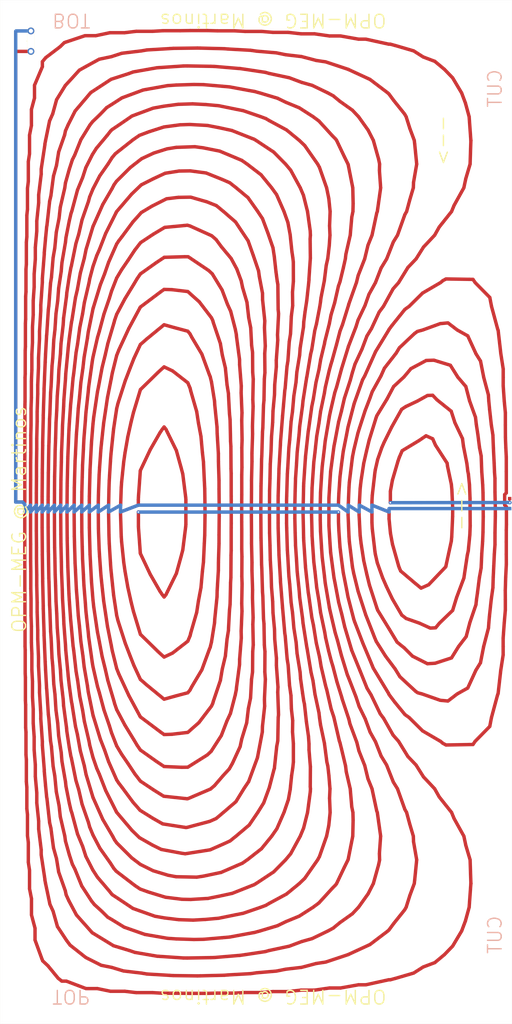
<source format=kicad_pcb>
(kicad_pcb (version 20221018) (generator pcbnew)
  (layers (0 "F.Cu" signal) (31 "B.Cu" signal) (34 "B.Paste" user) (35 "F.Paste" user) (36 "B.SilkS" user "B.Silkscreen") (37 "F.SilkS" user "F.Silkscreen") (38 "B.Mask" user) (39 "F.Mask" user) (44 "Edge.Cuts" user))
  (net 0 "")
  (net 1 "Net-(J1-Pin_1)")
  (footprint "Library:Banana_Jack_2Pin_Vert" (layer "F.Cu") (at 30 60)
    (fp_text reference "J1")
    (fp_text value "Conn_01x02_Socket")
  )
  (footprint "Library:SolderWirePad_1x01_SMD_5x10mm_custom" (layer "F.Cu") (at 746.56628 730.430937)
    (fp_text reference "J2")
    (fp_text value "Conn_01x01_Socket" hide)
  )
  (footprint "Library:SolderWirePad_1x01_SMD_5x10mm_custom" (layer "F.Cu") (at 746.566 745.022555)
    (fp_text reference "J1")
    (fp_text value "Conn_01x01_Socket" hide)
  )
  (gr_rect locked (start 0 0) (end 750 1500) (stroke (width 0.1)) (fill none) (layer "Edge.Cuts"))
  (gr_text "TOP" (at 75 1460 180) (layer "B.SilkS") (effects (font (size 20 20) (thickness 2)) (justify left mirror)))
  (gr_text "CUT" (at 725 1340 90) (layer "B.SilkS") (effects (font (size 20 20) (thickness 2)) (justify left mirror)))
  (gr_text "CUT" (at 725 100 90) (layer "B.SilkS") (effects (font (size 20 20) (thickness 2)) (justify left mirror)))
  (gr_text "BOT" (at 75 30 180) (layer "B.SilkS") (effects (font (size 20 20) (thickness 2)) (justify left mirror)))
  (gr_text "OPM-MEG @ Martinos" (at 400 1460 180) (layer "F.SilkS") (effects (font (size 20 20) (thickness 2))))
  (gr_text "OPM-MEG @ Martinos" (at 400 30 180) (layer "F.SilkS") (effects (font (size 20 20) (thickness 2))))
  (gr_text "OPM-MEG @ Martinos" (at 28.031697 761.025582 90) (layer "F.SilkS") (effects (font (size 20 20) (thickness 2))))
  (gr_text "-->" (at 639.40479 167.20383 -90) (layer "F.SilkS") (effects (font (size 20 20) (thickness 2)) (justify left bottom)))
  (gr_text "-->" (at 686.688993 779.240141 90) (layer "F.SilkS") (effects (font (size 20 20) (thickness 2)) (justify left bottom)))
  (segment (start 123.5 443.5516) (end 130.34 414.29) (width 5) (layer "F.Cu") (net 1))
  (segment (start 147.83 656.972) (end 149.33 642.72) (width 5) (layer "F.Cu") (net 1))
  (segment (start 549.79 811.5982) (end 549.2 807.73) (width 5) (layer "F.Cu") (net 1))
  (segment (start 135.03 970.0461) (end 134.87 968.64) (width 5) (layer "F.Cu") (net 1))
  (segment (start 483.59 1190.2047) (end 481.65 1209.14) (width 5) (layer "F.Cu") (net 1))
  (segment (start 394.74 758.899) (end 394.91 780.89) (width 5) (layer "F.Cu") (net 1))
  (segment (start 89.09 782.7932) (end 88.89 750) (width 5) (layer "F.Cu") (net 1))
  (segment (start 404.78 537.2995) (end 402.39 563.85) (width 5) (layer "F.Cu") (net 1))
  (segment (start 163.63 152.9731) (end 178.6 143.32) (width 5) (layer "F.Cu") (net 1))
  (segment (start 432.37 780.5125) (end 432.92 798.95) (width 5) (layer "F.Cu") (net 1))
  (segment (start 260.93 152.7803) (end 282.13 152.1) (width 5) (layer "F.Cu") (net 1))
  (segment (start 498.05 801.4312) (end 496.39 777.4) (width 5) (layer "F.Cu") (net 1))
  (segment (start 36.88 952.2451) (end 36.65 946.78) (width 5) (layer "F.Cu") (net 1))
  (segment (start 131.29 288.4759) (end 136.17 276.65) (width 5) (layer "F.Cu") (net 1))
  (segment (start 444.77 712.3634) (end 443.97 747.29) (width 5) (layer "F.Cu") (net 1))
  (segment (start 518.53 592.1867) (end 518.61 591.84) (width 5) (layer "F.Cu") (net 1))
  (segment (start 563.12 539.3774) (end 580.28 517.37) (width 5) (layer "F.Cu") (net 1))
  (segment (start 117.6 1099.7257) (end 113.33 1075.93) (width 5) (layer "F.Cu") (net 1))
  (segment (start 205.47 690.2531) (end 205.49 690.09) (width 5) (layer "F.Cu") (net 1))
  (segment (start 136.17 878.9777) (end 133.91 851.02) (width 5) (layer "F.Cu") (net 1))
  (segment (start 356.19 162.0486) (end 381.95 170.9) (width 5) (layer "F.Cu") (net 1))
  (segment (start 51.7 379.6845) (end 51.7 362.43) (width 5) (layer "F.Cu") (net 1))
  (segment (start 519.28 589.7994) (end 531.14 556.36) (width 5) (layer "F.Cu") (net 1))
  (segment (start 129.15 925.4639) (end 125.84 895.55) (width 5) (layer "F.Cu") (net 1))
  (segment (start 454.49 1152.4416) (end 454.74 1155.53) (width 5) (layer "F.Cu") (net 1))
  (segment (start 338.56 378.5826) (end 346.89 394.04) (width 5) (layer "F.Cu") (net 1))
  (segment (start 262.22 250.5267) (end 278.65 250.27) (width 5) (layer "F.Cu") (net 1))
  (segment (start 611.28 587.6347) (end 626.35 579.28) (width 5) (layer "F.Cu") (net 1))
  (segment (start 206.86 270.8019) (end 224.55 261.85) (width 5) (layer "F.Cu") (net 1))
  (segment (start 275.07 1014.8629) (end 257.07 1019.62) (width 5) (layer "F.Cu") (net 1))
  (segment (start 542.02 1383.6823) (end 511 1397.97) (width 5) (layer "F.Cu") (net 1))
  (segment (start 524.58 866.1555) (end 518.14 839.98) (width 5) (layer "F.Cu") (net 1))
  (segment (start 75.35 1094.0095) (end 73.96 1084.9) (width 5) (layer "F.Cu") (net 1))
  (segment (start 76.17 536.036) (end 77.27 524.55) (width 5) (layer "F.Cu") (net 1))
  (segment (start 230.14 99.1779) (end 232.84 99.02) (width 5) (layer "F.Cu") (net 1))
  (segment (start 308.52 1155.7997) (end 275.88 1169.75) (width 5) (layer "F.Cu") (net 1))
  (segment (start 458.93 584.9344) (end 456.78 595.25) (width 5) (layer "F.Cu") (net 1))
  (segment (start 51.7 1120.3164) (end 50 1098.66) (width 5) (layer "F.Cu") (net 1))
  (segment (start 482.42 474.2167) (end 475.84 500.23) (width 5) (layer "F.Cu") (net 1))
  (segment (start 36.88 986.5328) (end 36.88 952.25) (width 5) (layer "F.Cu") (net 1))
  (segment (start 39.28 1184.5968) (end 39.28 1153.07) (width 5) (layer "F.Cu") (net 1))
  (segment (start 338.72 766.6118) (end 338.65 773.31) (width 5) (layer "F.Cu") (net 1))
  (segment (start 226.96 1342.2699) (end 204.57 1334.34) (width 5) (layer "F.Cu") (net 1))
  (segment (start 384.26 1072.2152) (end 377.35 1108.77) (width 5) (layer "F.Cu") (net 1))
  (segment (start 475.13 576.2071) (end 469.59 602.86) (width 5) (layer "F.Cu") (net 1))
  (segment (start 148.21 1414.1111) (end 129.29 1404.58) (width 5) (layer "F.Cu") (net 1))
  (segment (start 609.06 1012.9218) (end 585.8 991.35) (width 5) (layer "F.Cu") (net 1))
  (segment (start 496.01 618.1725) (end 490.69 646.4) (width 5) (layer "F.Cu") (net 1))
  (segment (start 481.82 769.0274) (end 481.86 770.84) (width 5) (layer "F.Cu") (net 1))
  (segment (start 105.94 234.0261) (end 109.37 227.23) (width 5) (layer "F.Cu") (net 1))
  (segment (start 544.94 1155.4802) (end 551.85 1187.95) (width 5) (layer "F.Cu") (net 1))
  (segment (start 320.82 796.2191) (end 319.96 823.94) (width 5) (layer "F.Cu") (net 1))
  (segment (start 645.3 413.9687) (end 648.66 411.16) (width 5) (layer "F.Cu") (net 1))
  (segment (start 653.2 829.3152) (end 653.15 829.67) (width 5) (layer "F.Cu") (net 1))
  (segment (start 359.14 1454.0208) (end 343.58 1454.88) (width 5) (layer "F.Cu") (net 1))
  (segment (start 406.91 1085.2165) (end 405.36 1093.41) (width 5) (layer "F.Cu") (net 1))
  (segment (start 387.79 517.7909) (end 388.05 545.99) (width 5) (layer "F.Cu") (net 1))
  (segment (start 372.4 1366.1614) (end 369.46 1366.6) (width 5) (layer "F.Cu") (net 1))
  (segment (start 679.54 846.7986) (end 678.34 850.01) (width 5) (layer "F.Cu") (net 1))
  (segment (start 240.35 475.7033) (end 257.05 480.37) (width 5) (layer "F.Cu") (net 1))
  (segment (start 428.97 377.4769) (end 429.67 383.79) (width 5) (layer "F.Cu") (net 1))
  (segment (start 516.98 1190.2047) (end 517.28 1201.71) (width 5) (layer "F.Cu") (net 1))
  (segment (start 230.14 1400.8183) (end 219.94 1399.08) (width 5) (layer "F.Cu") (net 1))
  (segment (start 225.17 224.1847) (end 244.51 218.06) (width 5) (layer "F.Cu") (net 1))
  (segment (start 679.51 1224.929) (end 682.39 1238.46) (width 5) (layer "F.Cu") (net 1))
  (segment (start 66.72 1151.1066) (end 64.84 1130.03) (width 5) (layer "F.Cu") (net 1))
  (segment (start 382.97 1454.0208) (end 359.14 1454.02) (width 5) (layer "F.Cu") (net 1))
  (segment (start 432.92 701.0496) (end 432.37 719.49) (width 5) (layer "F.Cu") (net 1))
  (segment (start 323.78 1278.0787) (end 298.21 1283.48) (width 5) (layer "F.Cu") (net 1))
  (segment (start 78.29 1241.9679) (end 74.51 1213.19) (width 5) (layer "F.Cu") (net 1))
  (segment (start 170.9 598.4281) (end 172.63 591.44) (width 5) (layer "F.Cu") (net 1))
  (segment (start 413.83 610.4673) (end 410.81 648.46) (width 5) (layer "F.Cu") (net 1))
  (segment (start 469.12 761.7338) (end 469.51 777.93) (width 5) (layer "F.Cu") (net 1))
  (segment (start 401.3 1127.5002) (end 394.45 1153.84) (width 5) (layer "F.Cu") (net 1))
  (segment (start 120.91 818.5983) (end 120.4 800.78) (width 5) (layer "F.Cu") (net 1))
  (segment (start 119.85 720.6801) (end 120.41 699.22) (width 5) (layer "F.Cu") (net 1))
  (segment (start 550.1 1086.7211) (end 558.23 1107.39) (width 5) (layer "F.Cu") (net 1))
  (segment (start 444.91 792.0634) (end 447.4 829.04) (width 5) (layer "F.Cu") (net 1))
  (segment (start 120.98 1040.4388) (end 116.89 1020.35) (width 5) (layer "F.Cu") (net 1))
  (segment (start 397.94 275.0439) (end 405.17 285.11) (width 5) (layer "F.Cu") (net 1))
  (segment (start 288.2 1284.9888) (end 257.91 1284.37) (width 5) (layer "F.Cu") (net 1))
  (segment (start 425.77 1250.7434) (end 418.27 1259.65) (width 5) (layer "F.Cu") (net 1))
  (segment (start 95.99 1145.7511) (end 90.69 1115.18) (width 5) (layer "F.Cu") (net 1))
  (segment (start 81.97 1040.4114) (end 80.46 1017.16) (width 5) (layer "F.Cu") (net 1))
  (segment (start 475.41 654.8759) (end 471.98 683.6) (width 5) (layer "F.Cu") (net 1))
  (segment (start 170.93 1234.7724) (end 167.85 1230.42) (width 5) (layer "F.Cu") (net 1))
  (segment (start 80.78 658.3488) (end 81.45 641.82) (width 5) (layer "F.Cu") (net 1))
  (segment (start 36.35 832.2789) (end 36.28 827.32) (width 5) (layer "F.Cu") (net 1))
  (segment (start 692.84 1090.687) (end 687.45 1090.76) (width 5) (layer "F.Cu") (net 1))
  (segment (start 502.78 393.1093) (end 498.02 412.7) (width 5) (layer "F.Cu") (net 1))
  (segment (start 37.17 1026.2526) (end 37.17 992.3) (width 5) (layer "F.Cu") (net 1))
  (segment (start 96.28 952.4127) (end 96 946.32) (width 5) (layer "F.Cu") (net 1))
  (segment (start 91.18 636.2308) (end 91.48 624.61) (width 5) (layer "F.Cu") (net 1))
  (segment (start 79.79 722.5496) (end 80 697.79) (width 5) (layer "F.Cu") (net 1))
  (segment (start 449.88 950.2528) (end 455.68 985.17) (width 5) (layer "F.Cu") (net 1))
  (segment (start 449.59 948.9643) (end 449.88 950.25) (width 5) (layer "F.Cu") (net 1))
  (segment (start 229.14 1115.4366) (end 205.62 1098.74) (width 5) (layer "F.Cu") (net 1))
  (segment (start 461.05 484.4587) (end 456.77 511.63) (width 5) (layer "F.Cu") (net 1))
  (segment (start 418.79 149.8313) (end 438.36 157.89) (width 5) (layer "F.Cu") (net 1))
  (segment (start 145.53 365.6835) (end 154.8 341.87) (width 5) (layer "F.Cu") (net 1))
  (segment (start 452.17 871.6624) (end 456.83 904.88) (width 5) (layer "F.Cu") (net 1))
  (segment (start 399.9 897.6892) (end 402.17 922.73) (width 5) (layer "F.Cu") (net 1))
  (segment (start 103.98 1187.3256) (end 101.45 1176.39) (width 5) (layer "F.Cu") (net 1))
  (segment (start 576.16 1145.6208) (end 582.26 1155.48) (width 5) (layer "F.Cu") (net 1))
  (segment (start 207.44 232.4554) (end 225.17 224.18) (width 5) (layer "F.Cu") (net 1))
  (segment (start 83.83 919.6743) (end 83.1 899.02) (width 5) (layer "F.Cu") (net 1))
  (segment (start 463.37 1411.4564) (end 441.6 1417.19) (width 5) (layer "F.Cu") (net 1))
  (segment (start 165.87 633.2204) (end 166.46 627.79) (width 5) (layer "F.Cu") (net 1))
  (segment (start 43.23 224.9916) (end 43.23 198.01) (width 5) (layer "F.Cu") (net 1))
  (segment (start 729.7 1015.9669) (end 729.43 1016.58) (width 5) (layer "F.Cu") (net 1))
  (segment (start 418.28 240.3465) (end 425.78 249.24) (width 5) (layer "F.Cu") (net 1))
  (segment (start 336.11 894.4425) (end 334.58 923.79) (width 5) (layer "F.Cu") (net 1))
  (segment (start 170.9 1092.7673) (end 163.35 1073.44) (width 5) (layer "F.Cu") (net 1))
  (segment (start 491.78 1296.2218) (end 486.73 1301.33) (width 5) (layer "F.Cu") (net 1))
  (segment (start 449.35 440.3217) (end 446.85 456.8) (width 5) (layer "F.Cu") (net 1))
  (segment (start 83.83 580.3262) (end 85.41 559.77) (width 5) (layer "F.Cu") (net 1))
  (segment (start 599.42 448.693) (end 619.15 429.23) (width 5) (layer "F.Cu") (net 1))
  (segment (start 201.02 167.0282) (end 224.27 158.41) (width 5) (layer "F.Cu") (net 1))
  (segment (start 86.48 319.8184) (end 88.28 303.66) (width 5) (layer "F.Cu") (net 1))
  (segment (start 467.14 620.3605) (end 463.94 639.09) (width 5) (layer "F.Cu") (net 1))
  (segment (start 172.63 591.4391) (end 173.36 589.03) (width 5) (layer "F.Cu") (net 1))
  (segment (start 685.97 806.8576) (end 684.53 813.5) (width 5) (layer "F.Cu") (net 1))
  (segment (start 298.21 1283.4775) (end 288.2 1284.99) (width 5) (layer "F.Cu") (net 1))
  (segment (start 131.74 807.2879) (end 130.85 773) (width 5) (layer "F.Cu") (net 1))
  (segment (start 676.29 1363.8267) (end 663.05 1386.06) (width 5) (layer "F.Cu") (net 1))
  (segment (start 555.44 457.1196) (end 544.24 481.2) (width 5) (layer "F.Cu") (net 1))
  (segment (start 73.96 415.0984) (end 75.35 405.99) (width 5) (layer "F.Cu") (net 1))
  (segment (start 460.73 1450.5043) (end 440.94 1450.5) (width 5) (layer "F.Cu") (net 1))
  (segment (start 741.7 722.090919) (end 739.292563 724.498356) (width 5) (layer "F.Cu") (net 1))
  (segment (start 66.72 981.3486) (end 66.13 969.73) (width 5) (layer "F.Cu") (net 1))
  (segment (start 452.56 408.6081) (end 452.56 410.19) (width 5) (layer "F.Cu") (net 1))
  (segment (start 318.76 1454.8802) (end 303.9 1455.24) (width 5) (layer "F.Cu") (net 1))
  (segment (start 481.66 290.8554) (end 483.59 309.8) (width 5) (layer "F.Cu") (net 1))
  (segment (start 279.31 1317.6597) (end 266.47 1317.42) (width 5) (layer "F.Cu") (net 1))
  (segment (start 597.58 1108.325) (end 609.48 1120.76) (width 5) (layer "F.Cu") (net 1))
  (segment (start 159.03 750) (end 176.69 740) (width 5) (layer "F.Cu") (net 1))
  (segment (start 215.16 73.1051) (end 248.87 71.12) (width 5) (layer "F.Cu") (net 1))
  (segment (start 60.31 1252.2948) (end 60.31 1244.93) (width 5) (layer "F.Cu") (net 1))
  (segment (start 483.87 603.3578) (end 482.39 610.47) (width 5) (layer "F.Cu") (net 1))
  (segment (start 399.84 1452.615) (end 382.97 1454.02) (width 5) (layer "F.Cu") (net 1))
  (segment (start 176.69 740) (end 177.58 713.95) (width 5) (layer "F.Cu") (net 1))
  (segment (start 370.78 904.6915) (end 370.36 914.66) (width 5) (layer "F.Cu") (net 1))
  (segment (start 133.79 651.6496) (end 133.91 648.98) (width 5) (layer "F.Cu") (net 1))
  (segment (start 136.38 1168.712) (end 136.17 1168.17) (width 5) (layer "F.Cu") (net 1))
  (segment (start 144.14 725.4772) (end 145.2 695.35) (width 5) (layer "F.Cu") (net 1))
  (segment (start 119.67 740) (end 119.67 739.53) (width 5) (layer "F.Cu") (net 1))
  (segment (start 62.48 852.159) (end 62.48 847.29) (width 5) (layer "F.Cu") (net 1))
  (segment (start 131.89 687.7043) (end 133.79 651.65) (width 5) (layer "F.Cu") (net 1))
  (segment (start 62.48 652.7142) (end 62.48 647.84) (width 5) (layer "F.Cu") (net 1))
  (segment (start 423.2 844.4193) (end 424.4 855.72) (width 5) (layer "F.Cu") (net 1))
  (segment (start 53.39 697.8277) (end 53.39 682.51) (width 5) (layer "F.Cu") (net 1))
  (segment (start 50 420.5524) (end 50 401.34) (width 5) (layer "F.Cu") (net 1))
  (segment (start 740.99 655.8473) (end 741.67 669.56) (width 5) (layer "F.Cu") (net 1))
  (segment (start 120.99 260.1077) (end 125.75 245.4) (width 5) (layer "F.Cu") (net 1))
  (segment (start 314.31 912.1494) (end 309.8 940.41) (width 5) (layer "F.Cu") (net 1))
  (segment (start 167.02 270.6209) (end 170.49 265.67) (width 5) (layer "F.Cu") (net 1))
  (segment (start 101.45 1176.3875) (end 96.56 1151.7) (width 5) (layer "F.Cu") (net 1))
  (segment (start 401.76 375.436) (end 404.27 398.14) (width 5) (layer "F.Cu") (net 1))
  (segment (start 325.56 519.7234) (end 330.11 538.89) (width 5) (layer "F.Cu") (net 1))
  (segment (start 408.64 812.893) (end 410.71 847.85) (width 5) (layer "F.Cu") (net 1))
  (segment (start 225.4 1157.4721) (end 205.62 1144.29) (width 5) (layer "F.Cu") (net 1))
  (segment (start 534.28 1121.4048) (end 539.02 1140.84) (width 5) (layer "F.Cu") (net 1))
  (segment (start 489 1050.439) (end 497.1 1085.49) (width 5) (layer "F.Cu") (net 1))
  (segment (start 47.51 479.6863) (end 48.62 461.23) (width 5) (layer "F.Cu") (net 1))
  (segment (start 71.72 647.4105) (end 72.59 613.76) (width 5) (layer "F.Cu") (net 1))
  (segment (start 113.32 424.0703) (end 117.59 400.27) (width 5) (layer "F.Cu") (net 1))
  (segment (start 525.19 170.8977) (end 539.24 190.6) (width 5) (layer "F.Cu") (net 1))
  (segment (start 136.17 1109.594) (end 131.44 1091.78) (width 5) (layer "F.Cu") (net 1))
  (segment (start 478.6 1010.2694) (end 485.06 1038.56) (width 5) (layer "F.Cu") (net 1))
  (segment (start 167.92 469.0701) (end 170.9 460.41) (width 5) (layer "F.Cu") (net 1))
  (segment (start 48.62 461.2321) (end 48.62 440.43) (width 5) (layer "F.Cu") (net 1))
  (segment (start 146.09 257.5704) (end 158.27 240.17) (width 5) (layer "F.Cu") (net 1))
  (segment (start 637.42 971.6116) (end 626.18 972.33) (width 5) (layer "F.Cu") (net 1))
  (segment (start 181.24 676.1596) (end 183.12 663.2) (width 5) (layer "F.Cu") (net 1))
  (segment (start 467.15 177.2083) (end 486.71 198.64) (width 5) (layer "F.Cu") (net 1))
  (segment (start 108.84 785.6413) (end 108.55 750) (width 5) (layer "F.Cu") (net 1))
  (segment (start 384.5 866.6481) (end 385 872.98) (width 5) (layer "F.Cu") (net 1))
  (segment (start 549.76 688.3817) (end 549.76 688.38) (width 5) (layer "F.Cu") (net 1))
  (segment (start 619.15 429.2276) (end 645.3 413.97) (width 5) (layer "F.Cu") (net 1))
  (segment (start 114.67 901.9641) (end 112.88 876.23) (width 5) (layer "F.Cu") (net 1))
  (segment (start 452.65 1089.7065) (end 452.66 1098.56) (width 5) (layer "F.Cu") (net 1))
  (segment (start 729.52 483.4175) (end 729.75 483.94) (width 5) (layer "F.Cu") (net 1))
  (segment (start 367.09 73.6338) (end 375.74 74.88) (width 5) (layer "F.Cu") (net 1))
  (segment (start 424.39 644.2906) (end 423.19 655.58) (width 5) (layer "F.Cu") (net 1))
  (segment (start 370.36 914.6579) (end 370.97 944.69) (width 5) (layer "F.Cu") (net 1))
  (segment (start 526.64 626.9049) (end 534.86 601.57) (width 5) (layer "F.Cu") (net 1))
  (segment (start 81.97 459.5876) (end 84.5 440.62) (width 5) (layer "F.Cu") (net 1))
  (segment (start 354.13 1082.5537) (end 351.73 1093.82) (width 5) (layer "F.Cu") (net 1))
  (segment (start 426.42 617.543) (end 424.39 644.29) (width 5) (layer "F.Cu") (net 1))
  (segment (start 136.74 1049.4913) (end 136.55 1048.95) (width 5) (layer "F.Cu") (net 1))
  (segment (start 104.58 389.2025) (end 111.18 356.7) (width 5) (layer "F.Cu") (net 1))
  (segment (start 190.95 245.2982) (end 207.44 232.46) (width 5) (layer "F.Cu") (net 1))
  (segment (start 420.93 805.833) (end 421.5 814.16) (width 5) (layer "F.Cu") (net 1))
  (segment (start 425.62 488.5915) (end 423.73 500.49) (width 5) (layer "F.Cu") (net 1))
  (segment (start 159.57 716.6176) (end 160.02 703.86) (width 5) (layer "F.Cu") (net 1))
  (segment (start 162.83 555.1898) (end 162.83 555.19) (width 5) (layer "F.Cu") (net 1))
  (segment (start 483.38 894.2636) (end 490.91 926.52) (width 5) (layer "F.Cu") (net 1))
  (segment (start 170.3 310.8778) (end 170.89 309.87) (width 5) (layer "F.Cu") (net 1))
  (segment (start 146.95 417.1349) (end 153.18 401.18) (width 5) (layer "F.Cu") (net 1))
  (segment (start 525.18 1329.1023) (end 516.15 1338.65) (width 5) (layer "F.Cu") (net 1))
  (segment (start 600.28 292.6695) (end 595.65 309.8) (width 5) (layer "F.Cu") (net 1))
  (segment (start 135.03 529.9537) (end 136.17 523.32) (width 5) (layer "F.Cu") (net 1))
  (segment (start 82.45 1159.7997) (end 80.22 1136.7) (width 5) (layer "F.Cu") (net 1))
  (segment (start 525.21 57.3216) (end 536.01 57.32) (width 5) (layer "F.Cu") (net 1))
  (segment (start 304.56 1316.1755) (end 279.31 1317.66) (width 5) (layer "F.Cu") (net 1))
  (segment (start 370.18 954.6513) (end 369.97 984.01) (width 5) (layer "F.Cu") (net 1))
  (segment (start 47.51 501.7581) (end 47.51 479.69) (width 5) (layer "F.Cu") (net 1))
  (segment (start 665.15 1199.0424) (end 679.51 1224.93) (width 5) (layer "F.Cu") (net 1))
  (segment (start 688.53 729.9666) (end 688.57 733.52) (width 5) (layer "F.Cu") (net 1))
  (segment (start 293.41 1429.5714) (end 289.19 1429.64) (width 5) (layer "F.Cu") (net 1))
  (segment (start 385 872.9751) (end 385.95 905.7) (width 5) (layer "F.Cu") (net 1))
  (segment (start 62.02 90.3542) (end 66.96 84.41) (width 5) (layer "F.Cu") (net 1))
  (segment (start 93.53 585.8961) (end 96.01 553.68) (width 5) (layer "F.Cu") (net 1))
  (segment (start 153.18 401.1752) (end 159.05 384.19) (width 5) (layer "F.Cu") (net 1))
  (segment (start 369.79 624.906) (end 369.99 635.65) (width 5) (layer "F.Cu") (net 1))
  (segment (start 486.71 198.6352) (end 491.79 203.77) (width 5) (layer "F.Cu") (net 1))
  (segment (start 178.08 395.1236) (end 187.4 381.52) (width 5) (layer "F.Cu") (net 1))
  (segment (start 433.76 940.866) (end 435.15 957.22) (width 5) (layer "F.Cu") (net 1))
  (segment (start 489.25 653.6299) (end 484.47 689.56) (width 5) (layer "F.Cu") (net 1))
  (segment (start 291.93 442.1756) (end 309.83 465.61) (width 5) (layer "F.Cu") (net 1))
  (segment (start 459.72 676.5564) (end 457.77 704.9) (width 5) (layer "F.Cu") (net 1))
  (segment (start 544.85 750) (end 526.32 740) (width 5) (layer "F.Cu") (net 1))
  (segment (start 430.48 920.0177) (end 433.76 940.87) (width 5) (layer "F.Cu") (net 1))
  (segment (start 593.17 1046.7381) (end 578.48 1028.83) (width 5) (layer "F.Cu") (net 1))
  (segment (start 337.04 885.3143) (end 336.11 894.44) (width 5) (layer "F.Cu") (net 1))
  (segment (start 593.07 453.2577) (end 599.42 448.69) (width 5) (layer "F.Cu") (net 1))
  (segment (start 506.25 1122.2583) (end 507.17 1130.31) (width 5) (layer "F.Cu") (net 1))
  (segment (start 368.6 506.0619) (end 369.98 516.51) (width 5) (layer "F.Cu") (net 1))
  (segment (start 353.43 565.3815) (end 353.23 575.5) (width 5) (layer "F.Cu") (net 1))
  (segment (start 725.61 744.4243) (end 725.61 756.48) (width 5) (layer "F.Cu") (net 1))
  (segment (start 463.94 639.0935) (end 461.35 662.95) (width 5) (layer "F.Cu") (net 1))
  (segment (start 407.01 416.6696) (end 407.45 453.65) (width 5) (layer "F.Cu") (net 1))
  (segment (start 510.09 241.3428) (end 516.77 275.07) (width 5) (layer "F.Cu") (net 1))
  (segment (start 431.89 759.6535) (end 432.37 780.51) (width 5) (layer "F.Cu") (net 1))
  (segment (start 77.75 1334.9373) (end 73.07 1324.71) (width 5) (layer "F.Cu") (net 1))
  (segment (start 122.89 642.6486) (end 124.98 616.82) (width 5) (layer "F.Cu") (net 1))
  (segment (start 322.8 503.1951) (end 325.56 519.72) (width 5) (layer "F.Cu") (net 1))
  (segment (start 197.44 1133.6468) (end 187.42 1118.49) (width 5) (layer "F.Cu") (net 1))
  (segment (start 241.25 333.0671) (end 269.93 330.36) (width 5) (layer "F.Cu") (net 1))
  (segment (start 518.14 839.9791) (end 516.34 830.81) (width 5) (layer "F.Cu") (net 1))
  (segment (start 316.6 1199.1182) (end 307.12 1203.3) (width 5) (layer "F.Cu") (net 1))
  (segment (start 404.27 398.1408) (end 406.15 412.11) (width 5) (layer "F.Cu") (net 1))
  (segment (start 399.89 602.3015) (end 399.41 618.75) (width 5) (layer "F.Cu") (net 1))
  (segment (start 495.79 762.8408) (end 495.78295 750.121027) (width 5) (layer "F.Cu") (net 1))
  (segment (start 61.94 692.9143) (end 61.94 687.42) (width 5) (layer "F.Cu") (net 1))
  (segment (start 134.43 1365.6898) (end 111.97 1340.46) (width 5) (layer "F.Cu") (net 1))
  (segment (start 133.78 848.3489) (end 131.88 812.3) (width 5) (layer "F.Cu") (net 1))
  (segment (start 126.08 1134.7422) (end 123.41 1121.62) (width 5) (layer "F.Cu") (net 1))
  (segment (start 571.89019 736.390523) (end 571.85 736.430713) (width 5) (layer "F.Cu") (net 1))
  (segment (start 417.15 927.6753) (end 417.78 931.69) (width 5) (layer "F.Cu") (net 1))
  (segment (start 550.2 515.0571) (end 569.68 483.12) (width 5) (layer "F.Cu") (net 1))
  (segment (start 530.19 511.5719) (end 520.05 533.29) (width 5) (layer "F.Cu") (net 1))
  (segment (start 556.97 1045.6868) (end 561.84 1052.16) (width 5) (layer "F.Cu") (net 1))
  (segment (start 426.83 1038.2991) (end 428.74 1055.6) (width 5) (layer "F.Cu") (net 1))
  (segment (start 609.03 855.1929) (end 586.93 836.48) (width 5) (layer "F.Cu") (net 1))
  (segment (start 585.03 832.1258) (end 583.87 828.88) (width 5) (layer "F.Cu") (net 1))
  (segment (start 234.95 1072.2099) (end 205.62 1050.19) (width 5) (layer "F.Cu") (net 1))
  (segment (start 51.7 362.4265) (end 53.84 338.57) (width 5) (layer "F.Cu") (net 1))
  (segment (start 432.92 798.9482) (end 434.45 821.6) (width 5) (layer "F.Cu") (net 1))
  (segment (start 413.97 890.9398) (end 417.15 927.68) (width 5) (layer "F.Cu") (net 1))
  (segment (start 284.12 1376.285) (end 258.08 1375.47) (width 5) (layer "F.Cu") (net 1))
  (segment (start 544.85 734.6602) (end 545.32 725.72) (width 5) (layer "F.Cu") (net 1))
  (segment (start 45.06 837.2811) (end 44.83 822.41) (width 5) (layer "F.Cu") (net 1))
  (segment (start 95.98 354.2529) (end 96.55 348.3) (width 5) (layer "F.Cu") (net 1))
  (segment (start 131.88 812.2968) (end 131.74 807.29) (width 5) (layer "F.Cu") (net 1))
  (segment (start 422.46 1171.2367) (end 416.13 1189.86) (width 5) (layer "F.Cu") (net 1))
  (segment (start 205.62 570.8493) (end 205.82 570.62) (width 5) (layer "F.Cu") (net 1))
  (segment (start 306.63 548.7365) (end 307.86 551.67) (width 5) (layer "F.Cu") (net 1))
  (segment (start 633.87 642.8258) (end 637.9 652.03) (width 5) (layer "F.Cu") (net 1))
  (segment (start 65.69 1289.0941) (end 65.69 1287.91) (width 5) (layer "F.Cu") (net 1))
  (segment (start 425.01 343.6302) (end 427.65 368.83) (width 5) (layer "F.Cu") (net 1))
  (segment (start 110.51 1063.906) (end 105.41 1031.49) (width 5) (layer "F.Cu") (net 1))
  (segment (start 38 427.4434) (end 38 394.45) (width 5) (layer "F.Cu") (net 1))
  (segment (start 661.42 963.801) (end 637.42 971.61) (width 5) (layer "F.Cu") (net 1))
  (segment (start 394.45 1153.8386) (end 386.27 1176.2) (width 5) (layer "F.Cu") (net 1))
  (segment (start 257.07 1019.617) (end 240.35 1024.29) (width 5) (layer "F.Cu") (net 1))
  (segment (start 475.38 503.1391) (end 469.75 526.6) (width 5) (layer "F.Cu") (net 1))
  (segment (start 501.7 475.5919) (end 498.1 484.97) (width 5) (layer "F.Cu") (net 1))
  (segment (start 516.77 275.071) (end 517.3 298.25) (width 5) (layer "F.Cu") (net 1))
  (segment (start 687.89 587.1957) (end 696.58 611.34) (width 5) (layer "F.Cu") (net 1))
  (segment (start 193.1 1256.8663) (end 170.93 1234.77) (width 5) (layer "F.Cu") (net 1))
  (segment (start 413.84 610.3131) (end 413.83 610.47) (width 5) (layer "F.Cu") (net 1))
  (segment (start 178.51 77.9766) (end 207.18 74.5) (width 5) (layer "F.Cu") (net 1))
  (segment (start 537.49 492.2635) (end 530.19 511.57) (width 5) (layer "F.Cu") (net 1))
  (segment (start 488.27 1359.5646) (end 480.44 1363.83) (width 5) (layer "F.Cu") (net 1))
  (segment (start 605.49 275.071) (end 600.28 292.67) (width 5) (layer "F.Cu") (net 1))
  (segment (start 36.28 735.397326) (end 36.230001 735.447325) (width 5) (layer "F.Cu") (net 1))
  (segment (start 101.45 247.9259) (end 105.94 234.03) (width 5) (layer "F.Cu") (net 1))
  (segment (start 652.83 830.5231) (end 627.88 856.62) (width 5) (layer "F.Cu") (net 1))
  (segment (start 308.73 1402.8873) (end 274.15 1403.46) (width 5) (layer "F.Cu") (net 1))
  (segment (start 369.1 676.046) (end 368.44 703.91) (width 5) (layer "F.Cu") (net 1))
  (segment (start 484.33 690.6918) (end 483.42 703.98) (width 5) (layer "F.Cu") (net 1))
  (segment (start 46.63 957.8463) (end 45.94 941.44) (width 5) (layer "F.Cu") (net 1))
  (segment (start 74.13 574.7563) (end 74.82 565.85) (width 5) (layer "F.Cu") (net 1))
  (segment (start 656.25 473.0109) (end 669.88 483.42) (width 5) (layer "F.Cu") (net 1))
  (segment (start 516.15 161.3441) (end 525.19 170.9) (width 5) (layer "F.Cu") (net 1))
  (segment (start 62.02 97.68) (end 62.02 97.68) (width 5) (layer "F.Cu") (net 1))
  (segment (start 653.15 829.6693) (end 652.83 830.52) (width 5) (layer "F.Cu") (net 1))
  (segment (start 682.38 261.5149) (end 679.49 275.07) (width 5) (layer "F.Cu") (net 1))
  (segment (start 454.56 1159.6915) (end 450.51 1190.18) (width 5) (layer "F.Cu") (net 1))
  (segment (start 313.64 1402.7648) (end 308.73 1402.89) (width 5) (layer "F.Cu") (net 1))
  (segment (start 105.23 309.0511) (end 113.5 278.26) (width 5) (layer "F.Cu") (net 1))
  (segment (start 435.33 662.5494) (end 434.44 678.41) (width 5) (layer "F.Cu") (net 1))
  (segment (start 421.69 325.8355) (end 425.01 343.63) (width 5) (layer "F.Cu") (net 1))
  (segment (start 88.89 750) (end 98.18 740) (width 5) (layer "F.Cu") (net 1))
  (segment (start 105.95 1265.9711) (end 101.45 1252.05) (width 5) (layer "F.Cu") (net 1))
  (segment (start 54.38 617.4788) (end 54.38 603.3) (width 5) (layer "F.Cu") (net 1))
  (segment (start 123.23 976.8223) (end 121.43 960.92) (width 5) (layer "F.Cu") (net 1))
  (segment (start 101.45 878.8994) (end 100.93 869.97) (width 5) (layer "F.Cu") (net 1))
  (segment (start 420.93 694.1644) (end 419.96 726.61) (width 5) (layer "F.Cu") (net 1))
  (segment (start 110.04 162.5413) (end 132.31 136.27) (width 5) (layer "F.Cu") (net 1))
  (segment (start 307.86 551.6653) (end 309.8 559.64) (width 5) (layer "F.Cu") (net 1))
  (segment (start 181.23 823.8432) (end 178.15 794.05) (width 5) (layer "F.Cu") (net 1))
  (segment (start 545.23 573.906) (end 558.05 550.74) (width 5) (layer "F.Cu") (net 1))
  (segment (start 558.05 550.7434) (end 563.12 539.38) (width 5) (layer "F.Cu") (net 1))
  (segment (start 38.57 354.8829) (end 39.28 346.93) (width 5) (layer "F.Cu") (net 1))
  (segment (start 162.98 82.9859) (end 178.51 77.98) (width 5) (layer "F.Cu") (net 1))
  (segment (start 597.6 391.6963) (end 583.91 413.97) (width 5) (layer "F.Cu") (net 1))
  (segment (start 688.71 771.9096) (end 688.27 783.54) (width 5) (layer "F.Cu") (net 1))
  (segment (start 299.89 784.201) (end 299.29 795.92) (width 5) (layer "F.Cu") (net 1))
  (segment (start 62.48 647.8415) (end 63.33 612.34) (width 5) (layer "F.Cu") (net 1))
  (segment (start 303.45 1106.0634) (end 275.04 1123.91) (width 5) (layer "F.Cu") (net 1))
  (segment (start 685.2 1007.9413) (end 669.76 1016.58) (width 5) (layer "F.Cu") (net 1))
  (segment (start 107.98 953.1975) (end 107 946.26) (width 5) (layer "F.Cu") (net 1))
  (segment (start 215.52 1369.4389) (end 212.19 1368.86) (width 5) (layer "F.Cu") (net 1))
  (segment (start 493.06 205.6222) (end 504.44 229.51) (width 5) (layer "F.Cu") (net 1))
  (segment (start 448.69 943.4012) (end 449.59 948.96) (width 5) (layer "F.Cu") (net 1))
  (segment (start 438.11 636.4093) (end 435.33 662.55) (width 5) (layer "F.Cu") (net 1))
  (segment (start 429.67 383.7905) (end 429.75 412.18) (width 5) (layer "F.Cu") (net 1))
  (segment (start 509.74 1398.5512) (end 477.03 1409.43) (width 5) (layer "F.Cu") (net 1))
  (segment (start 417.78 931.6872) (end 420.66 965.55) (width 5) (layer "F.Cu") (net 1))
  (segment (start 205.15 450.5623) (end 205.62 449.79) (width 5) (layer "F.Cu") (net 1))
  (segment (start 162.83 944.8097) (end 157.36 917.33) (width 5) (layer "F.Cu") (net 1))
  (segment (start 324.35 361.5104) (end 338.56 378.58) (width 5) (layer "F.Cu") (net 1))
  (segment (start 321.08 743.5185) (end 321.08 756.48) (width 5) (layer "F.Cu") (net 1))
  (segment (start 337.74 646.3837) (end 338.19 653.91) (width 5) (layer "F.Cu") (net 1))
  (segment (start 354.03 764.4795) (end 354.13 775.46) (width 5) (layer "F.Cu") (net 1))
  (segment (start 147.83 843.0298) (end 145.86 815.4) (width 5) (layer "F.Cu") (net 1))
  (segment (start 143.96 740) (end 143.96 734.53) (width 5) (layer "F.Cu") (net 1))
  (segment (start 407.41 733.8202) (end 407.42 766.18) (width 5) (layer "F.Cu") (net 1))
  (segment (start 114.67 598.037) (end 116.46 581.82) (width 5) (layer "F.Cu") (net 1))
  (segment (start 571.7 1435.3567) (end 569.3 1435.36) (width 5) (layer "F.Cu") (net 1))
  (segment (start 656.22 1026.9361) (end 644.92 1025.91) (width 5) (layer "F.Cu") (net 1))
  (segment (start 426.44 882.4482) (end 428.57 898) (width 5) (layer "F.Cu") (net 1))
  (segment (start 66.61 206.2369) (end 72.54 177.19) (width 5) (layer "F.Cu") (net 1))
  (segment (start 137.47 890.3551) (end 137.26 888.99) (width 5) (layer "F.Cu") (net 1))
  (segment (start 299.89 715.8005) (end 300.29 744.54) (width 5) (layer "F.Cu") (net 1))
  (segment (start 97.52 1066.8519) (end 93.13 1034) (width 5) (layer "F.Cu") (net 1))
  (segment (start 85.41 940.2333) (end 83.83 919.67) (width 5) (layer "F.Cu") (net 1))
  (segment (start 293.41 70.429) (end 328.54 71.31) (width 5) (layer "F.Cu") (net 1))
  (segment (start 133.91 851.021) (end 133.78 848.35) (width 5) (layer "F.Cu") (net 1))
  (segment (start 100.93 630.0349) (end 101.45 621.13) (width 5) (layer "F.Cu") (net 1))
  (segment (start 534.34 550.5858) (end 549.73 516.1) (width 5) (layer "F.Cu") (net 1))
  (segment (start 62.48 847.2854) (end 61.94 812.58) (width 5) (layer "F.Cu") (net 1))
  (segment (start 350.48 1399.6537) (end 313.64 1402.76) (width 5) (layer "F.Cu") (net 1))
  (segment (start 41.44 1234.0869) (end 40.2 1223.96) (width 5) (layer "F.Cu") (net 1))
  (segment (start 350.98 534.3208) (end 353.43 565.38) (width 5) (layer "F.Cu") (net 1))
  (segment (start 725.61 756.4784) (end 725.13 780.63) (width 5) (layer "F.Cu") (net 1))
  (segment (start 569.3 64.6436) (end 571.7 64.64) (width 5) (layer "F.Cu") (net 1))
  (segment (start 318.76 45.1198) (end 343.58 45.12) (width 5) (layer "F.Cu") (net 1))
  (segment (start 271.23 1250.7158) (end 265.46 1249.87) (width 5) (layer "F.Cu") (net 1))
  (segment (start 136.17 390.3766) (end 141.74 374.25) (width 5) (layer "F.Cu") (net 1))
  (segment (start 136.55 451.0483) (end 136.73 450.51) (width 5) (layer "F.Cu") (net 1))
  (segment (start 410.71 847.8497) (end 410.82 851.53) (width 5) (layer "F.Cu") (net 1))
  (segment (start 404.83 77.369) (end 418.66 80.16) (width 5) (layer "F.Cu") (net 1))
  (segment (start 62.57 1407.684) (end 61.41 1404.9) (width 5) (layer "F.Cu") (net 1))
  (segment (start 515.18 952.6155) (end 527.46 982.76) (width 5) (layer "F.Cu") (net 1))
  (segment (start 447.48 669.5232) (end 447.39 670.97) (width 5) (layer "F.Cu") (net 1))
  (segment (start 528.96 796.1009) (end 527.6 784.45) (width 5) (layer "F.Cu") (net 1))
  (segment (start 125.75 245.4015) (end 135.33 226.37) (width 5) (layer "F.Cu") (net 1))
  (segment (start 495.73 419.1577) (end 490.21 443.53) (width 5) (layer "F.Cu") (net 1))
  (segment (start 708.51 947.1336) (end 703.85 970.96) (width 5) (layer "F.Cu") (net 1))
  (segment (start 388.44 105.9088) (end 394.54 107.61) (width 5) (layer "F.Cu") (net 1))
  (segment (start 492.91 504.8441) (end 486.27 528.82) (width 5) (layer "F.Cu") (net 1))
  (segment (start 619.98 83.4205) (end 637 89.84) (width 5) (layer "F.Cu") (net 1))
  (segment (start 569.93 760.145) (end 569.93 750) (width 5) (layer "F.Cu") (net 1))
  (segment (start 73 893.2141) (end 72.59 886.24) (width 5) (layer "F.Cu") (net 1))
  (segment (start 619.15 1070.7737) (end 599.5 1051.31) (width 5) (layer "F.Cu") (net 1))
  (segment (start 45.94 941.4365) (end 45.94 917.56) (width 5) (layer "F.Cu") (net 1))
  (segment (start 417.72 568.5237) (end 417.13 572.31) (width 5) (layer "F.Cu") (net 1))
  (segment (start 182.91 1062.2127) (end 170.9 1039.58) (width 5) (layer "F.Cu") (net 1))
  (segment (start 574.28 476.6841) (end 574.28 476.68) (width 5) (layer "F.Cu") (net 1))
  (segment (start 432.37 719.4888) (end 431.89 740.35) (width 5) (layer "F.Cu") (net 1))
  (segment (start 53.84 323.764) (end 56.59 297.1) (width 5) (layer "F.Cu") (net 1))
  (segment (start 239.77 1166.4543) (end 225.4 1157.47) (width 5) (layer "F.Cu") (net 1))
  (segment (start 353.45 934.628) (end 351 965.67) (width 5) (layer "F.Cu") (net 1))
  (segment (start 68.22 491.5804) (end 68.43 489.74) (width 5) (layer "F.Cu") (net 1))
  (segment (start 457.77 795.1025) (end 459.73 823.44) (width 5) (layer "F.Cu") (net 1))
  (segment (start 53.77 842.2832) (end 53.39 817.49) (width 5) (layer "F.Cu") (net 1))
  (segment (start 60.31 255.0729) (end 60.31 247.7) (width 5) (layer "F.Cu") (net 1))
  (segment (start 50.5 143.5394) (end 50.5 124.88) (width 5) (layer "F.Cu") (net 1))
  (segment (start 619.18 483.4175) (end 644.9 474.06) (width 5) (layer "F.Cu") (net 1))
  (segment (start 741.74 826.5797) (end 740.8 845.35) (width 5) (layer "F.Cu") (net 1))
  (segment (start 741.87 768.2423) (end 741.87 742.419757) (width 5) (layer "F.Cu") (net 1))
  (segment (start 78.76 497.6324) (end 80.45 482.84) (width 5) (layer "F.Cu") (net 1))
  (segment (start 100.88 1319.6636) (end 96.87 1310.9) (width 5) (layer "F.Cu") (net 1))
  (segment (start 446.02 1031.775) (end 448.77 1056.84) (width 5) (layer "F.Cu") (net 1))
  (segment (start 500.32 540.2425) (end 493.07 566.97) (width 5) (layer "F.Cu") (net 1))
  (segment (start 574.28 476.6841) (end 593.07 453.26) (width 5) (layer "F.Cu") (net 1))
  (segment (start 510.09 1258.6412) (end 509.77 1259.65) (width 5) (layer "F.Cu") (net 1))
  (segment (start 346.18 489.9539) (end 346.28 491.85) (width 5) (layer "F.Cu") (net 1))
  (segment (start 394.54 107.6073) (end 423.76 113.85) (width 5) (layer "F.Cu") (net 1))
  (segment (start 115.27 1156.8259) (end 111.18 1143.3) (width 5) (layer "F.Cu") (net 1))
  (segment (start 545.31 774.2843) (end 544.84 765.34) (width 5) (layer "F.Cu") (net 1))
  (segment (start 406.54 490.5253) (end 406.87 498.2) (width 5) (layer "F.Cu") (net 1))
  (segment (start 237.72 871.1734) (end 234.33 866.21) (width 5) (layer "F.Cu") (net 1))
  (segment (start 319.88 664.4323) (end 319.95 676.06) (width 5) (layer "F.Cu") (net 1))
  (segment (start 295.67 981.2203) (end 280.97 1005.89) (width 5) (layer "F.Cu") (net 1))
  (segment (start 123.5 1056.4462) (end 120.98 1040.44) (width 5) (layer "F.Cu") (net 1))
  (segment (start 703.85 970.9614) (end 697.13 981.86) (width 5) (layer "F.Cu") (net 1))
  (segment (start 443.3 906.4578) (end 443.81 912.36) (width 5) (layer "F.Cu") (net 1))
  (segment (start 193.3 169.9368) (end 201.02 167.03) (width 5) (layer "F.Cu") (net 1))
  (segment (start 36.24 787.4539) (end 36.24 750) (width 5) (layer "F.Cu") (net 1))
  (segment (start 169.97 1188.244) (end 154.82 1158.13) (width 5) (layer "F.Cu") (net 1))
  (segment (start 44.83 702.741) (end 44.83 677.59) (width 5) (layer "F.Cu") (net 1))
  (segment (start 61.99 413.6614) (end 61.99 408.23) (width 5) (layer "F.Cu") (net 1))
  (segment (start 163.55 1417.1928) (end 148.21 1414.11) (width 5) (layer "F.Cu") (net 1))
  (segment (start 576.83 147.2028) (end 592.69 166.99) (width 5) (layer "F.Cu") (net 1))
  (segment (start 516.35 669.1923) (end 518.46 658.56) (width 5) (layer "F.Cu") (net 1))
  (segment (start 511.23 714.0821) (end 511.75 706.44) (width 5) (layer "F.Cu") (net 1))
  (segment (start 383.49 832.2169) (end 384.5 866.65) (width 5) (layer "F.Cu") (net 1))
  (segment (start 571.85 736.350333) (end 571.89019 736.390523) (width 5) (layer "F.Cu") (net 1))
  (segment (start 518.46 658.5626) (end 524.31 634.41) (width 5) (layer "F.Cu") (net 1))
  (segment (start 541.2 857.0798) (end 537.44 841.75) (width 5) (layer "F.Cu") (net 1))
  (segment (start 61.68 732.9545) (end 61.68 727.16) (width 5) (layer "F.Cu") (net 1))
  (segment (start 141.74 374.2545) (end 145.53 365.68) (width 5) (layer "F.Cu") (net 1))
  (segment (start 160.13 1062.9277) (end 152.24 1039.94) (width 5) (layer "F.Cu") (net 1))
  (segment (start 121.43 960.9188) (end 118.42 939.69) (width 5) (layer "F.Cu") (net 1))
  (segment (start 36.35 867.1655) (end 36.35 832.28) (width 5) (layer "F.Cu") (net 1))
  (segment (start 101.45 495.6248) (end 104.58 472.57) (width 5) (layer "F.Cu") (net 1))
  (segment (start 728.59 1019.1288) (end 719.93 1051.31) (width 5) (layer "F.Cu") (net 1))
  (segment (start 382.06 751.6175) (end 382.34 788.11) (width 5) (layer "F.Cu") (net 1))
  (segment (start 737.16 540.5015) (end 737.16 552.87) (width 5) (layer "F.Cu") (net 1))
  (segment (start 166.85 1026.8971) (end 157.93 996.78) (width 5) (layer "F.Cu") (net 1))
  (segment (start 648.67 1088.8322) (end 645.32 1086.03) (width 5) (layer "F.Cu") (net 1))
  (segment (start 545.33 975.1641) (end 543.53 970.73) (width 5) (layer "F.Cu") (net 1))
  (segment (start 703.92 528.917) (end 708.63 552.87) (width 5) (layer "F.Cu") (net 1))
  (segment (start 93.13 1034.0026) (end 92.48 1024.07) (width 5) (layer "F.Cu") (net 1))
  (segment (start 507.73 863.6857) (end 502.8 838.59) (width 5) (layer "F.Cu") (net 1))
  (segment (start 279.49 926.9639) (end 278.41 931.42) (width 5) (layer "F.Cu") (net 1))
  (segment (start 372.08 1296.1547) (end 369.48 1297.12) (width 5) (layer "F.Cu") (net 1))
  (segment (start 50.5 124.8752) (end 62.02 97.68) (width 5) (layer "F.Cu") (net 1))
  (segment (start 457.77 704.8994) (end 457.15 714.97) (width 5) (layer "F.Cu") (net 1))
  (segment (start 96.83 61.479) (end 124.43 52.24) (width 5) (layer "F.Cu") (net 1))
  (segment (start 498.82 1447.3792) (end 482.62 1447.38) (width 5) (layer "F.Cu") (net 1))
  (segment (start 275.88 1250.0222) (end 271.23 1250.72) (width 5) (layer "F.Cu") (net 1))
  (segment (start 456.78 595.2489) (end 452.13 628.47) (width 5) (layer "F.Cu") (net 1))
  (segment (start 89.29 996.3153) (end 88.5 981.89) (width 5) (layer "F.Cu") (net 1))
  (segment (start 490.39 575.2009) (end 483.87 603.36) (width 5) (layer "F.Cu") (net 1))
  (segment (start 496.39 777.3963) (end 495.79 762.84) (width 5) (layer "F.Cu") (net 1))
  (segment (start 82.72 242.2022) (end 85.91 222.52) (width 5) (layer "F.Cu") (net 1))
  (segment (start 392.44 341.4181) (end 399.82 362.83) (width 5) (layer "F.Cu") (net 1))
  (segment (start 606.88 205.6222) (end 607.48 210.69) (width 5) (layer "F.Cu") (net 1))
  (segment (start 136.73 450.5129) (end 146.95 417.13) (width 5) (layer "F.Cu") (net 1))
  (segment (start 138.16 1325.0516) (end 134.07 1319.97) (width 5) (layer "F.Cu") (net 1))
  (segment (start 107 553.7449) (end 107.98 546.8) (width 5) (layer "F.Cu") (net 1))
  (segment (start 289.19 70.3595) (end 293.41 70.43) (width 5) (layer "F.Cu") (net 1))
  (segment (start 275.07 560.6855) (end 278.4 568.59) (width 5) (layer "F.Cu") (net 1))
  (segment (start 368.44 796.0918) (end 369.11 823.96) (width 5) (layer "F.Cu") (net 1))
  (segment (start 705.78 691.4646) (end 707.13 710.41) (width 5) (layer "F.Cu") (net 1))
  (segment (start 482.62 52.6204) (end 498.82 52.62) (width 5) (layer "F.Cu") (net 1))
  (segment (start 36.24 750) (end 44.72 740) (width 5) (layer "F.Cu") (net 1))
  (segment (start 297.81 216.5373) (end 321.75 221.31) (width 5) (layer "F.Cu") (net 1))
  (segment (start 454.63 378.2462) (end 452.56 408.61) (width 5) (layer "F.Cu") (net 1))
  (segment (start 145.54 1134.3254) (end 141.75 1125.74) (width 5) (layer "F.Cu") (net 1))
  (segment (start 278.66 44.7553) (end 303.9 44.76) (width 5) (layer "F.Cu") (net 1))
  (segment (start 520.05 533.2883) (end 516 546.41) (width 5) (layer "F.Cu") (net 1))
  (segment (start 159.06 1115.8007) (end 153.19 1098.83) (width 5) (layer "F.Cu") (net 1))
  (segment (start 45.43 622.6206) (end 45.43 598.16) (width 5) (layer "F.Cu") (net 1))
  (segment (start 70.46 732.1987) (end 70.49 727.89) (width 5) (layer "F.Cu") (net 1))
  (segment (start 511.76 793.556) (end 511.23 785.92) (width 5) (layer "F.Cu") (net 1))
  (segment (start 741.71 776.422) (end 741.68 794) (width 5) (layer "F.Cu") (net 1))
  (segment (start 550.14 515.2146) (end 550.2 515.06) (width 5) (layer "F.Cu") (net 1))
  (segment (start 248.86 1428.8804) (end 215.17 1426.89) (width 5) (layer "F.Cu") (net 1))
  (segment (start 440.27 994.3018) (end 443.27 1015.62) (width 5) (layer "F.Cu") (net 1))
  (segment (start 326.42 1136.7111) (end 314.28 1150.81) (width 5) (layer "F.Cu") (net 1))
  (segment (start 156.66 198.6489) (end 156.66 198.65) (width 5) (layer "F.Cu") (net 1))
  (segment (start 444.9 707.9347) (end 444.77 712.36) (width 5) (layer "F.Cu") (net 1))
  (segment (start 438.36 1342.1096) (end 418.79 1350.16) (width 5) (layer "F.Cu") (net 1))
  (segment (start 37.17 473.7473) (end 37.54 467.6) (width 5) (layer "F.Cu") (net 1))
  (segment (start 729.43 1016.5825) (end 728.59 1019.13) (width 5) (layer "F.Cu") (net 1))
  (segment (start 223.5 45.8314) (end 238.87 44.93) (width 5) (layer "F.Cu") (net 1))
  (segment (start 476.63 1003.2005) (end 477.85 1007.89) (width 5) (layer "F.Cu") (net 1))
  (segment (start 92.48 475.9304) (end 93.12 466) (width 5) (layer "F.Cu") (net 1))
  (segment (start 354.11 695.6749) (end 354.13 724.54) (width 5) (layer "F.Cu") (net 1))
  (segment (start 95.82 191.7172) (end 99.84 182.63) (width 5) (layer "F.Cu") (net 1))
  (segment (start 490.91 926.5152) (end 494.39 938.18) (width 5) (layer "F.Cu") (net 1))
  (segment (start 93.2 595.182) (end 93.53 585.9) (width 5) (layer "F.Cu") (net 1))
  (segment (start 117.59 400.2711) (end 123.41 378.39) (width 5) (layer "F.Cu") (net 1))
  (segment (start 514.72 951.0182) (end 514.9 951.71) (width 5) (layer "F.Cu") (net 1))
  (segment (start 339.52 191.0751) (end 369.48 202.88) (width 5) (layer "F.Cu") (net 1))
  (segment (start 387.4 479.9444) (end 388.59 506.98) (width 5) (layer "F.Cu") (net 1))
  (segment (start 56.38 975.3304) (end 56.38 963.45) (width 5) (layer "F.Cu") (net 1))
  (segment (start 149.57 538.305) (end 154.01 520.36) (width 5) (layer "F.Cu") (net 1))
  (segment (start 36.28 672.68) (end 36.28 735.397326) (width 5) (layer "F.Cu") (net 1))
  (segment (start 476.36 853.7737) (end 482.35 889) (width 5) (layer "F.Cu") (net 1))
  (segment (start 258.07 124.5344) (end 284.13 123.72) (width 5) (layer "F.Cu") (net 1))
  (segment (start 406.84 1014.0437) (end 408.01 1046.82) (width 5) (layer "F.Cu") (net 1))
  (segment (start 136.17 1168.1698) (end 126.08 1134.74) (width 5) (layer "F.Cu") (net 1))
  (segment (start 182.9 437.7823) (end 195.9 416.53) (width 5) (layer "F.Cu") (net 1))
  (segment (start 455.68 985.1714) (end 458.41 996.87) (width 5) (layer "F.Cu") (net 1))
  (segment (start 504.44 229.5059) (end 509.78 240.35) (width 5) (layer "F.Cu") (net 1))
  (segment (start 700.02 636.4536) (end 702.46 655.67) (width 5) (layer "F.Cu") (net 1))
  (segment (start 120.17 1178.0262) (end 115.27 1156.83) (width 5) (layer "F.Cu") (net 1))
  (segment (start 717.53 435.7753) (end 720.01 448.69) (width 5) (layer "F.Cu") (net 1))
  (segment (start 478.83 1116.406) (end 480.21 1122.18) (width 5) (layer "F.Cu") (net 1))
  (segment (start 336.3 1372.7564) (end 325.49 1373.7) (width 5) (layer "F.Cu") (net 1))
  (segment (start 36.28 827.3212) (end 36.28 792.35) (width 5) (layer "F.Cu") (net 1))
  (segment (start 737.16 552.8664) (end 737.15 565.22) (width 5) (layer "F.Cu") (net 1))
  (segment (start 54.38 896.7013) (end 54.38 882.52) (width 5) (layer "F.Cu") (net 1))
  (segment (start 129.2 486.7182) (end 136.17 452.45) (width 5) (layer "F.Cu") (net 1))
  (segment (start 539.05 359.2195) (end 534.21 379.24) (width 5) (layer "F.Cu") (net 1))
  (segment (start 322.81 996.8103) (end 312.37 1027.74) (width 5) (layer "F.Cu") (net 1))
  (segment (start 192.02 618.2031) (end 192.02 618.2) (width 5) (layer "F.Cu") (net 1))
  (segment (start 604.16 961.1709) (end 592.05 949.02) (width 5) (layer "F.Cu") (net 1))
  (segment (start 469.47 1061.417) (end 475.24 1088.88) (width 5) (layer "F.Cu") (net 1))
  (segment (start 71.49 846.9864) (end 70.9 812.23) (width 5) (layer "F.Cu") (net 1))
  (segment (start 101.45 323.5724) (end 103.97 312.67) (width 5) (layer "F.Cu") (net 1))
  (segment (start 476.53 567.4837) (end 475.13 576.21) (width 5) (layer "F.Cu") (net 1))
  (segment (start 170.89 309.8689) (end 192.6 284.54) (width 5) (layer "F.Cu") (net 1))
  (segment (start 164.29 1347.4551) (end 157.88 1343.7) (width 5) (layer "F.Cu") (net 1))
  (segment (start 325.49 1373.7019) (end 298.3 1376.05) (width 5) (layer "F.Cu") (net 1))
  (segment (start 103.5 591.6212) (end 103.78 589.11) (width 5) (layer "F.Cu") (net 1))
  (segment (start 382.45 708.2688) (end 382.34 711.89) (width 5) (layer "F.Cu") (net 1))
  (segment (start 162.08 191.7631) (end 164.16 189.77) (width 5) (layer "F.Cu") (net 1))
  (segment (start 77.27 975.4456) (end 76.17 963.96) (width 5) (layer "F.Cu") (net 1))
  (segment (start 53.77 642.8392) (end 54.38 617.48) (width 5) (layer "F.Cu") (net 1))
  (segment (start 399.41 618.7495) (end 397.65 640.9) (width 5) (layer "F.Cu") (net 1))
  (segment (start 204.33 1227.1765) (end 193.28 1216.43) (width 5) (layer "F.Cu") (net 1))
  (segment (start 178.26 347.1844) (end 178.26 347.18) (width 5) (layer "F.Cu") (net 1))
  (segment (start 579.35 66.7245) (end 605.93 74.49) (width 5) (layer "F.Cu") (net 1))
  (segment (start 257.05 480.3744) (end 275.07 485.14) (width 5) (layer "F.Cu") (net 1))
  (segment (start 146.37 1242.7546) (end 136.17 1223.3) (width 5) (layer "F.Cu") (net 1))
  (segment (start 98.18 740) (end 98.4 711.86) (width 5) (layer "F.Cu") (net 1))
  (segment (start 141.09 217.2613) (end 156.66 198.65) (width 5) (layer "F.Cu") (net 1))
  (segment (start 741.7 690.8222) (end 741.7 722.090919) (width 5) (layer "F.Cu") (net 1))
  (segment (start 555.8 249.4754) (end 557.62 275.07) (width 5) (layer "F.Cu") (net 1))
  (segment (start 97.51 433.1501) (end 97.84 428.81) (width 5) (layer "F.Cu") (net 1))
  (segment (start 164.2 230.7865) (end 168.85 225.22) (width 5) (layer "F.Cu") (net 1))
  (segment (start 145.46 1014.6105) (end 142.76 1005.5) (width 5) (layer "F.Cu") (net 1))
  (segment (start 45.94 582.4364) (end 45.94 558.56) (width 5) (layer "F.Cu") (net 1))
  (segment (start 444.66 478.4489) (end 439.66 510.04) (width 5) (layer "F.Cu") (net 1))
  (segment (start 663.08 894.2026) (end 643.66 912.99) (width 5) (layer "F.Cu") (net 1))
  (segment (start 682.37 566.1452) (end 687.89 587.2) (width 5) (layer "F.Cu") (net 1))
  (segment (start 486.73 1301.3348) (end 467.15 1322.79) (width 5) (layer "F.Cu") (net 1))
  (segment (start 385.94 594.29) (end 384.99 627.03) (width 5) (layer "F.Cu") (net 1))
  (segment (start 549.16 692.2981) (end 549.76 688.38) (width 5) (layer "F.Cu") (net 1))
  (segment (start 741.87 768.2423) (end 741.71 776.42) (width 5) (layer "F.Cu") (net 1))
  (segment (start 568.19 1363.8267) (end 542.02 1383.68) (width 5) (layer "F.Cu") (net 1))
  (segment (start 569.93 750) (end 544.85 740) (width 5) (layer "F.Cu") (net 1))
  (segment (start 270.55 376.0468) (end 275.73 376.12) (width 5) (layer "F.Cu") (net 1))
  (segment (start 429.74 1089.2763) (end 429.76 1116.36) (width 5) (layer "F.Cu") (net 1))
  (segment (start 524.31 634.4095) (end 526.64 626.9) (width 5) (layer "F.Cu") (net 1))
  (segment (start 65.7 210.9141) (end 66.61 206.24) (width 5) (layer "F.Cu") (net 1))
  (segment (start 223.8 1198.6948) (end 205.23 1187.08) (width 5) (layer "F.Cu") (net 1))
  (segment (start 72.59 613.7588) (end 73 606.79) (width 5) (layer "F.Cu") (net 1))
  (segment (start 455.04 518.8129) (end 449.55 551.68) (width 5) (layer "F.Cu") (net 1))
  (segment (start 166.22 1385.451) (end 137.42 1367.84) (width 5) (layer "F.Cu") (net 1))
  (segment (start 738.69 912.3921) (end 737.08 934.9) (width 5) (layer "F.Cu") (net 1))
  (segment (start 467.97 1254.7659) (end 465.33 1259.65) (width 5) (layer "F.Cu") (net 1))
  (segment (start 454.68 344.5198) (end 454.3 350.12) (width 5) (layer "F.Cu") (net 1))
  (segment (start 99.72 988.3426) (end 96.28 952.41) (width 5) (layer "F.Cu") (net 1))
  (segment (start 36.65 912.2248) (end 36.48 906.98) (width 5) (layer "F.Cu") (net 1))
  (segment (start 650.96 101.4488) (end 663.04 113.95) (width 5) (layer "F.Cu") (net 1))
  (segment (start 296.44 662.5501) (end 298.04 676.97) (width 5) (layer "F.Cu") (net 1))
  (segment (start 107.98 546.8022) (end 111.43 516.4) (width 5) (layer "F.Cu") (net 1))
  (segment (start 717.48 1064.1294) (end 695.99 1086.03) (width 5) (layer "F.Cu") (net 1))
  (segment (start 187.22 860.2932) (end 183.11 836.79) (width 5) (layer "F.Cu") (net 1))
  (segment (start 294.35 860.796) (end 290.62 880.68) (width 5) (layer "F.Cu") (net 1))
  (segment (start 661.51 1190.2047) (end 665.15 1199.04) (width 5) (layer "F.Cu") (net 1))
  (segment (start 401.06 222.8319) (end 418.28 240.35) (width 5) (layer "F.Cu") (net 1))
  (segment (start 509.93 754.7154) (end 509.93 750) (width 5) (layer "F.Cu") (net 1))
  (segment (start 650.97 1398.5512) (end 637.01 1410.17) (width 5) (layer "F.Cu") (net 1))
  (segment (start 361.98 240.3465) (end 382.35 255.96) (width 5) (layer "F.Cu") (net 1))
  (segment (start 128.03 1004.5985) (end 123.23 976.82) (width 5) (layer "F.Cu") (net 1))
  (segment (start 72.68 294.6974) (end 74.5 286.81) (width 5) (layer "F.Cu") (net 1))
  (segment (start 512.59 1060.267) (end 522.66 1087.4) (width 5) (layer "F.Cu") (net 1))
  (segment (start 261.21 289.0827) (end 279.3 288.8) (width 5) (layer "F.Cu") (net 1))
  (segment (start 105.24 1190.9563) (end 103.98 1187.33) (width 5) (layer "F.Cu") (net 1))
  (segment (start 500.24 1097.0242) (end 506.25 1122.26) (width 5) (layer "F.Cu") (net 1))
  (segment (start 116.46 918.1774) (end 114.67 901.96) (width 5) (layer "F.Cu") (net 1))
  (segment (start 516.34 830.8118) (end 516.04 828.57) (width 5) (layer "F.Cu") (net 1))
  (segment (start 510.4 447.5087) (end 501.7 475.59) (width 5) (layer "F.Cu") (net 1))
  (segment (start 119.85 779.3204) (end 119.67 750) (width 5) (layer "F.Cu") (net 1))
  (segment (start 525.8 1100.0209) (end 534.28 1121.4) (width 5) (layer "F.Cu") (net 1))
  (segment (start 421.5 814.1565) (end 423.2 844.42) (width 5) (layer "F.Cu") (net 1))
  (segment (start 82.72 1257.7989) (end 78.29 1241.97) (width 5) (layer "F.Cu") (net 1))
  (segment (start 509.93 750) (end 495.78 740) (width 5) (layer "F.Cu") (net 1))
  (segment (start 407.18 1006.4978) (end 406.84 1014.04) (width 5) (layer "F.Cu") (net 1))
  (segment (start 258.33 840.1048) (end 245.15 866.91) (width 5) (layer "F.Cu") (net 1))
  (segment (start 469.12 738.2667) (end 469.12 761.73) (width 5) (layer "F.Cu") (net 1))
  (segment (start 607.46 488.3624) (end 611.57 485.47) (width 5) (layer "F.Cu") (net 1))
  (segment (start 482.62 1447.3792) (end 460.73 1450.5) (width 5) (layer "F.Cu") (net 1))
  (segment (start 430.45 579.9685) (end 428.55 602.01) (width 5) (layer "F.Cu") (net 1))
  (segment (start 90.69 384.8179) (end 95.98 354.25) (width 5) (layer "F.Cu") (net 1))
  (segment (start 337.89 455.9821) (end 344.64 482.1) (width 5) (layer "F.Cu") (net 1))
  (segment (start 524.66 403.6009) (end 522.21 413.64) (width 5) (layer "F.Cu") (net 1))
  (segment (start 157.36 917.3318) (end 154.84 900.33) (width 5) (layer "F.Cu") (net 1))
  (segment (start 419.8 733.4069) (end 419.8 766.59) (width 5) (layer "F.Cu") (net 1))
  (segment (start 128.02 495.4028) (end 129.2 486.72) (width 5) (layer "F.Cu") (net 1))
  (segment (start 566.01 859.0393) (end 560.46 846.31) (width 5) (layer "F.Cu") (net 1))
  (segment (start 588.57 901.0531) (end 574.79 877.41) (width 5) (layer "F.Cu") (net 1))
  (segment (start 272.46 1212.2923) (end 270.23 1211.97) (width 5) (layer "F.Cu") (net 1))
  (segment (start 77.14 166.7953) (end 82.84 146.01) (width 5) (layer "F.Cu") (net 1))
  (segment (start 294.34 639.2081) (end 296.44 662.55) (width 5) (layer "F.Cu") (net 1))
  (segment (start 37.17 507.6971) (end 37.17 473.75) (width 5) (layer "F.Cu") (net 1))
  (segment (start 205.62 810.8596) (end 205.48 809.91) (width 5) (layer "F.Cu") (net 1))
  (segment (start 59.7 1045.1324) (end 57.85 1014.37) (width 5) (layer "F.Cu") (net 1))
  (segment (start 309.8 940.4091) (end 307.87 948.34) (width 5) (layer "F.Cu") (net 1))
  (segment (start 367.24 480.2394) (end 368.6 506.06) (width 5) (layer "F.Cu") (net 1))
  (segment (start 261.87 1347.2695) (end 240.77 1344.71) (width 5) (layer "F.Cu") (net 1))
  (segment (start 88.28 1196.3393) (end 86.49 1180.19) (width 5) (layer "F.Cu") (net 1))
  (segment (start 716.89 903.5274) (end 716.13 912.36) (width 5) (layer "F.Cu") (net 1))
  (segment (start 336.51 267.6441) (end 345.78 274.93) (width 5) (layer "F.Cu") (net 1))
  (segment (start 387.92 984.3484) (end 388.71 995.15) (width 5) (layer "F.Cu") (net 1))
  (segment (start 44.72 717.4163) (end 44.83 702.74) (width 5) (layer "F.Cu") (net 1))
  (segment (start 65.7 212.0859) (end 65.7 210.91) (width 5) (layer "F.Cu") (net 1))
  (segment (start 121.02 1239.9056) (end 113.51 1221.74) (width 5) (layer "F.Cu") (net 1))
  (segment (start 154.01 520.3642) (end 157.93 503.22) (width 5) (layer "F.Cu") (net 1))
  (segment (start 85.41 559.7664) (end 86.23 541.81) (width 5) (layer "F.Cu") (net 1))
  (segment (start 257.91 1284.371) (end 246.28 1282.22) (width 5) (layer "F.Cu") (net 1))
  (segment (start 733.58 981.858) (end 729.7 1015.97) (width 5) (layer "F.Cu") (net 1))
  (segment (start 513.04 344.5198) (end 506.69 372.33) (width 5) (layer "F.Cu") (net 1))
  (segment (start 129.53 1204.9066) (end 120.17 1178.03) (width 5) (layer "F.Cu") (net 1))
  (segment (start 68.35 1167.9024) (end 66.72 1151.11) (width 5) (layer "F.Cu") (net 1))
  (segment (start 145.2 804.65) (end 144.14 774.52) (width 5) (layer "F.Cu") (net 1))
  (segment (start 125.53 1402.6377) (end 102.67 1384.6) (width 5) (layer "F.Cu") (net 1))
  (segment (start 497.61 1351.8344) (end 488.27 1359.56) (width 5) (layer "F.Cu") (net 1))
  (segment (start 101.45 1094.8264) (end 97.84 1071.18) (width 5) (layer "F.Cu") (net 1))
  (segment (start 149.33 642.7227) (end 151.86 619.4) (width 5) (layer "F.Cu") (net 1))
  (segment (start 173.36 589.0301) (end 183.43 557.75) (width 5) (layer "F.Cu") (net 1))
  (segment (start 66.96 84.4055) (end 88.12 68.31) (width 5) (layer "F.Cu") (net 1))
  (segment (start 161.77 824.5339) (end 160.01 796.14) (width 5) (layer "F.Cu") (net 1))
  (segment (start 118.42 560.3057) (end 121.43 539.08) (width 5) (layer "F.Cu") (net 1))
  (segment (start 333.13 445.6012) (end 337.89 455.98) (width 5) (layer "F.Cu") (net 1))
  (segment (start 112.88 876.2318) (end 111.86 863.68) (width 5) (layer "F.Cu") (net 1))
  (segment (start 477.03 1409.431) (end 463.37 1411.46) (width 5) (layer "F.Cu") (net 1))
  (segment (start 89.84 823.1096) (end 89.21 796.92) (width 5) (layer "F.Cu") (net 1))
  (segment (start 740.31 622.409) (end 740.4 640.78) (width 5) (layer "F.Cu") (net 1))
  (segment (start 130.34 414.2939) (end 131.43 408.22) (width 5) (layer "F.Cu") (net 1))
  (segment (start 300.29 755.4584) (end 299.89 784.2) (width 5) (layer "F.Cu") (net 1))
  (segment (start 202.62 731.7776) (end 202.74 728.4) (width 5) (layer "F.Cu") (net 1))
  (segment (start 435.15 957.2227) (end 439.61 984.73) (width 5) (layer "F.Cu") (net 1))
  (segment (start 162.65 116.118) (end 188.29 107.86) (width 5) (layer "F.Cu") (net 1))
  (segment (start 553.41 1195.1826) (end 557.6 1224.93) (width 5) (layer "F.Cu") (net 1))
  (segment (start 439.66 510.0375) (end 438.94 520.15) (width 5) (layer "F.Cu") (net 1))
  (segment (start 96.55 348.2992) (end 101.45 323.57) (width 5) (layer "F.Cu") (net 1))
  (segment (start 546.92 205.6222) (end 554.65 233.22) (width 5) (layer "F.Cu") (net 1))
  (segment (start 725.1 797.8873) (end 724.14 811.76) (width 5) (layer "F.Cu") (net 1))
  (segment (start 382.34 711.8882) (end 382.06 748.38) (width 5) (layer "F.Cu") (net 1))
  (segment (start 354.6 855.5144) (end 354.09 884.11) (width 5) (layer "F.Cu") (net 1))
  (segment (start 205.62 504.6515) (end 215.26 496.26) (width 5) (layer "F.Cu") (net 1))
  (segment (start 88.28 303.6571) (end 94.88 275.11) (width 5) (layer "F.Cu") (net 1))
  (segment (start 73 606.7853) (end 74.13 574.76) (width 5) (layer "F.Cu") (net 1))
  (segment (start 133.91 648.9804) (end 136.17 621.05) (width 5) (layer "F.Cu") (net 1))
  (segment (start 64.53 930.7593) (end 64.53 928.24) (width 5) (layer "F.Cu") (net 1))
  (segment (start 413.97 608.8577) (end 413.84 610.31) (width 5) (layer "F.Cu") (net 1))
  (segment (start 394.54 1392.3913) (end 388.44 1394.09) (width 5) (layer "F.Cu") (net 1))
  (segment (start 125.84 895.5484) (end 124.98 883.18) (width 5) (layer "F.Cu") (net 1))
  (segment (start 475.42 845.1294) (end 476.36 853.77) (width 5) (layer "F.Cu") (net 1))
  (segment (start 143.96 750) (end 159.09 740) (width 5) (layer "F.Cu") (net 1))
  (segment (start 418.27 1259.6535) (end 401.06 1277.16) (width 5) (layer "F.Cu") (net 1))
  (segment (start 335.92 1126.3225) (end 326.42 1136.71) (width 5) (layer "F.Cu") (net 1))
  (segment (start 180.75 1422.4093) (end 163.55 1417.19) (width 5) (layer "F.Cu") (net 1))
  (segment (start 195.06 105.3657) (end 218.3 101.25) (width 5) (layer "F.Cu") (net 1))
  (segment (start 585.09 509.4432) (end 607.46 488.36) (width 5) (layer "F.Cu") (net 1))
  (segment (start 368.44 995.5362) (end 367.04 1022.29) (width 5) (layer "F.Cu") (net 1))
  (segment (start 423.73 500.4851) (end 421.74 528.68) (width 5) (layer "F.Cu") (net 1))
  (segment (start 463.58 474.4707) (end 461.05 484.46) (width 5) (layer "F.Cu") (net 1))
  (segment (start 251.77 1075.6708) (end 240.35 1076.06) (width 5) (layer "F.Cu") (net 1))
  (segment (start 516.75 1224.929) (end 510.09 1258.64) (width 5) (layer "F.Cu") (net 1))
  (segment (start 486.27 528.8158) (end 484.65 534.07) (width 5) (layer "F.Cu") (net 1))
  (segment (start 167.93 1030.9273) (end 166.85 1026.9) (width 5) (layer "F.Cu") (net 1))
  (segment (start 109.94 824.8998) (end 109.07 794.26) (width 5) (layer "F.Cu") (net 1))
  (segment (start 104.58 472.5736) (end 105.4 468.51) (width 5) (layer "F.Cu") (net 1))
  (segment (start 272.25 731.678) (end 272.25 768.32) (width 5) (layer "F.Cu") (net 1))
  (segment (start 483.35 1155.4899) (end 482.77 1169.33) (width 5) (layer "F.Cu") (net 1))
  (segment (start 428.55 602.015) (end 426.42 617.54) (width 5) (layer "F.Cu") (net 1))
  (segment (start 340.24 1308.7113) (end 320.99 1312.89) (width 5) (layer "F.Cu") (net 1))
  (segment (start 419.74 190.3071) (end 438.44 205.62) (width 5) (layer "F.Cu") (net 1))
  (segment (start 45.94 917.5635) (end 45.43 901.84) (width 5) (layer "F.Cu") (net 1))
  (segment (start 130.35 1085.71) (end 123.5 1056.45) (width 5) (layer "F.Cu") (net 1))
  (segment (start 86.23 958.1884) (end 85.41 940.23) (width 5) (layer "F.Cu") (net 1))
  (segment (start 83.1 899.0157) (end 82.04 880.82) (width 5) (layer "F.Cu") (net 1))
  (segment (start 95.8 268.0908) (end 101.45 247.93) (width 5) (layer "F.Cu") (net 1))
  (segment (start 103.5 908.3797) (end 101.45 878.9) (width 5) (layer "F.Cu") (net 1))
  (segment (start 655 678.5083) (end 655.51 682.67) (width 5) (layer "F.Cu") (net 1))
  (segment (start 402.39 563.8518) (end 402.16 577.28) (width 5) (layer "F.Cu") (net 1))
  (segment (start 332.44 1056.1064) (end 324.19 1077.53) (width 5) (layer "F.Cu") (net 1))
  (segment (start 410.82 851.5326) (end 413.85 889.54) (width 5) (layer "F.Cu") (net 1))
  (segment (start 707.9 757.0694) (end 707.53 779.48) (width 5) (layer "F.Cu") (net 1))
  (segment (start 205.62 929.1577) (end 195.4 895.48) (width 5) (layer "F.Cu") (net 1))
  (segment (start 540.78 644.7176) (end 550.6 613.04) (width 5) (layer "F.Cu") (net 1))
  (segment (start 389.41 173.6729) (end 394.24 176.55) (width 5) (layer "F.Cu") (net 1))
  (segment (start 493.64 999.0703) (end 500.72 1021.84) (width 5) (layer "F.Cu") (net 1))
  (segment (start 527.6 784.4545) (end 526.03 754.53) (width 5) (layer "F.Cu") (net 1))
  (segment (start 165.87 866.7774) (end 162.48 834.61) (width 5) (layer "F.Cu") (net 1))
  (segment (start 90.06 663.6834) (end 91.18 636.23) (width 5) (layer "F.Cu") (net 1))
  (segment (start 497.91 1087.6701) (end 500.24 1097.02) (width 5) (layer "F.Cu") (net 1))
  (segment (start 45.06 637.8368) (end 45.43 622.62) (width 5) (layer "F.Cu") (net 1))
  (segment (start 165.22 1225.4061) (end 150.55 1200.46) (width 5) (layer "F.Cu") (net 1))
  (segment (start 429.76 1116.3569) (end 428.91 1124.63) (width 5) (layer "F.Cu") (net 1))
  (segment (start 162.83 555.1898) (end 164.4 546.83) (width 5) (layer "F.Cu") (net 1))
  (segment (start 406.51 1356.1114) (end 380.78 1363.83) (width 5) (layer "F.Cu") (net 1))
  (segment (start 284.13 123.7231) (end 298.29 123.96) (width 5) (layer "F.Cu") (net 1))
  (segment (start 205.62 1050.1924) (end 205.16 1049.43) (width 5) (layer "F.Cu") (net 1))
  (segment (start 343.58 45.1198) (end 359.14 45.98) (width 5) (layer "F.Cu") (net 1))
  (segment (start 202.62 740) (end 202.62 731.78) (width 5) (layer "F.Cu") (net 1))
  (segment (start 178.09 1104.8701) (end 170.9 1092.77) (width 5) (layer "F.Cu") (net 1))
  (segment (start 583.03 675.4451) (end 585 669.8) (width 5) (layer "F.Cu") (net 1))
  (segment (start 354.13 775.4642) (end 354.11 804.32) (width 5) (layer "F.Cu") (net 1))
  (segment (start 136.53 330.9641) (end 150.52 299.52) (width 5) (layer "F.Cu") (net 1))
  (segment (start 570.04 482.3442) (end 574.28 476.68) (width 5) (layer "F.Cu") (net 1))
  (segment (start 337.75 853.6118) (end 337.04 885.31) (width 5) (layer "F.Cu") (net 1))
  (segment (start 36.88 547.7549) (end 36.88 513.47) (width 5) (layer "F.Cu") (net 1))
  (segment (start 740.8 845.3503) (end 740.2 864.76) (width 5) (layer "F.Cu") (net 1))
  (segment (start 120.16 321.9671) (end 129.51 295.1) (width 5) (layer "F.Cu") (net 1))
  (segment (start 439 624.7654) (end 438.11 636.41) (width 5) (layer "F.Cu") (net 1))
  (segment (start 475.73 926.4514) (end 476.99 934.28) (width 5) (layer "F.Cu") (net 1))
  (segment (start 452.56 410.1887) (end 452.32 413.19) (width 5) (layer "F.Cu") (net 1))
  (segment (start 454.42 338.2716) (end 454.68 344.52) (width 5) (layer "F.Cu") (net 1))
  (segment (start 482.51 890.1313) (end 483.38 894.26) (width 5) (layer "F.Cu") (net 1))
  (segment (start 130.8 750) (end 143.96 740) (width 5) (layer "F.Cu") (net 1))
  (segment (start 278.2 488.9254) (end 280.97 494.11) (width 5) (layer "F.Cu") (net 1))
  (segment (start 113.63 503.6701) (end 116.89 479.65) (width 5) (layer "F.Cu") (net 1))
  (segment (start 320.99 1312.8933) (end 304.56 1316.18) (width 5) (layer "F.Cu") (net 1))
  (segment (start 446.85 456.7999) (end 444.97 471.53) (width 5) (layer "F.Cu") (net 1))
  (segment (start 205.62 401.2348) (end 229.12 384.55) (width 5) (layer "F.Cu") (net 1))
  (segment (start 328.54 1428.6953) (end 293.41 1429.57) (width 5) (layer "F.Cu") (net 1))
  (segment (start 111.43 516.4012) (end 113.63 503.67) (width 5) (layer "F.Cu") (net 1))
  (segment (start 425.1 1156.5146) (end 422.46 1171.24) (width 5) (layer "F.Cu") (net 1))
  (segment (start 334.58 923.7914) (end 332.57 936.36) (width 5) (layer "F.Cu") (net 1))
  (segment (start 199.5 1454.1653) (end 182.9 1452.19) (width 5) (layer "F.Cu") (net 1))
  (segment (start 585.8 991.3473) (end 578.76 979.88) (width 5) (layer "F.Cu") (net 1))
  (segment (start 741.67 669.5589) (end 741.7 690.82) (width 5) (layer "F.Cu") (net 1))
  (segment (start 607.47 1289.2943) (end 606.87 1294.38) (width 5) (layer "F.Cu") (net 1))
  (segment (start 274.45 1211.9958) (end 272.46 1212.29) (width 5) (layer "F.Cu") (net 1))
  (segment (start 36.230001 735.447325) (end 22.972364 735.447325) (width 5) (layer "F.Cu") (net 1))
  (segment (start 64.53 569.241) (end 66.13 530.95) (width 5) (layer "F.Cu") (net 1))
  (segment (start 57.85 1004.1813) (end 56.38 975.33) (width 5) (layer "F.Cu") (net 1))
  (segment (start 578.48 1028.8305) (end 570.05 1017.64) (width 5) (layer "F.Cu") (net 1))
  (segment (start 314.58 593.1933) (end 317.89 625.68) (width 5) (layer "F.Cu") (net 1))
  (segment (start 80.46 1017.1641) (end 78.76 1002.37) (width 5) (layer "F.Cu") (net 1))
  (segment (start 220.11 658.5966) (end 234.36 633.77) (width 5) (layer "F.Cu") (net 1))
  (segment (start 53.2 740) (end 53.2 737.82) (width 5) (layer "F.Cu") (net 1))
  (segment (start 480.45 136.1733) (end 488.28 140.43) (width 5) (layer "F.Cu") (net 1))
  (segment (start 131.31 1211.5173) (end 129.53 1204.91) (width 5) (layer "F.Cu") (net 1))
  (segment (start 465.33 1259.6535) (end 446.42 1286.7) (width 5) (layer "F.Cu") (net 1))
  (segment (start 205.82 929.3862) (end 205.62 929.16) (width 5) (layer "F.Cu") (net 1))
  (segment (start 347.03 1268.022) (end 323.78 1278.08) (width 5) (layer "F.Cu") (net 1))
  (segment (start 202.74 728.4) (end 205.47 690.25) (width 5) (layer "F.Cu") (net 1))
  (segment (start 310.99 401.2446) (end 325.29 424.76) (width 5) (layer "F.Cu") (net 1))
  (segment (start 258.08 1375.4688) (end 245.21 1374.59) (width 5) (layer "F.Cu") (net 1))
  (segment (start 325.5 126.3007) (end 336.29 127.25) (width 5) (layer "F.Cu") (net 1))
  (segment (start 741.68 793.9967) (end 741.68 811.85) (width 5) (layer "F.Cu") (net 1))
  (segment (start 274.36 1170.1758) (end 272.6 1169.97) (width 5) (layer "F.Cu") (net 1))
  (segment (start 669.76 1016.5825) (end 656.22 1026.94) (width 5) (layer "F.Cu") (net 1))
  (segment (start 178.26 347.1844) (end 194.52 325.24) (width 5) (layer "F.Cu") (net 1))
  (segment (start 382.34 788.1103) (end 382.45 791.73) (width 5) (layer "F.Cu") (net 1))
  (segment (start 94.17 62.4018) (end 96.83 61.48) (width 5) (layer "F.Cu") (net 1))
  (segment (start 205.9 355.4144) (end 224.66 342.99) (width 5) (layer "F.Cu") (net 1))
  (segment (start 303.9 1455.2448) (end 278.66 1455.24) (width 5) (layer "F.Cu") (net 1))
  (segment (start 338.42 813.3384) (end 338.2 846.09) (width 5) (layer "F.Cu") (net 1))
  (segment (start 70.79 692.4993) (end 70.9 687.77) (width 5) (layer "F.Cu") (net 1))
  (segment (start 689.7 204.8135) (end 689.83 205.62) (width 5) (layer "F.Cu") (net 1))
  (segment (start 385.95 905.7015) (end 386.69 913.83) (width 5) (layer "F.Cu") (net 1))
  (segment (start 115.25 343.182) (end 120.16 321.97) (width 5) (layer "F.Cu") (net 1))
  (segment (start 53.2 750) (end 61.68 740) (width 5) (layer "F.Cu") (net 1))
  (segment (start 416.13 1189.8595) (end 405.55 1214.06) (width 5) (layer "F.Cu") (net 1))
  (segment (start 275.73 376.1209) (end 305.54 396.17) (width 5) (layer "F.Cu") (net 1))
  (segment (start 43.23 198.0084) (end 45.96 183.92) (width 5) (layer "F.Cu") (net 1))
  (segment (start 214.59 130.9128) (end 245.21 125.42) (width 5) (layer "F.Cu") (net 1))
  (segment (start 382.97 45.9791) (end 399.84 47.38) (width 5) (layer "F.Cu") (net 1))
  (segment (start 741.87 742.419757) (end 739.292563 739.84232) (width 5) (layer "F.Cu") (net 1))
  (segment (start 481.65 1209.1416) (end 478.42 1224.93) (width 5) (layer "F.Cu") (net 1))
  (segment (start 438.44 1294.3778) (end 419.74 1309.69) (width 5) (layer "F.Cu") (net 1))
  (segment (start 387.88 470.1253) (end 387.4 479.94) (width 5) (layer "F.Cu") (net 1))
  (segment (start 394.24 176.5465) (end 419.74 190.31) (width 5) (layer "F.Cu") (net 1))
  (segment (start 137.42 1367.8417) (end 135.42 1366.67) (width 5) (layer "F.Cu") (net 1))
  (segment (start 395.93 820.196) (end 397.1 840.03) (width 5) (layer "F.Cu") (net 1))
  (segment (start 129.85 933.1341) (end 129.15 925.46) (width 5) (layer "F.Cu") (net 1))
  (segment (start 353.24 924.4893) (end 353.45 934.63) (width 5) (layer "F.Cu") (net 1))
  (segment (start 129.85 566.8666) (end 134.87 531.36) (width 5) (layer "F.Cu") (net 1))
  (segment (start 417.13 572.3143) (end 413.97 608.86) (width 5) (layer "F.Cu") (net 1))
  (segment (start 46.07 1340.2496) (end 46.07 1316.53) (width 5) (layer "F.Cu") (net 1))
  (segment (start 61.94 812.5814) (end 61.94 807.09) (width 5) (layer "F.Cu") (net 1))
  (segment (start 62 1086.3396) (end 59.7 1053.2) (width 5) (layer "F.Cu") (net 1))
  (segment (start 443.97 752.7146) (end 444.77 787.64) (width 5) (layer "F.Cu") (net 1))
  (segment (start 685.23 492.0071) (end 697.22 518.14) (width 5) (layer "F.Cu") (net 1))
  (segment (start 482.77 1169.3256) (end 483.59 1190.2) (width 5) (layer "F.Cu") (net 1))
  (segment (start 354.38 815.497) (end 354.23 844.15) (width 5) (layer "F.Cu") (net 1))
  (segment (start 568.96 1015.3956) (end 546.75 978.69) (width 5) (layer "F.Cu") (net 1))
  (segment (start 696.09 413.9687) (end 717.53 435.78) (width 5) (layer "F.Cu") (net 1))
  (segment (start 480.12 378.7453) (end 477.88 388.76) (width 5) (layer "F.Cu") (net 1))
  (segment (start 643.42 1167.4257) (end 661.51 1190.2) (width 5) (layer "F.Cu") (net 1))
  (segment (start 543.53 970.7313) (end 531.68 942.55) (width 5) (layer "F.Cu") (net 1))
  (segment (start 45.43 598.1572) (end 45.94 582.44) (width 5) (layer "F.Cu") (net 1))
  (segment (start 66.13 530.9513) (end 66.13 530.27) (width 5) (layer "F.Cu") (net 1))
  (segment (start 57.85 485.6253) (end 59.7 454.87) (width 5) (layer "F.Cu") (net 1))
  (segment (start 129.51 295.1028) (end 131.29 288.48) (width 5) (layer "F.Cu") (net 1))
  (segment (start 166.46 627.7858) (end 170.9 598.43) (width 5) (layer "F.Cu") (net 1))
  (segment (start 556.1 240.3465) (end 555.8 249.48) (width 5) (layer "F.Cu") (net 1))
  (segment (start 79.67 750) (end 88.92 740) (width 5) (layer "F.Cu") (net 1))
  (segment (start 194.98 204.5925) (end 204.23 198.24) (width 5) (layer "F.Cu") (net 1))
  (segment (start 80.78 841.6519) (end 80.37 817.67) (width 5) (layer "F.Cu") (net 1))
  (segment (start 242.4 1314.4318) (end 217.6 1306.85) (width 5) (layer "F.Cu") (net 1))
  (segment (start 526.04 750) (end 510.15 740) (width 5) (layer "F.Cu") (net 1))
  (segment (start 53.77 657.7165) (end 53.77 642.84) (width 5) (layer "F.Cu") (net 1))
  (segment (start 715.42 578.3479) (end 716.06 587.59) (width 5) (layer "F.Cu") (net 1))
  (segment (start 354.23 844.1459) (end 354.6 855.51) (width 5) (layer "F.Cu") (net 1))
  (segment (start 319.88 835.5706) (end 318.11 864.89) (width 5) (layer "F.Cu") (net 1))
  (segment (start 56.59 297.0995) (end 56.59 285.46) (width 5) (layer "F.Cu") (net 1))
  (segment (start 354.11 804.3232) (end 354.38 815.5) (width 5) (layer "F.Cu") (net 1))
  (segment (start 263.91 44.9323) (end 278.66 44.76) (width 5) (layer "F.Cu") (net 1))
  (segment (start 438.94 520.1476) (end 434.85 544.95) (width 5) (layer "F.Cu") (net 1))
  (segment (start 509.77 874.4761) (end 507.73 863.69) (width 5) (layer "F.Cu") (net 1))
  (segment (start 134.87 531.3601) (end 135.03 529.95) (width 5) (layer "F.Cu") (net 1))
  (segment (start 310.08 345.3102) (end 316.58 350.97) (width 5) (layer "F.Cu") (net 1))
  (segment (start 346.89 394.044) (end 353.3 411.32) (width 5) (layer "F.Cu") (net 1))
  (segment (start 202.727373 750.138047) (end 202.62 750) (width 5) (layer "F.Cu") (net 1))
  (segment (start 477.03 90.5677) (end 509.75 101.45) (width 5) (layer "F.Cu") (net 1))
  (segment (start 234.36 633.7721) (end 237.73 628.83) (width 5) (layer "F.Cu") (net 1))
  (segment (start 351 965.6689) (end 350.94 973.08) (width 5) (layer "F.Cu") (net 1))
  (segment (start 177.58 713.9492) (end 178.15 705.94) (width 5) (layer "F.Cu") (net 1))
  (segment (start 237.73 628.8331) (end 240.35 625.47) (width 5) (layer "F.Cu") (net 1))
  (segment (start 136.17 976.6746) (end 135.03 970.05) (width 5) (layer "F.Cu") (net 1))
  (segment (start 369.98 516.5112) (end 370.15 545.33) (width 5) (layer "F.Cu") (net 1))
  (segment (start 91.18 863.7683) (end 90.06 836.32) (width 5) (layer "F.Cu") (net 1))
  (segment (start 265.13 815.5452) (end 258.33 840.1) (width 5) (layer "F.Cu") (net 1))
  (segment (start 183.11 836.7946) (end 181.23 823.84) (width 5) (layer "F.Cu") (net 1))
  (segment (start 444.77 787.6383) (end 444.91 792.06) (width 5) (layer "F.Cu") (net 1))
  (segment (start 85.9 1078.0421) (end 84.5 1059.38) (width 5) (layer "F.Cu") (net 1))
  (segment (start 170.35 1189.0941) (end 169.97 1188.24) (width 5) (layer "F.Cu") (net 1))
  (segment (start 600.41 188.2491) (end 606.88 205.62) (width 5) (layer "F.Cu") (net 1))
  (segment (start 692.88 409.2388) (end 696.09 413.97) (width 5) (layer "F.Cu") (net 1))
  (segment (start 562.71 647.8695) (end 574 625.17) (width 5) (layer "F.Cu") (net 1))
  (segment (start 92.48 1024.0706) (end 89.29 996.32) (width 5) (layer "F.Cu") (net 1))
  (segment (start 73.96 1084.9002) (end 71.49 1051.9) (width 5) (layer "F.Cu") (net 1))
  (segment (start 156.08 157.6986) (end 163.63 152.97) (width 5) (layer "F.Cu") (net 1))
  (segment (start 299.29 795.9227) (end 298.05 823.03) (width 5) (layer "F.Cu") (net 1))
  (segment (start 495.78 740) (end 495.78 737.16) (width 5) (layer "F.Cu") (net 1))
  (segment (start 640.1 585.6559) (end 660.97 602.37) (width 5) (layer "F.Cu") (net 1))
  (segment (start 370.34 585.3328) (end 370.76 595.32) (width 5) (layer "F.Cu") (net 1))
  (segment (start 595.62 1190.2047) (end 600.23 1207.24) (width 5) (layer "F.Cu") (net 1))
  (segment (start 78.76 1002.3673) (end 77.27 975.45) (width 5) (layer "F.Cu") (net 1))
  (segment (start 618.19 1016.539) (end 612.07 1014.92) (width 5) (layer "F.Cu") (net 1))
  (segment (start 79.79 777.4501) (end 79.67 750) (width 5) (layer "F.Cu") (net 1))
  (segment (start 559.25 655.8164) (end 562.71 647.87) (width 5) (layer "F.Cu") (net 1))
  (segment (start 354.6 644.4901) (end 354.22 655.85) (width 5) (layer "F.Cu") (net 1))
  (segment (start 201.09 134.968) (end 209.78 131.76) (width 5) (layer "F.Cu") (net 1))
  (segment (start 446.43 213.2913) (end 465.34 240.35) (width 5) (layer "F.Cu") (net 1))
  (segment (start 415.98 309.7502) (end 421.69 325.84) (width 5) (layer "F.Cu") (net 1))
  (segment (start 266.17 1124.0378) (end 240.35 1122.92) (width 5) (layer "F.Cu") (net 1))
  (segment (start 428.74 1055.6034) (end 428.53 1072.19) (width 5) (layer "F.Cu") (net 1))
  (segment (start 170.9 1039.576) (end 167.93 1030.93) (width 5) (layer "F.Cu") (net 1))
  (segment (start 380.78 136.1733) (end 406.51 143.89) (width 5) (layer "F.Cu") (net 1))
  (segment (start 268.56 96.6123) (end 274.15 96.54) (width 5) (layer "F.Cu") (net 1))
  (segment (start 397.65 640.9038) (end 397.09 659.97) (width 5) (layer "F.Cu") (net 1))
  (segment (start 77.78 1122.5947) (end 75.35 1094.01) (width 5) (layer "F.Cu") (net 1))
  (segment (start 566.91 584.5759) (end 576.64 566.19) (width 5) (layer "F.Cu") (net 1))
  (segment (start 324.19 1077.5341) (end 309.3 1100.66) (width 5) (layer "F.Cu") (net 1))
  (segment (start 456.42 745.56) (end 456.42 754.44) (width 5) (layer "F.Cu") (net 1))
  (segment (start 569.3 1435.3567) (end 536.01 1442.68) (width 5) (layer "F.Cu") (net 1))
  (segment (start 410.7 652.1562) (end 408.64 687.1) (width 5) (layer "F.Cu") (net 1))
  (segment (start 686.13 694.2681) (end 687.79 710.69) (width 5) (layer "F.Cu") (net 1))
  (segment (start 546.75 978.6897) (end 545.33 975.16) (width 5) (layer "F.Cu") (net 1))
  (segment (start 702.46 655.6738) (end 704.86 667.9) (width 5) (layer "F.Cu") (net 1))
  (segment (start 136.17 1047.5333) (end 129.2 1013.28) (width 5) (layer "F.Cu") (net 1))
  (segment (start 716.13 912.3581) (end 715.6 919.83) (width 5) (layer "F.Cu") (net 1))
  (segment (start 353.3 411.3178) (end 355.34 421.15) (width 5) (layer "F.Cu") (net 1))
  (segment (start 154.82 1158.1258) (end 145.54 1134.33) (width 5) (layer "F.Cu") (net 1))
  (segment (start 574.79 877.4141) (end 566.01 859.04) (width 5) (layer "F.Cu") (net 1))
  (segment (start 461.35 662.9538) (end 459.72 676.56) (width 5) (layer "F.Cu") (net 1))
  (segment (start 89.84 676.8897) (end 90.06 663.68) (width 5) (layer "F.Cu") (net 1))
  (segment (start 407.47 773.6753) (end 408.51 806.7) (width 5) (layer "F.Cu") (net 1))
  (segment (start 653.35 408.6146) (end 687.41 409.17) (width 5) (layer "F.Cu") (net 1))
  (segment (start 146.96 1082.8611) (end 136.74 1049.49) (width 5) (layer "F.Cu") (net 1))
  (segment (start 740.31 604.4566) (end 740.31 622.41) (width 5) (layer "F.Cu") (net 1))
  (segment (start 346 231.4546) (end 354.22 234.93) (width 5) (layer "F.Cu") (net 1))
  (segment (start 496.39 722.6051) (end 498.04 698.57) (width 5) (layer "F.Cu") (net 1))
  (segment (start 36.65 946.7752) (end 36.65 912.22) (width 5) (layer "F.Cu") (net 1))
  (segment (start 231.48 954.5349) (end 206.3 929.89) (width 5) (layer "F.Cu") (net 1))
  (segment (start 97.19 1437.3229) (end 90.53 1437.32) (width 5) (layer "F.Cu") (net 1))
  (segment (start 337.03 614.6914) (end 337.74 646.38) (width 5) (layer "F.Cu") (net 1))
  (segment (start 457.15 785.0328) (end 457.77 795.1) (width 5) (layer "F.Cu") (net 1))
  (segment (start 170.9 901.59) (end 166.46 872.22) (width 5) (layer "F.Cu") (net 1))
  (segment (start 669.88 483.4175) (end 685.23 492.01) (width 5) (layer "F.Cu") (net 1))
  (segment (start 358.87 1398.5512) (end 351.7 1399.58) (width 5) (layer "F.Cu") (net 1))
  (segment (start 508.67 988.0942) (end 509.59 990.35) (width 5) (layer "F.Cu") (net 1))
  (segment (start 306.64 951.2548) (end 295.67 981.22) (width 5) (layer "F.Cu") (net 1))
  (segment (start 594.45 595.594) (end 611.28 587.63) (width 5) (layer "F.Cu") (net 1))
  (segment (start 553.46 304.7415) (end 552.72 309.8) (width 5) (layer "F.Cu") (net 1))
  (segment (start 277.88 182.327) (end 303.72 183.72) (width 5) (layer "F.Cu") (net 1))
  (segment (start 93.12 465.9964) (end 97.51 433.15) (width 5) (layer "F.Cu") (net 1))
  (segment (start 120.4 800.7763) (end 119.85 779.32) (width 5) (layer "F.Cu") (net 1))
  (segment (start 611.57 485.474) (end 619.18 483.42) (width 5) (layer "F.Cu") (net 1))
  (segment (start 635.62 527.6609) (end 659.74 535.06) (width 5) (layer "F.Cu") (net 1))
  (segment (start 263.91 1455.0671) (end 238.87 1455.07) (width 5) (layer "F.Cu") (net 1))
  (segment (start 644.92 1025.9066) (end 618.19 1016.54) (width 5) (layer "F.Cu") (net 1))
  (segment (start 338.63 693.5513) (end 338.65 726.69) (width 5) (layer "F.Cu") (net 1))
  (segment (start 438.13 863.5989) (end 439.01 875.23) (width 5) (layer "F.Cu") (net 1))
  (segment (start 56.38 536.5525) (end 56.38 524.67) (width 5) (layer "F.Cu") (net 1))
  (segment (start 546.91 1294.3778) (end 539.24 1309.4) (width 5) (layer "F.Cu") (net 1))
  (segment (start 317.9 874.3227) (end 314.59 906.8) (width 5) (layer "F.Cu") (net 1))
  (segment (start 94.88 275.106) (end 95.8 268.09) (width 5) (layer "F.Cu") (net 1))
  (segment (start 278.65 250.2673) (end 301.8 253.34) (width 5) (layer "F.Cu") (net 1))
  (segment (start 101.45 621.129) (end 103.5 591.62) (width 5) (layer "F.Cu") (net 1))
  (segment (start 245.21 125.4162) (end 258.07 124.53) (width 5) (layer "F.Cu") (net 1))
  (segment (start 103.75 392.3214) (end 104.58 389.2) (width 5) (layer "F.Cu") (net 1))
  (segment (start 487.68 976.2193) (end 493.64 999.07) (width 5) (layer "F.Cu") (net 1))
  (segment (start 484.65 534.0738) (end 482.2 543.1) (width 5) (layer "F.Cu") (net 1))
  (segment (start 594.94 170.8977) (end 600.41 188.25) (width 5) (layer "F.Cu") (net 1))
  (segment (start 483.59 309.7953) (end 482.78 330.69) (width 5) (layer "F.Cu") (net 1))
  (segment (start 600.4 1311.7747) (end 594.94 1329.1) (width 5) (layer "F.Cu") (net 1))
  (segment (start 63.33 887.6626) (end 62.48 852.16) (width 5) (layer "F.Cu") (net 1))
  (segment (start 68.43 489.7428) (end 70.81 453.18) (width 5) (layer "F.Cu") (net 1))
  (segment (start 384.49 633.3462) (end 383.48 667.79) (width 5) (layer "F.Cu") (net 1))
  (segment (start 318.11 864.8894) (end 317.9 874.32) (width 5) (layer "F.Cu") (net 1))
  (segment (start 176.43 992.511) (end 174.1 987.49) (width 5) (layer "F.Cu") (net 1))
  (segment (start 118.42 939.6948) (end 116.46 918.18) (width 5) (layer "F.Cu") (net 1))
  (segment (start 551.87 312.0821) (end 544.98 344.52) (width 5) (layer "F.Cu") (net 1))
  (segment (start 637.01 1410.1705) (end 619.97 1416.59) (width 5) (layer "F.Cu") (net 1))
  (segment (start 91.48 624.6095) (end 93.2 595.18) (width 5) (layer "F.Cu") (net 1))
  (segment (start 345.4 1225.2116) (end 336.91 1232) (width 5) (layer "F.Cu") (net 1))
  (segment (start 469.59 602.8587) (end 467.14 620.36) (width 5) (layer "F.Cu") (net 1))
  (segment (start 522.21 413.6413) (end 511.05 445.15) (width 5) (layer "F.Cu") (net 1))
  (segment (start 327.3 309.72) (end 345.09 325.18) (width 5) (layer "F.Cu") (net 1))
  (segment (start 100.93 869.9661) (end 100.91 869.36) (width 5) (layer "F.Cu") (net 1))
  (segment (start 64.84 1127.8607) (end 62 1091.77) (width 5) (layer "F.Cu") (net 1))
  (segment (start 451.55 868.026) (end 452.17 871.66) (width 5) (layer "F.Cu") (net 1))
  (segment (start 443.27 1015.6172) (end 444.89 1026.51) (width 5) (layer "F.Cu") (net 1))
  (segment (start 500.04 959.8765) (end 508.67 988.09) (width 5) (layer "F.Cu") (net 1))
  (segment (start 475.24 1088.8764) (end 478.83 1116.41) (width 5) (layer "F.Cu") (net 1))
  (segment (start 145.29 86.7041) (end 162.98 82.99) (width 5) (layer "F.Cu") (net 1))
  (segment (start 456.77 511.6306) (end 455.04 518.81) (width 5) (layer "F.Cu") (net 1))
  (segment (start 643.66 912.989) (end 638.11 919.7) (width 5) (layer "F.Cu") (net 1))
  (segment (start 85.91 1277.4824) (end 82.72 1257.8) (width 5) (layer "F.Cu") (net 1))
  (segment (start 738.7 587.5908) (end 740.31 604.46) (width 5) (layer "F.Cu") (net 1))
  (segment (start 399.84 47.3847) (end 422.05 47.38) (width 5) (layer "F.Cu") (net 1))
  (segment (start 355.09 1264.5519) (end 347.03 1268.02) (width 5) (layer "F.Cu") (net 1))
  (segment (start 630.33 920.1075) (end 614.29 912.83) (width 5) (layer "F.Cu") (net 1))
  (segment (start 447.4 829.0366) (end 447.48 830.47) (width 5) (layer "F.Cu") (net 1))
  (segment (start 97.84 428.8141) (end 101.45 405.14) (width 5) (layer "F.Cu") (net 1))
  (segment (start 182.43 47.8964) (end 199.5 45.83) (width 5) (layer "F.Cu") (net 1))
  (segment (start 238.87 44.9323) (end 263.91 44.93) (width 5) (layer "F.Cu") (net 1))
  (segment (start 312.37 1027.7446) (end 311.7 1030.32) (width 5) (layer "F.Cu") (net 1))
  (segment (start 408.07 459.5499) (end 406.54 490.53) (width 5) (layer "F.Cu") (net 1))
  (segment (start 53.39 682.5056) (end 53.77 657.72) (width 5) (layer "F.Cu") (net 1))
  (segment (start 429.75 412.1816) (end 428.49 428.04) (width 5) (layer "F.Cu") (net 1))
  (segment (start 40.2 1193.4859) (end 39.28 1184.6) (width 5) (layer "F.Cu") (net 1))
  (segment (start 94.61 197.6627) (end 95.82 191.72) (width 5) (layer "F.Cu") (net 1))
  (segment (start 370.15 545.3342) (end 370.94 555.32) (width 5) (layer "F.Cu") (net 1))
  (segment (start 165.87 633.2204) (end 165.87 633.22) (width 5) (layer "F.Cu") (net 1))
  (segment (start 609.51 379.2442) (end 597.6 391.7) (width 5) (layer "F.Cu") (net 1))
  (segment (start 45.94 558.5636) (end 46.63 542.15) (width 5) (layer "F.Cu") (net 1))
  (segment (start 205.62 1098.7442) (end 200.86 1091.79) (width 5) (layer "F.Cu") (net 1))
  (segment (start 600.23 1207.2394) (end 605.47 1224.93) (width 5) (layer "F.Cu") (net 1))
  (segment (start 384.99 627.0317) (end 384.49 633.35) (width 5) (layer "F.Cu") (net 1))
  (segment (start 688.67 1259.6535) (end 689.79 1293.73) (width 5) (layer "F.Cu") (net 1))
  (segment (start 70.49 772.107) (end 70.46 750) (width 5) (layer "F.Cu") (net 1))
  (segment (start 388.59 506.9823) (end 387.79 517.79) (width 5) (layer "F.Cu") (net 1))
  (segment (start 467.98 245.2219) (end 478.43 275.07) (width 5) (layer "F.Cu") (net 1))
  (segment (start 406.51 143.8869) (end 418.79 149.83) (width 5) (layer "F.Cu") (net 1))
  (segment (start 154.84 900.3338) (end 151.86 880.6) (width 5) (layer "F.Cu") (net 1))
  (segment (start 267.73 805.6173) (end 265.13 815.55) (width 5) (layer "F.Cu") (net 1))
  (segment (start 459.73 823.4402) (end 461.36 837.05) (width 5) (layer "F.Cu") (net 1))
  (segment (start 51.7 1137.5725) (end 51.7 1120.32) (width 5) (layer "F.Cu") (net 1))
  (segment (start 159.57 783.3814) (end 159.03 750) (width 5) (layer "F.Cu") (net 1))
  (segment (start 383.21 672.4977) (end 382.45 708.27) (width 5) (layer "F.Cu") (net 1))
  (segment (start 56.59 1214.5424) (end 56.59 1202.9) (width 5) (layer "F.Cu") (net 1))
  (segment (start 481.79 1135.9984) (end 483.35 1155.49) (width 5) (layer "F.Cu") (net 1))
  (segment (start 549.2 807.7263) (end 545.31 774.28) (width 5) (layer "F.Cu") (net 1))
  (segment (start 317.89 625.6814) (end 318.11 635.11) (width 5) (layer "F.Cu") (net 1))
  (segment (start 71.49 653.0142) (end 71.72 647.41) (width 5) (layer "F.Cu") (net 1))
  (segment (start 95.62 125.2461) (end 116.23 102.74) (width 5) (layer "F.Cu") (net 1))
  (segment (start 56.59 285.4561) (end 60.31 255.07) (width 5) (layer "F.Cu") (net 1))
  (segment (start 84.08 1357.344) (end 77.75 1334.94) (width 5) (layer "F.Cu") (net 1))
  (segment (start 122.13 841.6545) (end 120.91 818.6) (width 5) (layer "F.Cu") (net 1))
  (segment (start 312.38 472.2649) (end 322.8 503.2) (width 5) (layer "F.Cu") (net 1))
  (segment (start 741.68 811.8477) (end 741.74 826.58) (width 5) (layer "F.Cu") (net 1))
  (segment (start 407.47 726.3237) (end 407.41 733.82) (width 5) (layer "F.Cu") (net 1))
  (segment (start 173.89 352.8276) (end 178.26 347.18) (width 5) (layer "F.Cu") (net 1))
  (segment (start 178.15 794.0542) (end 177.58 786.05) (width 5) (layer "F.Cu") (net 1))
  (segment (start 169.89 311.8031) (end 169.89 311.8) (width 5) (layer "F.Cu") (net 1))
  (segment (start 149.32 857.2752) (end 147.83 843.03) (width 5) (layer "F.Cu") (net 1))
  (segment (start 36.88 513.4672) (end 37.17 507.7) (width 5) (layer "F.Cu") (net 1))
  (segment (start 387.24 944.8493) (end 388.11 954.54) (width 5) (layer "F.Cu") (net 1))
  (segment (start 532.84 821.3352) (end 528.96 796.1) (width 5) (layer "F.Cu") (net 1))
  (segment (start 278.4 568.5867) (end 279.48 573.03) (width 5) (layer "F.Cu") (net 1))
  (segment (start 441.92 120.6591) (end 457.26 124.99) (width 5) (layer "F.Cu") (net 1))
  (segment (start 53.2 737.8246) (end 53.2 722.29) (width 5) (layer "F.Cu") (net 1))
  (segment (start 298.29 123.963) (end 325.5 126.3) (width 5) (layer "F.Cu") (net 1))
  (segment (start 490.75 853.9309) (end 496.11 882.32) (width 5) (layer "F.Cu") (net 1))
  (segment (start 407.45 453.6539) (end 408.07 459.55) (width 5) (layer "F.Cu") (net 1))
  (segment (start 394.25 1323.4487) (end 389.4 1326.33) (width 5) (layer "F.Cu") (net 1))
  (segment (start 258.26 215.8179) (end 285.41 214.88) (width 5) (layer "F.Cu") (net 1))
  (segment (start 278.2 1011.073) (end 275.07 1014.86) (width 5) (layer "F.Cu") (net 1))
  (segment (start 465.34 240.3465) (end 467.98 245.22) (width 5) (layer "F.Cu") (net 1))
  (segment (start 309.3 1100.6591) (end 303.45 1106.06) (width 5) (layer "F.Cu") (net 1))
  (segment (start 483.42 795.9778) (end 484.34 809.31) (width 5) (layer "F.Cu") (net 1))
  (segment (start 280.97 1005.8924) (end 278.2 1011.07) (width 5) (layer "F.Cu") (net 1))
  (segment (start 663.06 756.7095) (end 661.72 786.64) (width 5) (layer "F.Cu") (net 1))
  (segment (start 70.29 1414.9565) (end 62.57 1407.68) (width 5) (layer "F.Cu") (net 1))
  (segment (start 544.98 344.5198) (end 539.05 359.22) (width 5) (layer "F.Cu") (net 1))
  (segment (start 157.36 582.6694) (end 162.83 555.19) (width 5) (layer "F.Cu") (net 1))
  (segment (start 290.61 619.3131) (end 294.34 639.21) (width 5) (layer "F.Cu") (net 1))
  (segment (start 85.91 222.5201) (end 94.61 197.66) (width 5) (layer "F.Cu") (net 1))
  (segment (start 103.75 1107.6756) (end 101.45 1094.83) (width 5) (layer "F.Cu") (net 1))
  (segment (start 93.2 904.8172) (end 91.48 875.39) (width 5) (layer "F.Cu") (net 1))
  (segment (start 386.69 913.8331) (end 387.24 944.85) (width 5) (layer "F.Cu") (net 1))
  (segment (start 224.27 158.4088) (end 240.06 155.54) (width 5) (layer "F.Cu") (net 1))
  (segment (start 116.46 581.8217) (end 118.42 560.31) (width 5) (layer "F.Cu") (net 1))
  (segment (start 53.84 338.5692) (end 53.84 323.76) (width 5) (layer "F.Cu") (net 1))
  (segment (start 369.04 664.3624) (end 369.1 676.05) (width 5) (layer "F.Cu") (net 1))
  (segment (start 444.89 1026.5095) (end 446.02 1031.78) (width 5) (layer "F.Cu") (net 1))
  (segment (start 77.14 166.7953) (end 77.14 166.8) (width 5) (layer "F.Cu") (net 1))
  (segment (start 307.87 948.3402) (end 306.64 951.25) (width 5) (layer "F.Cu") (net 1))
  (segment (start 220.09 841.4112) (end 205.62 810.86) (width 5) (layer "F.Cu") (net 1))
  (segment (start 599.5 1051.307) (end 593.17 1046.74) (width 5) (layer "F.Cu") (net 1))
  (segment (start 575.8 423.2002) (end 561.75 448.69) (width 5) (layer "F.Cu") (net 1))
  (segment (start 89.1 717.2064) (end 89.21 703.08) (width 5) (layer "F.Cu") (net 1))
  (segment (start 528.94 703.9096) (end 532.83 678.66) (width 5) (layer "F.Cu") (net 1))
  (segment (start 497.1 1085.4877) (end 497.91 1087.67) (width 5) (layer "F.Cu") (net 1))
  (segment (start 715.6 919.8317) (end 708.51 947.13) (width 5) (layer "F.Cu") (net 1))
  (segment (start 330.12 961.1175) (end 325.58 980.27) (width 5) (layer "F.Cu") (net 1))
  (segment (start 51.27 1377.0812) (end 51.27 1359.86) (width 5) (layer "F.Cu") (net 1))
  (segment (start 575.8 1076.8064) (end 583.88 1086.03) (width 5) (layer "F.Cu") (net 1))
  (segment (start 99.83 509.7363) (end 101.45 495.62) (width 5) (layer "F.Cu") (net 1))
  (segment (start 626.18 972.3259) (end 604.16 961.17) (width 5) (layer "F.Cu") (net 1))
  (segment (start 80.37 817.6701) (end 80 802.21) (width 5) (layer "F.Cu") (net 1))
  (segment (start 482.39 610.4684) (end 482.14 612.25) (width 5) (layer "F.Cu") (net 1))
  (segment (start 63.33 608.4409) (end 64.53 571.76) (width 5) (layer "F.Cu") (net 1))
  (segment (start 381.94 1329.1023) (end 356.19 1337.95) (width 5) (layer "F.Cu") (net 1))
  (segment (start 620.38 1138.09) (end 636.7 1155.48) (width 5) (layer "F.Cu") (net 1))
  (segment (start 689.85 1294.3778) (end 689.73 1295.14) (width 5) (layer "F.Cu") (net 1))
  (segment (start 325.48 262.8272) (end 336.51 267.64) (width 5) (layer "F.Cu") (net 1))
  (segment (start 41.44 1263.1353) (end 41.44 1234.09) (width 5) (layer "F.Cu") (net 1))
  (segment (start 514.9 951.7124) (end 515.18 952.62) (width 5) (layer "F.Cu") (net 1))
  (segment (start 178.15 705.9436) (end 181.24 676.16) (width 5) (layer "F.Cu") (net 1))
  (segment (start 426.75 463.3187) (end 425.62 488.59) (width 5) (layer "F.Cu") (net 1))
  (segment (start 45.24 75.24) (end 23.423145 75.24) (width 5) (layer "F.Cu") (net 1))
  (segment (start 103.78 589.1081) (end 107 553.74) (width 5) (layer "F.Cu") (net 1))
  (segment (start 502.8 661.4111) (end 507.56 637.41) (width 5) (layer "F.Cu") (net 1))
  (segment (start 91.48 875.3913) (end 91.18 863.77) (width 5) (layer "F.Cu") (net 1))
  (segment (start 458.64 1329.1023) (end 438.36 1342.11) (width 5) (layer "F.Cu") (net 1))
  (segment (start 121.43 539.0812) (end 123.23 523.18) (width 5) (layer "F.Cu") (net 1))
  (segment (start 55.24 936.0979) (end 55.24 922.9) (width 5) (layer "F.Cu") (net 1))
  (segment (start 166.84 473.1063) (end 167.92 469.07) (width 5) (layer "F.Cu") (net 1))
  (segment (start 103.97 312.6693) (end 105.23 309.05) (width 5) (layer "F.Cu") (net 1))
  (segment (start 511.05 445.1466) (end 510.9 445.84) (width 5) (layer "F.Cu") (net 1))
  (segment (start 739.292563 724.498356) (end 739.292563 739.84232) (width 5) (layer "F.Cu") (net 1))
  (segment (start 376.62 1111.3409) (end 364.24 1144.97) (width 5) (layer "F.Cu") (net 1))
  (segment (start 142.74 1285.0699) (end 135.96 1274.56) (width 5) (layer "F.Cu") (net 1))
  (segment (start 196.11 525.1482) (end 205.62 504.65) (width 5) (layer "F.Cu") (net 1))
  (segment (start 97.38 1377.5412) (end 84.08 1357.34) (width 5) (layer "F.Cu") (net 1))
  (segment (start 116.89 1020.3529) (end 113.63 996.33) (width 5) (layer "F.Cu") (net 1))
  (segment (start 136.55 1048.9489) (end 136.17 1047.53) (width 5) (layer "F.Cu") (net 1))
  (segment (start 428.73 447.755) (end 426.75 463.32) (width 5) (layer "F.Cu") (net 1))
  (segment (start 682.9 932.5569) (end 671.74 947.13) (width 5) (layer "F.Cu") (net 1))
  (segment (start 344.64 482.1048) (end 346.18 489.95) (width 5) (layer "F.Cu") (net 1))
  (segment (start 37.54 1065.929) (end 37.54 1032.4) (width 5) (layer "F.Cu") (net 1))
  (segment (start 154.8 341.867) (end 169.89 311.8) (width 5) (layer "F.Cu") (net 1))
  (segment (start 141.75 1125.7401) (end 136.17 1109.59) (width 5) (layer "F.Cu") (net 1))
  (segment (start 126.07 365.2533) (end 136.17 331.78) (width 5) (layer "F.Cu") (net 1))
  (segment (start 205.62 995.3394) (end 196.11 974.85) (width 5) (layer "F.Cu") (net 1))
  (segment (start 519.25 910.2434) (end 518.2 906.98) (width 5) (layer "F.Cu") (net 1))
  (segment (start 661.15 709.2984) (end 661.92 716.95) (width 5) (layer "F.Cu") (net 1))
  (segment (start 493.05 1294.3778) (end 491.78 1296.22) (width 5) (layer "F.Cu") (net 1))
  (segment (start 275.07 427.0456) (end 291.93 442.18) (width 5) (layer "F.Cu") (net 1))
  (segment (start 404.7 527.7046) (end 404.78 537.3) (width 5) (layer "F.Cu") (net 1))
  (segment (start 688.37 911.8298) (end 682.9 932.56) (width 5) (layer "F.Cu") (net 1))
  (segment (start 394.91 780.8928) (end 395.48 799.22) (width 5) (layer "F.Cu") (net 1))
  (segment (start 38.57 387.2282) (end 38.57 354.88) (width 5) (layer "F.Cu") (net 1))
  (segment (start 475.84 500.2268) (end 475.38 503.14) (width 5) (layer "F.Cu") (net 1))
  (segment (start 70.81 453.1789) (end 71.49 448.1) (width 5) (layer "F.Cu") (net 1))
  (segment (start 99.31 671.4501) (end 99.35 669.02) (width 5) (layer "F.Cu") (net 1))
  (segment (start 346.19 1010.2404) (end 344.52 1018.39) (width 5) (layer "F.Cu") (net 1))
  (segment (start 561.84 1052.1559) (end 575.8 1076.81) (width 5) (layer "F.Cu") (net 1))
  (segment (start 113.63 996.3308) (end 111.43 983.6) (width 5) (layer "F.Cu") (net 1))
  (segment (start 61.94 687.4189) (end 62.48 652.71) (width 5) (layer "F.Cu") (net 1))
  (segment (start 46.63 980.9316) (end 46.63 957.85) (width 5) (layer "F.Cu") (net 1))
  (segment (start 532.83 678.6585) (end 536.82 661.08) (width 5) (layer "F.Cu") (net 1))
  (segment (start 605.81 267.0957) (end 605.49 275.07) (width 5) (layer "F.Cu") (net 1))
  (segment (start 367.04 1022.2943) (end 363.78 1038.22) (width 5) (layer "F.Cu") (net 1))
  (segment (start 272.25 768.3238) (end 271.97 771.73) (width 5) (layer "F.Cu") (net 1))
  (segment (start 350.94 527.0584) (end 350.98 534.32) (width 5) (layer "F.Cu") (net 1))
  (segment (start 369.05 835.6338) (end 370 864.36) (width 5) (layer "F.Cu") (net 1))
  (segment (start 74.82 934.1491) (end 74.13 925.24) (width 5) (layer "F.Cu") (net 1))
  (segment (start 38 1072.5568) (end 37.54 1065.93) (width 5) (layer "F.Cu") (net 1))
  (segment (start 369.48 202.8752) (end 372.08 203.84) (width 5) (layer "F.Cu") (net 1))
  (segment (start 555.78 1250.5588) (end 556.09 1259.65) (width 5) (layer "F.Cu") (net 1))
  (segment (start 303.13 295.6744) (end 316.95 301.19) (width 5) (layer "F.Cu") (net 1))
  (segment (start 729.75 483.941) (end 733.67 518.14) (width 5) (layer "F.Cu") (net 1))
  (segment (start 98.11 750) (end 108.6 740) (width 5) (layer "F.Cu") (net 1))
  (segment (start 380.78 1363.8267) (end 372.4 1366.16) (width 5) (layer "F.Cu") (net 1))
  (segment (start 388.44 1394.0904) (end 358.87 1398.55) (width 5) (layer "F.Cu") (net 1))
  (segment (start 571.85 719.8292) (end 574.82 703.49) (width 5) (layer "F.Cu") (net 1))
  (segment (start 521.47 478.7152) (end 510.38 507.55) (width 5) (layer "F.Cu") (net 1))
  (segment (start 354.22 655.8505) (end 354.38 684.51) (width 5) (layer "F.Cu") (net 1))
  (segment (start 70.49 727.8929) (end 70.79 692.5) (width 5) (layer "F.Cu") (net 1))
  (segment (start 497.6 148.1552) (end 516.15 161.34) (width 5) (layer "F.Cu") (net 1))
  (segment (start 309.83 465.608) (end 311.74 469.76) (width 5) (layer "F.Cu") (net 1))
  (segment (start 434.44 678.4073) (end 432.92 701.05) (width 5) (layer "F.Cu") (net 1))
  (segment (start 89.59 1102.1858) (end 85.9 1078.04) (width 5) (layer "F.Cu") (net 1))
  (segment (start 500.26 819.5064) (end 498.05 801.43) (width 5) (layer "F.Cu") (net 1))
  (segment (start 480.44 1363.8267) (end 457.26 1375.01) (width 5) (layer "F.Cu") (net 1))
  (segment (start 278.41 931.4162) (end 275.07 939.33) (width 5) (layer "F.Cu") (net 1))
  (segment (start 325.29 424.7617) (end 333.13 445.6) (width 5) (layer "F.Cu") (net 1))
  (segment (start 88.12 68.308) (end 94.17 62.4) (width 5) (layer "F.Cu") (net 1))
  (segment (start 61.68 727.1566) (end 61.94 692.91) (width 5) (layer "F.Cu") (net 1))
  (segment (start 105.41 1031.4948) (end 104.58 1027.43) (width 5) (layer "F.Cu") (net 1))
  (segment (start 457.15 714.9656) (end 456.42 745.56) (width 5) (layer "F.Cu") (net 1))
  (segment (start 531.14 556.3557) (end 534.34 550.59) (width 5) (layer "F.Cu") (net 1))
  (segment (start 269.93 330.3619) (end 274.43 329.88) (width 5) (layer "F.Cu") (net 1))
  (segment (start 338.65 726.6858) (end 338.72 733.39) (width 5) (layer "F.Cu") (net 1))
  (segment (start 434.85 544.9496) (end 433.56 560.19) (width 5) (layer "F.Cu") (net 1))
  (segment (start 296.44 837.4461) (end 294.35 860.8) (width 5) (layer "F.Cu") (net 1))
  (segment (start 517 309.7953) (end 515.34 317.93) (width 5) (layer "F.Cu") (net 1))
  (segment (start 149.57 961.6949) (end 144.4 934.22) (width 5) (layer "F.Cu") (net 1))
  (segment (start 82.04 880.8165) (end 81.45 858.18) (width 5) (layer "F.Cu") (net 1))
  (segment (start 300.29 744.5414) (end 300.29 755.46) (width 5) (layer "F.Cu") (net 1))
  (segment (start 544.85 740) (end 544.85 734.66) (width 5) (layer "F.Cu") (net 1))
  (segment (start 708.63 552.8664) (end 715.42 578.35) (width 5) (layer "F.Cu") (net 1))
  (segment (start 601.97 540.0302) (end 624.48 528) (width 5) (layer "F.Cu") (net 1))
  (segment (start 240.13 185.9501) (end 263.69 182.8) (width 5) (layer "F.Cu") (net 1))
  (segment (start 205.66 1266.3622) (end 193.1 1256.87) (width 5) (layer "F.Cu") (net 1))
  (segment (start 215.27 1003.7379) (end 205.62 995.34) (width 5) (layer "F.Cu") (net 1))
  (segment (start 316.58 350.973) (end 324.35 361.51) (width 5) (layer "F.Cu") (net 1))
  (segment (start 319.95 676.0566) (end 320.81 703.78) (width 5) (layer "F.Cu") (net 1))
  (segment (start 370.97 944.6895) (end 370.18 954.65) (width 5) (layer "F.Cu") (net 1))
  (segment (start 733.67 518.142) (end 737.16 540.5) (width 5) (layer "F.Cu") (net 1))
  (segment (start 289.19 1429.6409) (end 253.72 1429.21) (width 5) (layer "F.Cu") (net 1))
  (segment (start 725.07 700.7376) (end 725.09 720.86) (width 5) (layer "F.Cu") (net 1))
  (segment (start 96.01 553.6821) (end 96.28 547.59) (width 5) (layer "F.Cu") (net 1))
  (segment (start 510.51 1398.2731) (end 509.74 1398.55) (width 5) (layer "F.Cu") (net 1))
  (segment (start 48.62 1059.5649) (end 48.62 1038.77) (width 5) (layer "F.Cu") (net 1))
  (segment (start 321.08 756.4818) (end 320.83 783.55) (width 5) (layer "F.Cu") (net 1))
  (segment (start 22.972364 735.447325) (end 22.972364 74.789219) (width 5) (layer "F.Cu") (net 1))
  (segment (start 109.76 1273.4423) (end 105.95 1265.97) (width 5) (layer "F.Cu") (net 1))
  (segment (start 107 946.2555) (end 103.77 910.89) (width 5) (layer "F.Cu") (net 1))
  (segment (start 636.7 1155.4802) (end 643.42 1167.43) (width 5) (layer "F.Cu") (net 1))
  (segment (start 77.27 524.5545) (end 78.76 497.63) (width 5) (layer "F.Cu") (net 1))
  (segment (start 193.28 1216.4252) (end 170.9 1190.03) (width 5) (layer "F.Cu") (net 1))
  (segment (start 170.9 460.4065) (end 182.9 437.78) (width 5) (layer "F.Cu") (net 1))
  (segment (start 113.51 1221.7365) (end 105.24 1190.96) (width 5) (layer "F.Cu") (net 1))
  (segment (start 394.9 719.1059) (end 394.74 741.1) (width 5) (layer "F.Cu") (net 1))
  (segment (start 187.42 1118.4907) (end 178.09 1104.87) (width 5) (layer "F.Cu") (net 1))
  (segment (start 89.21 796.9169) (end 89.09 782.79) (width 5) (layer "F.Cu") (net 1))
  (segment (start 418.79 1350.1649) (end 406.51 1356.11) (width 5) (layer "F.Cu") (net 1))
  (segment (start 81.45 641.8207) (end 82.04 619.18) (width 5) (layer "F.Cu") (net 1))
  (segment (start 467.26 880.331) (end 469.67 897.51) (width 5) (layer "F.Cu") (net 1))
  (segment (start 355.34 421.1534) (end 361.74 442.79) (width 5) (layer "F.Cu") (net 1))
  (segment (start 70.9 812.2306) (end 70.79 807.5) (width 5) (layer "F.Cu") (net 1))
  (segment (start 238.3 1206.9589) (end 223.8 1198.69) (width 5) (layer "F.Cu") (net 1))
  (segment (start 89.58 397.8167) (end 90.69 384.82) (width 5) (layer "F.Cu") (net 1))
  (segment (start 192.6 284.5412) (end 206.86 270.8) (width 5) (layer "F.Cu") (net 1))
  (segment (start 240.77 1344.7061) (end 226.96 1342.27) (width 5) (layer "F.Cu") (net 1))
  (segment (start 307.12 1203.2982) (end 274.45 1212) (width 5) (layer "F.Cu") (net 1))
  (segment (start 154.02 979.6367) (end 149.57 961.69) (width 5) (layer "F.Cu") (net 1))
  (segment (start 395.48 799.2157) (end 395.93 820.2) (width 5) (layer "F.Cu") (net 1))
  (segment (start 89.29 503.6843) (end 92.48 475.93) (width 5) (layer "F.Cu") (net 1))
  (segment (start 419.96 726.6143) (end 419.8 733.41) (width 5) (layer "F.Cu") (net 1))
  (segment (start 351.73 1093.8185) (end 340.47 1118.28) (width 5) (layer "F.Cu") (net 1))
  (segment (start 574.93 797.1591) (end 571.95 780.91) (width 5) (layer "F.Cu") (net 1))
  (segment (start 458.65 170.8977) (end 467.15 177.21) (width 5) (layer "F.Cu") (net 1))
  (segment (start 98.4 788.1363) (end 98.11 750) (width 5) (layer "F.Cu") (net 1))
  (segment (start 145.86 815.3979) (end 145.2 804.65) (width 5) (layer "F.Cu") (net 1))
  (segment (start 419.96 773.3868) (end 420.93 805.83) (width 5) (layer "F.Cu") (net 1))
  (segment (start 109.37 227.2311) (end 118.46 204.56) (width 5) (layer "F.Cu") (net 1))
  (segment (start 449.23 553.0494) (end 448.26 559.07) (width 5) (layer "F.Cu") (net 1))
  (segment (start 61.41 1404.8999) (end 51.27 1377.08) (width 5) (layer "F.Cu") (net 1))
  (segment (start 163.65 1309.8191) (end 159.58 1304.75) (width 5) (layer "F.Cu") (net 1))
  (segment (start 70.79 807.5012) (end 70.49 772.11) (width 5) (layer "F.Cu") (net 1))
  (segment (start 375.74 1425.1185) (end 367.09 1426.37) (width 5) (layer "F.Cu") (net 1))
  (segment (start 149.22 1335.1386) (end 138.16 1325.05) (width 5) (layer "F.Cu") (net 1))
  (segment (start 218.41 192.897) (end 240.13 185.95) (width 5) (layer "F.Cu") (net 1))
  (segment (start 182.9 1452.1851) (end 161.81 1452.19) (width 5) (layer "F.Cu") (net 1))
  (segment (start 388.11 954.537) (end 387.92 984.35) (width 5) (layer "F.Cu") (net 1))
  (segment (start 93.53 914.1045) (end 93.2 904.82) (width 5) (layer "F.Cu") (net 1))
  (segment (start 444.51 286.0782) (end 450.45 309.8) (width 5) (layer "F.Cu") (net 1))
  (segment (start 663.17 744.8634) (end 663.06 756.71) (width 5) (layer "F.Cu") (net 1))
  (segment (start 125.84 604.4528) (end 129.15 574.54) (width 5) (layer "F.Cu") (net 1))
  (segment (start 408.51 693.3043) (end 407.47 726.32) (width 5) (layer "F.Cu") (net 1))
  (segment (start 295.67 518.782) (end 306.63 548.74) (width 5) (layer "F.Cu") (net 1))
  (segment (start 699.46 868.3256) (end 697.99 878.62) (width 5) (layer "F.Cu") (net 1))
  (segment (start 510.38 507.5474) (end 510.28 507.94) (width 5) (layer "F.Cu") (net 1))
  (segment (start 513.09 557.1176) (end 504.5 583.52) (width 5) (layer "F.Cu") (net 1))
  (segment (start 448.69 658.0816) (end 447.48 669.52) (width 5) (layer "F.Cu") (net 1))
  (segment (start 441.6 1417.1912) (end 418.66 1419.84) (width 5) (layer "F.Cu") (net 1))
  (segment (start 624.48 528.004) (end 635.62 527.66) (width 5) (layer "F.Cu") (net 1))
  (segment (start 720.01 448.693) (end 728.81 481.24) (width 5) (layer "F.Cu") (net 1))
  (segment (start 505 918.417) (end 514.72 951.02) (width 5) (layer "F.Cu") (net 1))
  (segment (start 471.98 683.5963) (end 471.03 697.28) (width 5) (layer "F.Cu") (net 1))
  (segment (start 170.2 1276.285) (end 166.71 1272.2) (width 5) (layer "F.Cu") (net 1))
  (segment (start 80.37 682.3293) (end 80.78 658.35) (width 5) (layer "F.Cu") (net 1))
  (segment (start 556.09 1259.6535) (end 554.63 1266.75) (width 5) (layer "F.Cu") (net 1))
  (segment (start 719.93 1051.307) (end 717.48 1064.13) (width 5) (layer "F.Cu") (net 1))
  (segment (start 53.2 777.7136) (end 53.2 750) (width 5) (layer "F.Cu") (net 1))
  (segment (start 173.36 910.9671) (end 172.63 908.56) (width 5) (layer "F.Cu") (net 1))
  (segment (start 197.6 1297.2669) (end 170.2 1276.29) (width 5) (layer "F.Cu") (net 1))
  (segment (start 108.55 750) (end 119.67 740) (width 5) (layer "F.Cu") (net 1))
  (segment (start 482.35 888.9996) (end 482.51 890.13) (width 5) (layer "F.Cu") (net 1))
  (segment (start 454.3 350.1233) (end 454.63 378.25) (width 5) (layer "F.Cu") (net 1))
  (segment (start 548.53 933.3615) (end 546.56 928.22) (width 5) (layer "F.Cu") (net 1))
  (segment (start 722.06 860.9856) (end 719.61 878.27) (width 5) (layer "F.Cu") (net 1))
  (segment (start 105.4 468.507) (end 110.51 436.09) (width 5) (layer "F.Cu") (net 1))
  (segment (start 142.76 494.5033) (end 145.45 485.39) (width 5) (layer "F.Cu") (net 1))
  (segment (start 354.08 615.8808) (end 354.6 644.49) (width 5) (layer "F.Cu") (net 1))
  (segment (start 45.96 160.4698) (end 50.5 143.54) (width 5) (layer "F.Cu") (net 1))
  (segment (start 37.17 992.303) (end 36.88 986.53) (width 5) (layer "F.Cu") (net 1))
  (segment (start 86.23 541.8117) (end 88.5 518.11) (width 5) (layer "F.Cu") (net 1))
  (segment (start 688.57 733.5158) (end 688.75 769.79) (width 5) (layer "F.Cu") (net 1))
  (segment (start 643.42 332.5832) (end 636.71 344.52) (width 5) (layer "F.Cu") (net 1))
  (segment (start 336.29 127.2454) (end 369.46 133.39) (width 5) (layer "F.Cu") (net 1))
  (segment (start 66.72 1294.3792) (end 65.69 1289.09) (width 5) (layer "F.Cu") (net 1))
  (segment (start 88.5 981.8941) (end 86.23 958.19) (width 5) (layer "F.Cu") (net 1))
  (segment (start 164.16 189.7734) (end 175.6 182.09) (width 5) (layer "F.Cu") (net 1))
  (segment (start 100.91 630.6409) (end 100.93 630.03) (width 5) (layer "F.Cu") (net 1))
  (segment (start 188.73 1018.9796) (end 176.43 992.51) (width 5) (layer "F.Cu") (net 1))
  (segment (start 471.04 802.7229) (end 471.98 816.4) (width 5) (layer "F.Cu") (net 1))
  (segment (start 534.21 379.2442) (end 524.66 403.6) (width 5) (layer "F.Cu") (net 1))
  (segment (start 509.75 101.4488) (end 510.51 101.73) (width 5) (layer "F.Cu") (net 1))
  (segment (start 195.9 416.5272) (end 200.85 408.2) (width 5) (layer "F.Cu") (net 1))
  (segment (start 145.2 695.3514) (end 145.86 684.6) (width 5) (layer "F.Cu") (net 1))
  (segment (start 36.48 593.0154) (end 36.65 587.78) (width 5) (layer "F.Cu") (net 1))
  (segment (start 70.46 740) (end 70.46 732.2) (width 5) (layer "F.Cu") (net 1))
  (segment (start 144.4 565.7764) (end 149.57 538.31) (width 5) (layer "F.Cu") (net 1))
  (segment (start 99.72 511.6578) (end 99.83 509.74) (width 5) (layer "F.Cu") (net 1))
  (segment (start 36.35 667.721) (end 36.35 632.83) (width 5) (layer "F.Cu") (net 1))
  (segment (start 447.48 830.4726) (end 448.69 841.83) (width 5) (layer "F.Cu") (net 1))
  (segment (start 655.51 682.6664) (end 661.15 709.3) (width 5) (layer "F.Cu") (net 1))
  (segment (start 311.74 469.7559) (end 312.38 472.26) (width 5) (layer "F.Cu") (net 1))
  (segment (start 109.94 675.1012) (end 110.47 665.04) (width 5) (layer "F.Cu") (net 1))
  (segment (start 183.43 557.7517) (end 190.53 539.28) (width 5) (layer "F.Cu") (net 1))
  (segment (start 53.77 857.1612) (end 53.77 842.28) (width 5) (layer "F.Cu") (net 1))
  (segment (start 722.54 845.4465) (end 722.06 860.99) (width 5) (layer "F.Cu") (net 1))
  (segment (start 326.66 1236.6886) (end 307.79 1244.96) (width 5) (layer "F.Cu") (net 1))
  (segment (start 377.61 1190.1678) (end 365.02 1208.65) (width 5) (layer "F.Cu") (net 1))
  (segment (start 422.07 974.2346) (end 424.12 1003.97) (width 5) (layer "F.Cu") (net 1))
  (segment (start 77.78 377.4033) (end 80.22 363.31) (width 5) (layer "F.Cu") (net 1))
  (segment (start 363.42 352.7238) (end 370.87 373.74) (width 5) (layer "F.Cu") (net 1))
  (segment (start 350.48 100.3466) (end 351.7 100.42) (width 5) (layer "F.Cu") (net 1))
  (segment (start 423.76 1386.1448) (end 394.54 1392.39) (width 5) (layer "F.Cu") (net 1))
  (segment (start 160.12 437.0774) (end 163.35 426.55) (width 5) (layer "F.Cu") (net 1))
  (segment (start 504.5 583.5223) (end 500.15 602.33) (width 5) (layer "F.Cu") (net 1))
  (segment (start 386.68 586.1763) (end 385.94 594.29) (width 5) (layer "F.Cu") (net 1))
  (segment (start 204.57 1334.3365) (end 194.62 1330.77) (width 5) (layer "F.Cu") (net 1))
  (segment (start 64.53 928.2407) (end 63.33 891.56) (width 5) (layer "F.Cu") (net 1))
  (segment (start 64.53 571.759) (end 64.53 569.24) (width 5) (layer "F.Cu") (net 1))
  (segment (start 351.7 1399.5845) (end 350.48 1399.65) (width 5) (layer "F.Cu") (net 1))
  (segment (start 582.3 344.5198) (end 576.19 354.42) (width 5) (layer "F.Cu") (net 1))
  (segment (start 94.89 1224.8989) (end 88.28 1196.34) (width 5) (layer "F.Cu") (net 1))
  (segment (start 581.76 940.7509) (end 570.44 921.98) (width 5) (layer "F.Cu") (net 1))
  (segment (start 166.46 872.2161) (end 165.87 866.78) (width 5) (layer "F.Cu") (net 1))
  (segment (start 135.33 226.3704) (end 141.09 217.26) (width 5) (layer "F.Cu") (net 1))
  (segment (start 205.49 690.0898) (end 205.62 689.17) (width 5) (layer "F.Cu") (net 1))
  (segment (start 205.36 1302.4548) (end 197.6 1297.27) (width 5) (layer "F.Cu") (net 1))
  (segment (start 633.82 579.0483) (end 640.1 585.66) (width 5) (layer "F.Cu") (net 1))
  (segment (start 298.3 1376.0453) (end 284.12 1376.29) (width 5) (layer "F.Cu") (net 1))
  (segment (start 129.29 1404.5766) (end 125.53 1402.64) (width 5) (layer "F.Cu") (net 1))
  (segment (start 144.4 934.2227) (end 142.71 925.75) (width 5) (layer "F.Cu") (net 1))
  (segment (start 484.86 461.4893) (end 482.42 474.22) (width 5) (layer "F.Cu") (net 1))
  (segment (start 353.69 338.1643) (end 363.42 352.72) (width 5) (layer "F.Cu") (net 1))
  (segment (start 66.72 518.6479) (end 68.22 491.58) (width 5) (layer "F.Cu") (net 1))
  (segment (start 104.58 1027.4251) (end 101.45 1004.36) (width 5) (layer "F.Cu") (net 1))
  (segment (start 253.72 70.7901) (end 289.19 70.36) (width 5) (layer "F.Cu") (net 1))
  (segment (start 361.74 442.793) (end 364.31 465.33) (width 5) (layer "F.Cu") (net 1))
  (segment (start 156.08 157.6986) (end 156.08 157.7) (width 5) (layer "F.Cu") (net 1))
  (segment (start 550.01 413.9687) (end 540.49 431.16) (width 5) (layer "F.Cu") (net 1))
  (segment (start 37.54 1032.4042) (end 37.17 1026.25) (width 5) (layer "F.Cu") (net 1))
  (segment (start 469.6 441.4429) (end 468.43 449.19) (width 5) (layer "F.Cu") (net 1))
  (segment (start 500.15 602.3314) (end 496.01 618.17) (width 5) (layer "F.Cu") (net 1))
  (segment (start 591.68 552.2862) (end 601.97 540.03) (width 5) (layer "F.Cu") (net 1))
  (segment (start 78.29 258.0304) (end 82.72 242.2) (width 5) (layer "F.Cu") (net 1))
  (segment (start 124.98 883.1805) (end 122.89 857.35) (width 5) (layer "F.Cu") (net 1))
  (segment (start 422.05 1452.615) (end 399.84 1452.61) (width 5) (layer "F.Cu") (net 1))
  (segment (start 119.67 739.5331) (end 119.85 720.68) (width 5) (layer "F.Cu") (net 1))
  (segment (start 165.13 1311.1622) (end 163.65 1309.82) (width 5) (layer "F.Cu") (net 1))
  (segment (start 111.43 983.5984) (end 107.98 953.2) (width 5) (layer "F.Cu") (net 1))
  (segment (start 66.13 530.2708) (end 66.72 518.65) (width 5) (layer "F.Cu") (net 1))
  (segment (start 410.81 648.4615) (end 410.7 652.16) (width 5) (layer "F.Cu") (net 1))
  (segment (start 345.09 325.1774) (end 353.69 338.16) (width 5) (layer "F.Cu") (net 1))
  (segment (start 481.86 729.1622) (end 481.82 730.97) (width 5) (layer "F.Cu") (net 1))
  (segment (start 395.48 700.7866) (end 394.9 719.11) (width 5) (layer "F.Cu") (net 1))
  (segment (start 525.21 1442.678) (end 498.82 1447.38) (width 5) (layer "F.Cu") (net 1))
  (segment (start 488.28 140.4323) (end 497.6 148.16) (width 5) (layer "F.Cu") (net 1))
  (segment (start 428.53 1072.1915) (end 429.74 1089.28) (width 5) (layer "F.Cu") (net 1))
  (segment (start 170.9 979.3808) (end 164.4 953.17) (width 5) (layer "F.Cu") (net 1))
  (segment (start 697.69 621.3199) (end 700.02 636.45) (width 5) (layer "F.Cu") (net 1))
  (segment (start 574.82 703.4882) (end 583.03 675.45) (width 5) (layer "F.Cu") (net 1))
  (segment (start 50 1079.4482) (end 48.62 1059.56) (width 5) (layer "F.Cu") (net 1))
  (segment (start 404.92 964.1927) (end 404.86 974.62) (width 5) (layer "F.Cu") (net 1))
  (segment (start 136.17 331.7788) (end 136.37 331.28) (width 5) (layer "F.Cu") (net 1))
  (segment (start 428.49 428.0431) (end 428.73 447.76) (width 5) (layer "F.Cu") (net 1))
  (segment (start 697.22 518.142) (end 703.92 528.92) (width 5) (layer "F.Cu") (net 1))
  (segment (start 516.05 671.4225) (end 516.35 669.19) (width 5) (layer "F.Cu") (net 1))
  (segment (start 86.49 1180.1856) (end 82.45 1159.8) (width 5) (layer "F.Cu") (net 1))
  (segment (start 134.07 1319.9707) (end 119.73 1297.9) (width 5) (layer "F.Cu") (net 1))
  (segment (start 452.66 1098.5648) (end 454.67 1123.24) (width 5) (layer "F.Cu") (net 1))
  (segment (start 336.91 1232.0047) (end 326.66 1236.69) (width 5) (layer "F.Cu") (net 1))
  (segment (start 101.45 405.1446) (end 103.75 392.32) (width 5) (layer "F.Cu") (net 1))
  (segment (start 382.45 791.7329) (end 383.21 827.5) (width 5) (layer "F.Cu") (net 1))
  (segment (start 401.93 1125.6129) (end 401.3 1127.5) (width 5) (layer "F.Cu") (net 1))
  (segment (start 205.47 690.2531) (end 205.47 690.25) (width 5) (layer "F.Cu") (net 1))
  (segment (start 740.4 640.7753) (end 740.99 655.85) (width 5) (layer "F.Cu") (net 1))
  (segment (start 424.12 1003.9662) (end 426.23 1018.92) (width 5) (layer "F.Cu") (net 1))
  (segment (start 204.23 198.2365) (end 218.41 192.9) (width 5) (layer "F.Cu") (net 1))
  (segment (start 163.35 426.5515) (end 170.9 407.21) (width 5) (layer "F.Cu") (net 1))
  (segment (start 452.32 413.1876) (end 449.35 440.32) (width 5) (layer "F.Cu") (net 1))
  (segment (start 80 802.209) (end 79.79 777.45) (width 5) (layer "F.Cu") (net 1))
  (segment (start 240.06 155.5378) (end 260.93 152.78) (width 5) (layer "F.Cu") (net 1))
  (segment (start 516 546.4112) (end 513.09 557.12) (width 5) (layer "F.Cu") (net 1))
  (segment (start 70.9 687.769) (end 71.49 653.01) (width 5) (layer "F.Cu") (net 1))
  (segment (start 593.05 1185.6652) (end 595.62 1190.2) (width 5) (layer "F.Cu") (net 1))
  (segment (start 478.42 1224.929) (end 467.97 1254.77) (width 5) (layer "F.Cu") (net 1))
  (segment (start 418.66 1419.8354) (end 404.83 1422.63) (width 5) (layer "F.Cu") (net 1))
  (segment (start 68.76 1170.0034) (end 68.35 1167.9) (width 5) (layer "F.Cu") (net 1))
  (segment (start 37.54 434.0709) (end 38 427.44) (width 5) (layer "F.Cu") (net 1))
  (segment (start 507.17 1130.3058) (end 513.01 1155.48) (width 5) (layer "F.Cu") (net 1))
  (segment (start 274.15 96.5443) (end 308.73 97.11) (width 5) (layer "F.Cu") (net 1))
  (segment (start 539.24 190.5952) (end 546.92 205.62) (width 5) (layer "F.Cu") (net 1))
  (segment (start 79.67 737.4937) (end 79.79 722.55) (width 5) (layer "F.Cu") (net 1))
  (segment (start 737.08 934.9) (end 737.08 947.13) (width 5) (layer "F.Cu") (net 1))
  (segment (start 124.43 52.2425) (end 140.27 52.24) (width 5) (layer "F.Cu") (net 1))
  (segment (start 161.81 1452.1851) (end 142.69 1448.25) (width 5) (layer "F.Cu") (net 1))
  (segment (start 370.76 595.317) (end 369.79 624.91) (width 5) (layer "F.Cu") (net 1))
  (segment (start 404.83 1422.6303) (end 375.74 1425.12) (width 5) (layer "F.Cu") (net 1))
  (segment (start 327.37 1190.0639) (end 316.6 1199.12) (width 5) (layer "F.Cu") (net 1))
  (segment (start 362.77 1259.1799) (end 355.09 1264.55) (width 5) (layer "F.Cu") (net 1))
  (segment (start 725.13 780.6257) (end 725.1 797.89) (width 5) (layer "F.Cu") (net 1))
  (segment (start 419.74 1309.6891) (end 394.25 1323.45) (width 5) (layer "F.Cu") (net 1))
  (segment (start 243.04 628.7849) (end 245.13 633.08) (width 5) (layer "F.Cu") (net 1))
  (segment (start 40.2 1223.9586) (end 40.2 1193.49) (width 5) (layer "F.Cu") (net 1))
  (segment (start 244.51 218.0561) (end 258.26 215.82) (width 5) (layer "F.Cu") (net 1))
  (segment (start 332.57 936.3624) (end 330.12 961.12) (width 5) (layer "F.Cu") (net 1))
  (segment (start 299.29 704.0753) (end 299.89 715.8) (width 5) (layer "F.Cu") (net 1))
  (segment (start 678.91 653.5082) (end 683.89 678.85) (width 5) (layer "F.Cu") (net 1))
  (segment (start 298.04 676.9724) (end 299.29 704.08) (width 5) (layer "F.Cu") (net 1))
  (segment (start 539.24 1309.3952) (end 525.18 1329.1) (width 5) (layer "F.Cu") (net 1))
  (segment (start 243.05 871.2218) (end 240.35 874.55) (width 5) (layer "F.Cu") (net 1))
  (segment (start 36.48 906.9847) (end 36.48 872.24) (width 5) (layer "F.Cu") (net 1))
  (segment (start 219.94 1399.077) (end 197.49 1395.2) (width 5) (layer "F.Cu") (net 1))
  (segment (start 495.78 737.1586) (end 496.39 722.61) (width 5) (layer "F.Cu") (net 1))
  (segment (start 394.74 741.1014) (end 394.74 758.9) (width 5) (layer "F.Cu") (net 1))
  (segment (start 55.24 577.0977) (end 55.24 563.9) (width 5) (layer "F.Cu") (net 1))
  (segment (start 663.04 113.9533) (end 676.27 136.17) (width 5) (layer "F.Cu") (net 1))
  (segment (start 319.96 823.9409) (end 319.88 835.57) (width 5) (layer "F.Cu") (net 1))
  (segment (start 135.74 177.9777) (end 146.31 167.88) (width 5) (layer "F.Cu") (net 1))
  (segment (start 157.93 996.7801) (end 154.02 979.64) (width 5) (layer "F.Cu") (net 1))
  (segment (start 125.76 1254.5895) (end 121.02 1239.91) (width 5) (layer "F.Cu") (net 1))
  (segment (start 542.13 1072.4435) (end 550.1 1086.72) (width 5) (layer "F.Cu") (net 1))
  (segment (start 71.49 448.098) (end 73.96 415.1) (width 5) (layer "F.Cu") (net 1))
  (segment (start 195.41 604.5218) (end 205.62 570.85) (width 5) (layer "F.Cu") (net 1))
  (segment (start 60.31 1244.9274) (end 56.59 1214.54) (width 5) (layer "F.Cu") (net 1))
  (segment (start 471.98 816.4012) (end 475.42 845.13) (width 5) (layer "F.Cu") (net 1))
  (segment (start 122.89 857.3527) (end 122.13 841.65) (width 5) (layer "F.Cu") (net 1))
  (segment (start 229.12 384.5547) (end 240.65 376.91) (width 5) (layer "F.Cu") (net 1))
  (segment (start 377.35 1108.7719) (end 377.29 1109.33) (width 5) (layer "F.Cu") (net 1))
  (segment (start 370.87 373.7409) (end 378.77 396.95) (width 5) (layer "F.Cu") (net 1))
  (segment (start 509.59 990.3522) (end 511.11 994.14) (width 5) (layer "F.Cu") (net 1))
  (segment (start 450.51 1190.1825) (end 444.75 1213.05) (width 5) (layer "F.Cu") (net 1))
  (segment (start 406.87 498.1967) (end 404.7 527.7) (width 5) (layer "F.Cu") (net 1))
  (segment (start 123.23 523.1775) (end 128.02 495.4) (width 5) (layer "F.Cu") (net 1))
  (segment (start 50 401.3365) (end 51.7 379.68) (width 5) (layer "F.Cu") (net 1))
  (segment (start 338.2 846.093) (end 337.75 853.61) (width 5) (layer "F.Cu") (net 1))
  (segment (start 583.87 828.8805) (end 574.93 797.16) (width 5) (layer "F.Cu") (net 1))
  (segment (start 558.23 1107.3912) (end 566.36 1120.76) (width 5) (layer "F.Cu") (net 1))
  (segment (start 170.9 1142.6249) (end 159.06 1115.8) (width 5) (layer "F.Cu") (net 1))
  (segment (start 271.97 728.2718) (end 272.25 731.68) (width 5) (layer "F.Cu") (net 1))
  (segment (start 120.41 699.2228) (end 120.91 681.4) (width 5) (layer "F.Cu") (net 1))
  (segment (start 89.21 703.0835) (end 89.84 676.89) (width 5) (layer "F.Cu") (net 1))
  (segment (start 543.61 1018.0301) (end 556.97 1045.69) (width 5) (layer "F.Cu") (net 1))
  (segment (start 62.02 97.68) (end 62.02 90.35) (width 5) (layer "F.Cu") (net 1))
  (segment (start 434.45 821.5966) (end 435.34 837.45) (width 5) (layer "F.Cu") (net 1))
  (segment (start 687.45 1090.7576) (end 653.34 1091.36) (width 5) (layer "F.Cu") (net 1))
  (segment (start 452.13 628.4746) (end 451.54 631.97) (width 5) (layer "F.Cu") (net 1))
  (segment (start 707.13 710.4086) (end 707.57 721.72) (width 5) (layer "F.Cu") (net 1))
  (segment (start 53.2 722.2865) (end 53.39 697.83) (width 5) (layer "F.Cu") (net 1))
  (segment (start 94.61 197.6627) (end 94.61 197.66) (width 5) (layer "F.Cu") (net 1))
  (segment (start 82.04 619.1842) (end 83.1 600.98) (width 5) (layer "F.Cu") (net 1))
  (segment (start 484.47 810.4401) (end 489.26 846.37) (width 5) (layer "F.Cu") (net 1))
  (segment (start 402.41 936.1365) (end 404.92 964.19) (width 5) (layer "F.Cu") (net 1))
  (segment (start 549.76 688.3817) (end 553.25 672.97) (width 5) (layer "F.Cu") (net 1))
  (segment (start 384.66 439.3164) (end 387.88 470.13) (width 5) (layer "F.Cu") (net 1))
  (segment (start 724.39 691.0688) (end 725.07 700.74) (width 5) (layer "F.Cu") (net 1))
  (segment (start 240.35 625.4725) (end 243.04 628.78) (width 5) (layer "F.Cu") (net 1))
  (segment (start 96.56 1151.6971) (end 95.99 1145.75) (width 5) (layer "F.Cu") (net 1))
  (segment (start 469.51 777.9349) (end 471.04 802.72) (width 5) (layer "F.Cu") (net 1))
  (segment (start 192.01 881.7934) (end 187.22 860.29) (width 5) (layer "F.Cu") (net 1))
  (segment (start 461.41 1017.1679) (end 467.25 1044.28) (width 5) (layer "F.Cu") (net 1))
  (segment (start 190.53 539.2779) (end 196.11 525.15) (width 5) (layer "F.Cu") (net 1))
  (segment (start 469.67 897.5064) (end 475.73 926.45) (width 5) (layer "F.Cu") (net 1))
  (segment (start 509.78 240.3465) (end 510.09 241.34) (width 5) (layer "F.Cu") (net 1))
  (segment (start 197.42 366.3468) (end 205.9 355.41) (width 5) (layer "F.Cu") (net 1))
  (segment (start 164.05 276.3537) (end 164.05 276.35) (width 5) (layer "F.Cu") (net 1))
  (segment (start 585 669.7966) (end 585 669.8) (width 5) (layer "F.Cu") (net 1))
  (segment (start 689.79 1293.7267) (end 689.85 1294.38) (width 5) (layer "F.Cu") (net 1))
  (segment (start 36.35 632.8345) (end 36.48 627.76) (width 5) (layer "F.Cu") (net 1))
  (segment (start 97.84 1071.184) (end 97.52 1066.85) (width 5) (layer "F.Cu") (net 1))
  (segment (start 76.17 963.9641) (end 74.82 934.15) (width 5) (layer "F.Cu") (net 1))
  (segment (start 524.47 469.0013) (end 521.47 478.72) (width 5) (layer "F.Cu") (net 1))
  (segment (start 606.87 1294.3778) (end 600.4 1311.77) (width 5) (layer "F.Cu") (net 1))
  (segment (start 401.06 1277.1625) (end 375.07 1294.38) (width 5) (layer "F.Cu") (net 1))
  (segment (start 576.85 1352.7789) (end 569.7 1362.43) (width 5) (layer "F.Cu") (net 1))
  (segment (start 204.74 451.3421) (end 205.15 450.56) (width 5) (layer "F.Cu") (net 1))
  (segment (start 95.6 125.2726) (end 95.62 125.25) (width 5) (layer "F.Cu") (net 1))
  (segment (start 103.77 910.8909) (end 103.5 908.38) (width 5) (layer "F.Cu") (net 1))
  (segment (start 707.57 721.7207) (end 707.84 744.9) (width 5) (layer "F.Cu") (net 1))
  (segment (start 132.31 136.271) (end 133.14 135.41) (width 5) (layer "F.Cu") (net 1))
  (segment (start 321.75 221.3128) (end 346 231.45) (width 5) (layer "F.Cu") (net 1))
  (segment (start 607.46 488.3624) (end 607.46 488.36) (width 5) (layer "F.Cu") (net 1))
  (segment (start 552.68 824.4187) (end 549.79 811.6) (width 5) (layer "F.Cu") (net 1))
  (segment (start 36.48 627.7625) (end 36.48 593.02) (width 5) (layer "F.Cu") (net 1))
  (segment (start 344.74 1340.2003) (end 320.45 1345.17) (width 5) (layer "F.Cu") (net 1))
  (segment (start 271.97 771.7258) (end 267.73 805.62) (width 5) (layer "F.Cu") (net 1))
  (segment (start 457.26 124.9886) (end 480.45 136.17) (width 5) (layer "F.Cu") (net 1))
  (segment (start 644.9 474.0563) (end 656.25 473.01) (width 5) (layer "F.Cu") (net 1))
  (segment (start 38.57 1145.1168) (end 38.57 1112.77) (width 5) (layer "F.Cu") (net 1))
  (segment (start 619.97 1416.5862) (end 605.93 1425.51) (width 5) (layer "F.Cu") (net 1))
  (segment (start 188.73 481.0174) (end 204.74 451.34) (width 5) (layer "F.Cu") (net 1))
  (segment (start 101.45 1004.3647) (end 99.83 990.26) (width 5) (layer "F.Cu") (net 1))
  (segment (start 178.6 143.3231) (end 201.09 134.97) (width 5) (layer "F.Cu") (net 1))
  (segment (start 468.1 962.6134) (end 470.41 976.52) (width 5) (layer "F.Cu") (net 1))
  (segment (start 48.62 440.4347) (end 50 420.55) (width 5) (layer "F.Cu") (net 1))
  (segment (start 510.51 101.7253) (end 511 102.02) (width 5) (layer "F.Cu") (net 1))
  (segment (start 372.08 203.8427) (end 375.07 205.62) (width 5) (layer "F.Cu") (net 1))
  (segment (start 252.84 956.6194) (end 240.35 962.58) (width 5) (layer "F.Cu") (net 1))
  (segment (start 145.45 485.392) (end 152.24 460.06) (width 5) (layer "F.Cu") (net 1))
  (segment (start 612.07 1014.9153) (end 609.06 1012.92) (width 5) (layer "F.Cu") (net 1))
  (segment (start 234.94 427.7819) (end 240.35 423.92) (width 5) (layer "F.Cu") (net 1))
  (segment (start 517.28 1201.7144) (end 516.75 1224.93) (width 5) (layer "F.Cu") (net 1))
  (segment (start 176.42 507.4921) (end 188.73 481.02) (width 5) (layer "F.Cu") (net 1))
  (segment (start 206.98 311.3102) (end 222.61 301.95) (width 5) (layer "F.Cu") (net 1))
  (segment (start 557.62 275.071) (end 553.46 304.74) (width 5) (layer "F.Cu") (net 1))
  (segment (start 489.26 846.3665) (end 490.75 853.93) (width 5) (layer "F.Cu") (net 1))
  (segment (start 88.92 740) (end 89.1 717.21) (width 5) (layer "F.Cu") (net 1))
  (segment (start 551.16 611.316) (end 552.12 608.81) (width 5) (layer "F.Cu") (net 1))
  (segment (start 134.44 134.5914) (end 162.65 116.12) (width 5) (layer "F.Cu") (net 1))
  (segment (start 68.43 1010.2577) (end 68.22 1008.42) (width 5) (layer "F.Cu") (net 1))
  (segment (start 54.38 603.299) (end 55.24 577.1) (width 5) (layer "F.Cu") (net 1))
  (segment (start 320.45 1345.1747) (end 300.99 1346.92) (width 5) (layer "F.Cu") (net 1))
  (segment (start 697.21 885.8846) (end 688.37 911.83) (width 5) (layer "F.Cu") (net 1))
  (segment (start 515.34 317.9349) (end 513.04 344.52) (width 5) (layer "F.Cu") (net 1))
  (segment (start 90.06 836.3174) (end 89.84 823.11) (width 5) (layer "F.Cu") (net 1))
  (segment (start 275.07 485.1404) (end 278.2 488.93) (width 5) (layer "F.Cu") (net 1))
  (segment (start 275.07 1072.926) (end 251.77 1075.67) (width 5) (layer "F.Cu") (net 1))
  (segment (start 275.07 939.326) (end 252.84 956.62) (width 5) (layer "F.Cu") (net 1))
  (segment (start 407.42 766.1805) (end 407.47 773.68) (width 5) (layer "F.Cu") (net 1))
  (segment (start 624.12 638.3936) (end 633.87 642.83) (width 5) (layer "F.Cu") (net 1))
  (segment (start 605.47 1224.929) (end 605.79 1232.93) (width 5) (layer "F.Cu") (net 1))
  (segment (start 704.86 667.9012) (end 705.78 691.46) (width 5) (layer "F.Cu") (net 1))
  (segment (start 553.4 894.1589) (end 552.42 891.67) (width 5) (layer "F.Cu") (net 1))
  (segment (start 511.23 785.9199) (end 509.93 754.72) (width 5) (layer "F.Cu") (net 1))
  (segment (start 74.51 1213.1926) (end 72.68 1205.3) (width 5) (layer "F.Cu") (net 1))
  (segment (start 585 669.7966) (end 589.15 660.26) (width 5) (layer "F.Cu") (net 1))
  (segment (start 428.57 897.9997) (end 430.48 920.02) (width 5) (layer "F.Cu") (net 1))
  (segment (start 386.27 1176.2039) (end 377.61 1190.17) (width 5) (layer "F.Cu") (net 1))
  (segment (start 346.28 491.8464) (end 350.94 527.06) (width 5) (layer "F.Cu") (net 1))
  (segment (start 613.68 645.4836) (end 624.12 638.39) (width 5) (layer "F.Cu") (net 1))
  (segment (start 85.2 1433.1486) (end 70.29 1414.96) (width 5) (layer "F.Cu") (net 1))
  (segment (start 354.38 684.5056) (end 354.11 695.67) (width 5) (layer "F.Cu") (net 1))
  (segment (start 161.33 1263.8618) (end 146.37 1242.75) (width 5) (layer "F.Cu") (net 1))
  (segment (start 79.67 740) (end 79.67 737.49) (width 5) (layer "F.Cu") (net 1))
  (segment (start 275.04 1123.912) (end 266.17 1124.04) (width 5) (layer "F.Cu") (net 1))
  (segment (start 535.05 1053.2734) (end 542.13 1072.44) (width 5) (layer "F.Cu") (net 1))
  (segment (start 594.94 906.0374) (end 588.57 901.05) (width 5) (layer "F.Cu") (net 1))
  (segment (start 65.69 1287.9059) (end 60.31 1252.29) (width 5) (layer "F.Cu") (net 1))
  (segment (start 451.89 1078.9791) (end 452.65 1089.71) (width 5) (layer "F.Cu") (net 1))
  (segment (start 378.77 396.9523) (end 379.84 404.91) (width 5) (layer "F.Cu") (net 1))
  (segment (start 162.49 665.3914) (end 165.87 633.22) (width 5) (layer "F.Cu") (net 1))
  (segment (start 518.61 591.8436) (end 519.28 589.8) (width 5) (layer "F.Cu") (net 1))
  (segment (start 377.29 1109.3258) (end 376.62 1111.34) (width 5) (layer "F.Cu") (net 1))
  (segment (start 130.85 772.9994) (end 130.8 750) (width 5) (layer "F.Cu") (net 1))
  (segment (start 136.37 331.2785) (end 136.53 330.96) (width 5) (layer "F.Cu") (net 1))
  (segment (start 716.06 587.5908) (end 717.25 600.02) (width 5) (layer "F.Cu") (net 1))
  (segment (start 670.69 552.4969) (end 682.37 566.15) (width 5) (layer "F.Cu") (net 1))
  (segment (start 206.31 570.1021) (end 231.48 545.47) (width 5) (layer "F.Cu") (net 1))
  (segment (start 300.99 153.0861) (end 320.45 154.83) (width 5) (layer "F.Cu") (net 1))
  (segment (start 571.85 736.430713) (end 571.85 736.526469) (width 5) (layer "F.Cu") (net 1))
  (segment (start 328.54 71.3051) (end 334.07 71.77) (width 5) (layer "F.Cu") (net 1))
  (segment (start 73.07 1324.7098) (end 66.72 1294.38) (width 5) (layer "F.Cu") (net 1))
  (segment (start 683.89 678.8508) (end 685.34 690.51) (width 5) (layer "F.Cu") (net 1))
  (segment (start 187.22 639.7098) (end 192.02 618.2) (width 5) (layer "F.Cu") (net 1))
  (segment (start 282.91 1347.9464) (end 261.87 1347.27) (width 5) (layer "F.Cu") (net 1))
  (segment (start 485.18 968.0406) (end 487.68 976.22) (width 5) (layer "F.Cu") (net 1))
  (segment (start 195.4 895.4805) (end 192.01 881.79) (width 5) (layer "F.Cu") (net 1))
  (segment (start 46.63 519.0684) (end 47.51 501.76) (width 5) (layer "F.Cu") (net 1))
  (segment (start 398.05 1224.8776) (end 382.98 1243.37) (width 5) (layer "F.Cu") (net 1))
  (segment (start 405.55 1214.0587) (end 398.05 1224.88) (width 5) (layer "F.Cu") (net 1))
  (segment (start 40.2 306.5146) (end 40.2 276.04) (width 5) (layer "F.Cu") (net 1))
  (segment (start 200.85 408.2022) (end 205.62 401.23) (width 5) (layer "F.Cu") (net 1))
  (segment (start 150.55 1200.4629) (end 136.56 1169.05) (width 5) (layer "F.Cu") (net 1))
  (segment (start 375.74 74.881) (end 404.83 77.37) (width 5) (layer "F.Cu") (net 1))
  (segment (start 307.79 1244.9622) (end 275.88 1250.02) (width 5) (layer "F.Cu") (net 1))
  (segment (start 506.69 372.3254) (end 505.9 379.17) (width 5) (layer "F.Cu") (net 1))
  (segment (start 586.93 836.482) (end 585.03 832.13) (width 5) (layer "F.Cu") (net 1))
  (segment (start 38.57 1112.7721) (end 38 1105.55) (width 5) (layer "F.Cu") (net 1))
  (segment (start 476.35 646.2209) (end 475.41 654.88) (width 5) (layer "F.Cu") (net 1))
  (segment (start 425.78 249.2442) (end 439.85 275.07) (width 5) (layer "F.Cu") (net 1))
  (segment (start 59.7 454.8682) (end 59.7 446.8) (width 5) (layer "F.Cu") (net 1))
  (segment (start 59.7 446.7986) (end 61.99 413.66) (width 5) (layer "F.Cu") (net 1))
  (segment (start 583.91 413.9687) (end 575.8 423.2) (width 5) (layer "F.Cu") (net 1))
  (segment (start 500.72 1021.8385) (end 501.15 1023.73) (width 5) (layer "F.Cu") (net 1))
  (segment (start 513.01 1155.4802) (end 515.32 1182.1) (width 5) (layer "F.Cu") (net 1))
  (segment (start 122.13 658.3442) (end 122.89 642.65) (width 5) (layer "F.Cu") (net 1))
  (segment (start 46.63 542.1537) (end 46.63 519.07) (width 5) (layer "F.Cu") (net 1))
  (segment (start 681.77 1349.2109) (end 676.29 1363.83) (width 5) (layer "F.Cu") (net 1))
  (segment (start 39.28 346.9305) (end 39.28 315.4) (width 5) (layer "F.Cu") (net 1))
  (segment (start 159.09 740) (end 159.57 716.62) (width 5) (layer "F.Cu") (net 1))
  (segment (start 124.98 616.8182) (end 125.84 604.45) (width 5) (layer "F.Cu") (net 1))
  (segment (start 163.35 1073.4445) (end 160.13 1062.93) (width 5) (layer "F.Cu") (net 1))
  (segment (start 231.48 545.4651) (end 240.35 537.42) (width 5) (layer "F.Cu") (net 1))
  (segment (start 583.88 1086.0313) (end 597.58 1108.33) (width 5) (layer "F.Cu") (net 1))
  (segment (start 96 946.3176) (end 93.53 914.1) (width 5) (layer "F.Cu") (net 1))
  (segment (start 413.85 889.6769) (end 413.97 890.94) (width 5) (layer "F.Cu") (net 1))
  (segment (start 192.02 618.2031) (end 195.41 604.52) (width 5) (layer "F.Cu") (net 1))
  (segment (start 705.78 810.7622) (end 704.82 831.96) (width 5) (layer "F.Cu") (net 1))
  (segment (start 56.38 524.6696) (end 57.85 495.82) (width 5) (layer "F.Cu") (net 1))
  (segment (start 627.88 856.6214) (end 616.81 861.57) (width 5) (layer "F.Cu") (net 1))
  (segment (start 205.23 1187.0798) (end 194.74 1175.08) (width 5) (layer "F.Cu") (net 1))
  (segment (start 160.01 796.1399) (end 159.57 783.38) (width 5) (layer "F.Cu") (net 1))
  (segment (start 41.44 236.8646) (end 43.23 224.99) (width 5) (layer "F.Cu") (net 1))
  (segment (start 53.84 1161.4321) (end 51.7 1137.57) (width 5) (layer "F.Cu") (net 1))
  (segment (start 37.54 467.5959) (end 37.54 434.07) (width 5) (layer "F.Cu") (net 1))
  (segment (start 223.31 1237.9943) (end 204.33 1227.18) (width 5) (layer "F.Cu") (net 1))
  (segment (start 369.46 1366.6044) (end 336.3 1372.76) (width 5) (layer "F.Cu") (net 1))
  (segment (start 345.56 1174.4222) (end 327.37 1190.06) (width 5) (layer "F.Cu") (net 1))
  (segment (start 402.16 577.2843) (end 399.89 602.3) (width 5) (layer "F.Cu") (net 1))
  (segment (start 170.9 357.3507) (end 173.89 352.83) (width 5) (layer "F.Cu") (net 1))
  (segment (start 314.3 587.8554) (end 314.58 593.19) (width 5) (layer "F.Cu") (net 1))
  (segment (start 444.75 1213.0542) (end 439.83 1224.93) (width 5) (layer "F.Cu") (net 1))
  (segment (start 54.38 882.5209) (end 53.77 857.16) (width 5) (layer "F.Cu") (net 1))
  (segment (start 527.56 875.3576) (end 524.58 866.16) (width 5) (layer "F.Cu") (net 1))
  (segment (start 402.17 922.7261) (end 402.41 936.14) (width 5) (layer "F.Cu") (net 1))
  (segment (start 266.47 1317.4187) (end 242.4 1314.43) (width 5) (layer "F.Cu") (net 1))
  (segment (start 576.19 354.4186) (end 566.42 379.24) (width 5) (layer "F.Cu") (net 1))
  (segment (start 174.1 512.5051) (end 176.42 507.49) (width 5) (layer "F.Cu") (net 1))
  (segment (start 40.2 276.041) (end 41.44 265.91) (width 5) (layer "F.Cu") (net 1))
  (segment (start 354.13 724.5368) (end 354.03 735.52) (width 5) (layer "F.Cu") (net 1))
  (segment (start 45.96 183.9242) (end 45.96 160.47) (width 5) (layer "F.Cu") (net 1))
  (segment (start 268.55 1403.3889) (end 232.84 1400.98) (width 5) (layer "F.Cu") (net 1))
  (segment (start 181.83 1358.2275) (end 164.29 1347.46) (width 5) (layer "F.Cu") (net 1))
  (segment (start 671.74 947.1259) (end 661.42 963.8) (width 5) (layer "F.Cu") (net 1))
  (segment (start 554.63 1266.7549) (end 546.91 1294.38) (width 5) (layer "F.Cu") (net 1))
  (segment (start 172.63 908.563) (end 170.9 901.59) (width 5) (layer "F.Cu") (net 1))
  (segment (start 507.56 637.4098) (end 509.74 625.89) (width 5) (layer "F.Cu") (net 1))
  (segment (start 368.21 743.6646) (end 368.21 756.34) (width 5) (layer "F.Cu") (net 1))
  (segment (start 240.35 537.4237) (end 252.84 543.38) (width 5) (layer "F.Cu") (net 1))
  (segment (start 707.53 779.4795) (end 707.02 792.9) (width 5) (layer "F.Cu") (net 1))
  (segment (start 481.42 953.5845) (end 485.18 968.04) (width 5) (layer "F.Cu") (net 1))
  (segment (start 522.66 1087.401) (end 525.8 1100.02) (width 5) (layer "F.Cu") (net 1))
  (segment (start 123.41 378.3889) (end 126.07 365.25) (width 5) (layer "F.Cu") (net 1))
  (segment (start 80.22 363.3054) (end 82.45 340.2) (width 5) (layer "F.Cu") (net 1))
  (segment (start 288.11 897.0994) (end 279.49 926.96) (width 5) (layer "F.Cu") (net 1))
  (segment (start 64.83 372.1409) (end 64.83 369.97) (width 5) (layer "F.Cu") (net 1))
  (segment (start 274.43 329.8799) (end 278.3 330.99) (width 5) (layer "F.Cu") (net 1))
  (segment (start 480.21 1122.1789) (end 481.79 1136) (width 5) (layer "F.Cu") (net 1))
  (segment (start 240.35 423.9194) (end 251.82 424.3) (width 5) (layer "F.Cu") (net 1))
  (segment (start 224.66 342.9936) (end 241.25 333.07) (width 5) (layer "F.Cu") (net 1))
  (segment (start 661.11 792.814) (end 653.2 829.32) (width 5) (layer "F.Cu") (net 1))
  (segment (start 301.8 253.3378) (end 325.48 262.83) (width 5) (layer "F.Cu") (net 1))
  (segment (start 55.24 563.9023) (end 56.38 536.55) (width 5) (layer "F.Cu") (net 1))
  (segment (start 439.01 875.226) (end 443.3 906.46) (width 5) (layer "F.Cu") (net 1))
  (segment (start 637 89.8351) (end 650.96 101.45) (width 5) (layer "F.Cu") (net 1))
  (segment (start 588.37 599.5911) (end 594.45 595.59) (width 5) (layer "F.Cu") (net 1))
  (segment (start 350.94 973.0787) (end 346.29 1008.26) (width 5) (layer "F.Cu") (net 1))
  (segment (start 245.15 866.9058) (end 243.05 871.22) (width 5) (layer "F.Cu") (net 1))
  (segment (start 125.98 1448.2473) (end 97.19 1437.32) (width 5) (layer "F.Cu") (net 1))
  (segment (start 482.32 359.7656) (end 480.12 378.75) (width 5) (layer "F.Cu") (net 1))
  (segment (start 354.03 735.52) (end 354.03 764.48) (width 5) (layer "F.Cu") (net 1))
  (segment (start 620.39 361.9284) (end 609.51 379.24) (width 5) (layer "F.Cu") (net 1))
  (segment (start 252.84 543.3818) (end 275.07 560.69) (width 5) (layer "F.Cu") (net 1))
  (segment (start 338.19 653.911) (end 338.41 686.66) (width 5) (layer "F.Cu") (net 1))
  (segment (start 84.5 440.6241) (end 85.9 421.96) (width 5) (layer "F.Cu") (net 1))
  (segment (start 542.02 116.3158) (end 568.2 136.17) (width 5) (layer "F.Cu") (net 1))
  (segment (start 511.75 706.4419) (end 516.05 671.42) (width 5) (layer "F.Cu") (net 1))
  (segment (start 158.27 240.1652) (end 158.27 240.17) (width 5) (layer "F.Cu") (net 1))
  (segment (start 624.48 528.004) (end 624.48 528) (width 5) (layer "F.Cu") (net 1))
  (segment (start 450.45 309.7953) (end 454.42 338.27) (width 5) (layer "F.Cu") (net 1))
  (segment (start 478.43 275.071) (end 481.66 290.86) (width 5) (layer "F.Cu") (net 1))
  (segment (start 440.94 1450.5043) (end 422.05 1452.61) (width 5) (layer "F.Cu") (net 1))
  (segment (start 176.45 750) (end 202.62 740) (width 5) (layer "F.Cu") (net 1))
  (segment (start 518.2 906.9798) (end 509.77 874.48) (width 5) (layer "F.Cu") (net 1))
  (segment (start 110.47 665.0388) (end 111.87 636.32) (width 5) (layer "F.Cu") (net 1))
  (segment (start 423.76 113.8537) (end 441.92 120.66) (width 5) (layer "F.Cu") (net 1))
  (segment (start 534.86 601.5665) (end 541.98 583.06) (width 5) (layer "F.Cu") (net 1))
  (segment (start 195.92 1083.4845) (end 182.91 1062.21) (width 5) (layer "F.Cu") (net 1))
  (segment (start 137.26 888.9859) (end 136.17 878.98) (width 5) (layer "F.Cu") (net 1))
  (segment (start 183.43 942.2488) (end 173.36 910.97) (width 5) (layer "F.Cu") (net 1))
  (segment (start 537.44 841.7533) (end 532.84 821.34) (width 5) (layer "F.Cu") (net 1))
  (segment (start 133.14 135.4077) (end 134.44 134.59) (width 5) (layer "F.Cu") (net 1))
  (segment (start 475.08 411.4303) (end 470.14 436.56) (width 5) (layer "F.Cu") (net 1))
  (segment (start 484.34 809.3064) (end 484.47 810.44) (width 5) (layer "F.Cu") (net 1))
  (segment (start 610.42 240.3465) (end 605.81 267.1) (width 5) (layer "F.Cu") (net 1))
  (segment (start 648.66 411.1569) (end 653.35 408.61) (width 5) (layer "F.Cu") (net 1))
  (segment (start 240.35 1024.2903) (end 215.27 1003.74) (width 5) (layer "F.Cu") (net 1))
  (segment (start 418.66 80.1636) (end 441.6 82.81) (width 5) (layer "F.Cu") (net 1))
  (segment (start 338.63 806.4509) (end 338.42 813.34) (width 5) (layer "F.Cu") (net 1))
  (segment (start 369.48 1297.1211) (end 340.24 1308.71) (width 5) (layer "F.Cu") (net 1))
  (segment (start 45.43 901.843) (end 45.43 877.38) (width 5) (layer "F.Cu") (net 1))
  (segment (start 678.34 850.0117) (end 668.95 875.09) (width 5) (layer "F.Cu") (net 1))
  (segment (start 364.31 465.3347) (end 367.24 480.24) (width 5) (layer "F.Cu") (net 1))
  (segment (start 589.15 660.2609) (end 613.68 645.48) (width 5) (layer "F.Cu") (net 1))
  (segment (start 207.59 1425.5952) (end 180.75 1422.41) (width 5) (layer "F.Cu") (net 1))
  (segment (start 614.29 912.8329) (end 594.94 906.04) (width 5) (layer "F.Cu") (net 1))
  (segment (start 166.71 1272.1968) (end 161.33 1263.86) (width 5) (layer "F.Cu") (net 1))
  (segment (start 566.42 379.2442) (end 558.26 392.66) (width 5) (layer "F.Cu") (net 1))
  (segment (start 99.35 669.018) (end 100.91 630.64) (width 5) (layer "F.Cu") (net 1))
  (segment (start 167.85 1230.4181) (end 165.22 1225.41) (width 5) (layer "F.Cu") (net 1))
  (segment (start 746.56628 730.430937) (end 746.56628 735.794834) (width 2) (layer "F.Cu") (net 1))
  (segment (start 399.82 362.8257) (end 401.76 375.44) (width 5) (layer "F.Cu") (net 1))
  (segment (start 510.15 508.414) (end 500.32 540.24) (width 5) (layer "F.Cu") (net 1))
  (segment (start 111.18 1143.2982) (end 104.59 1110.8) (width 5) (layer "F.Cu") (net 1))
  (segment (start 557.6 1224.929) (end 555.78 1250.56) (width 5) (layer "F.Cu") (net 1))
  (segment (start 457.26 1375.0093) (end 441.92 1379.34) (width 5) (layer "F.Cu") (net 1))
  (segment (start 59.7 1053.2008) (end 59.7 1045.13) (width 5) (layer "F.Cu") (net 1))
  (segment (start 320.83 783.5536) (end 320.82 796.22) (width 5) (layer "F.Cu") (net 1))
  (segment (start 234.33 866.2129) (end 220.09 841.41) (width 5) (layer "F.Cu") (net 1))
  (segment (start 408.64 687.104) (end 408.51 693.3) (width 5) (layer "F.Cu") (net 1))
  (segment (start 118.46 204.5563) (end 131.71 183.09) (width 5) (layer "F.Cu") (net 1))
  (segment (start 444.97 471.5348) (end 444.66 478.45) (width 5) (layer "F.Cu") (net 1))
  (segment (start 707.84 744.9041) (end 707.9 757.07) (width 5) (layer "F.Cu") (net 1))
  (segment (start 717.25 600.0159) (end 719.68 622) (width 5) (layer "F.Cu") (net 1))
  (segment (start 153.19 1098.8316) (end 146.96 1082.86) (width 5) (layer "F.Cu") (net 1))
  (segment (start 205.82 570.6161) (end 206.31 570.1) (width 5) (layer "F.Cu") (net 1))
  (segment (start 723.89 678.4258) (end 724.39 691.07) (width 5) (layer "F.Cu") (net 1))
  (segment (start 337.55 1045.1614) (end 332.44 1056.11) (width 5) (layer "F.Cu") (net 1))
  (segment (start 541.98 583.0597) (end 545.23 573.91) (width 5) (layer "F.Cu") (net 1))
  (segment (start 45.06 862.1633) (end 45.06 837.28) (width 5) (layer "F.Cu") (net 1))
  (segment (start 116.89 479.6459) (end 120.97 459.56) (width 5) (layer "F.Cu") (net 1))
  (segment (start 36.28 792.3456) (end 36.24 787.45) (width 5) (layer "F.Cu") (net 1))
  (segment (start 66.13 969.0486) (end 64.53 930.76) (width 5) (layer "F.Cu") (net 1))
  (segment (start 45.06 662.7187) (end 45.06 637.84) (width 5) (layer "F.Cu") (net 1))
  (segment (start 421.49 685.8469) (end 420.93 694.16) (width 5) (layer "F.Cu") (net 1))
  (segment (start 459.18 916.1096) (end 463.29 941.62) (width 5) (layer "F.Cu") (net 1))
  (segment (start 170.9 407.209) (end 178.08 395.12) (width 5) (layer "F.Cu") (net 1))
  (segment (start 369.81 875.0877) (end 370.78 904.69) (width 5) (layer "F.Cu") (net 1))
  (segment (start 704.82 831.9581) (end 702.25 846.26) (width 5) (layer "F.Cu") (net 1))
  (segment (start 53.39 817.4947) (end 53.39 802.17) (width 5) (layer "F.Cu") (net 1))
  (segment (start 98.43 791.6248) (end 98.4 788.14) (width 5) (layer "F.Cu") (net 1))
  (segment (start 338.65 773.3134) (end 338.63 806.45) (width 5) (layer "F.Cu") (net 1))
  (segment (start 170.9 1190.0305) (end 170.35 1189.09) (width 5) (layer "F.Cu") (net 1))
  (segment (start 463.96 860.8998) (end 467.26 880.33) (width 5) (layer "F.Cu") (net 1))
  (segment (start 484.47 689.5618) (end 484.33 690.69) (width 5) (layer "F.Cu") (net 1))
  (segment (start 576.64 566.1926) (end 591.68 552.29) (width 5) (layer "F.Cu") (net 1))
  (segment (start 119.67 750) (end 130.8 740) (width 5) (layer "F.Cu") (net 1))
  (segment (start 545.32 725.7197) (end 549.16 692.3) (width 5) (layer "F.Cu") (net 1))
  (segment (start 280.97 494.1076) (end 295.67 518.78) (width 5) (layer "F.Cu") (net 1))
  (segment (start 616.81 861.5716) (end 609.03 855.19) (width 5) (layer "F.Cu") (net 1))
  (segment (start 443.78 587.6227) (end 443.27 593.56) (width 5) (layer "F.Cu") (net 1))
  (segment (start 446.42 1286.7017) (end 438.44 1294.38) (width 5) (layer "F.Cu") (net 1))
  (segment (start 483.35 344.5198) (end 482.32 359.77) (width 5) (layer "F.Cu") (net 1))
  (segment (start 96.87 1310.8992) (end 95.61 1304.91) (width 5) (layer "F.Cu") (net 1))
  (segment (start 448.69 841.8253) (end 451.55 868.03) (width 5) (layer "F.Cu") (net 1))
  (segment (start 510.15 740) (end 511.23 714.08) (width 5) (layer "F.Cu") (net 1))
  (segment (start 158.27 240.1652) (end 164.2 230.79) (width 5) (layer "F.Cu") (net 1))
  (segment (start 55.24 922.9021) (end 54.38 896.7) (width 5) (layer "F.Cu") (net 1))
  (segment (start 370 864.3561) (end 369.81 875.09) (width 5) (layer "F.Cu") (net 1))
  (segment (start 314.59 906.8019) (end 314.31 912.15) (width 5) (layer "F.Cu") (net 1))
  (segment (start 592.69 1333.0112) (end 576.85 1352.78) (width 5) (layer "F.Cu") (net 1))
  (segment (start 500.74 900.18) (end 505 918.42) (width 5) (layer "F.Cu") (net 1))
  (segment (start 68.22 1008.4192) (end 66.72 981.35) (width 5) (layer "F.Cu") (net 1))
  (segment (start 95.61 1304.9054) (end 85.91 1277.48) (width 5) (layer "F.Cu") (net 1))
  (segment (start 164.4 546.8256) (end 170.9 520.61) (width 5) (layer "F.Cu") (net 1))
  (segment (start 346.29 1008.2616) (end 346.19 1010.24) (width 5) (layer "F.Cu") (net 1))
  (segment (start 469.5 722.0639) (end 469.12 738.27) (width 5) (layer "F.Cu") (net 1))
  (segment (start 274.15 1403.4571) (end 268.55 1403.39) (width 5) (layer "F.Cu") (net 1))
  (segment (start 109.07 705.7346) (end 109.94 675.1) (width 5) (layer "F.Cu") (net 1))
  (segment (start 320.81 703.7825) (end 320.82 716.45) (width 5) (layer "F.Cu") (net 1))
  (segment (start 99.84 182.628) (end 110.04 162.54) (width 5) (layer "F.Cu") (net 1))
  (segment (start 236.29 1244.4131) (end 223.31 1237.99) (width 5) (layer "F.Cu") (net 1))
  (segment (start 131.43 408.2209) (end 136.17 390.38) (width 5) (layer "F.Cu") (net 1))
  (segment (start 61.68 772.8435) (end 61.68 750) (width 5) (layer "F.Cu") (net 1))
  (segment (start 164.05 276.3537) (end 167.02 270.62) (width 5) (layer "F.Cu") (net 1))
  (segment (start 607.48 210.6948) (end 610.42 240.35) (width 5) (layer "F.Cu") (net 1))
  (segment (start 498.82 52.6204) (end 525.21 57.32) (width 5) (layer "F.Cu") (net 1))
  (segment (start 303.9 44.7553) (end 318.76 45.12) (width 5) (layer "F.Cu") (net 1))
  (segment (start 737.08 947.1336) (end 737.08 959.37) (width 5) (layer "F.Cu") (net 1))
  (segment (start 251.82 424.2987) (end 275.07 427.05) (width 5) (layer "F.Cu") (net 1))
  (segment (start 131.44 1091.7758) (end 130.35 1085.71) (width 5) (layer "F.Cu") (net 1))
  (segment (start 48.62 1038.7683) (end 47.51 1020.31) (width 5) (layer "F.Cu") (net 1))
  (segment (start 665.14 300.9518) (end 661.51 309.8) (width 5) (layer "F.Cu") (net 1))
  (segment (start 354.22 234.9324) (end 361.98 240.35) (width 5) (layer "F.Cu") (net 1))
  (segment (start 636.71 344.5198) (end 620.39 361.93) (width 5) (layer "F.Cu") (net 1))
  (segment (start 170.9 520.6129) (end 174.1 512.51) (width 5) (layer "F.Cu") (net 1))
  (segment (start 740.28 877.989) (end 740.28 893.83) (width 5) (layer "F.Cu") (net 1))
  (segment (start 330.11 538.8901) (end 332.56 563.63) (width 5) (layer "F.Cu") (net 1))
  (segment (start 637.9 652.033) (end 655 678.51) (width 5) (layer "F.Cu") (net 1))
  (segment (start 84.5 1059.3774) (end 81.97 1040.41) (width 5) (layer "F.Cu") (net 1))
  (segment (start 405.36 1093.4065) (end 401.93 1125.61) (width 5) (layer "F.Cu") (net 1))
  (segment (start 435.34 837.4459) (end 438.13 863.6) (width 5) (layer "F.Cu") (net 1))
  (segment (start 689.77 206.3127) (end 688.65 240.35) (width 5) (layer "F.Cu") (net 1))
  (segment (start 320.44 186.9438) (end 339.52 191.08) (width 5) (layer "F.Cu") (net 1))
  (segment (start 314.28 1150.8095) (end 308.52 1155.8) (width 5) (layer "F.Cu") (net 1))
  (segment (start 345.78 274.9266) (end 363.2 289.43) (width 5) (layer "F.Cu") (net 1))
  (segment (start 408.01 1046.8215) (end 407.55 1051.05) (width 5) (layer "F.Cu") (net 1))
  (segment (start 353.23 575.5027) (end 354.45 604.69) (width 5) (layer "F.Cu") (net 1))
  (segment (start 160.8 47.8964) (end 182.43 47.9) (width 5) (layer "F.Cu") (net 1))
  (segment (start 476.99 934.2789) (end 481.42 953.58) (width 5) (layer "F.Cu") (net 1))
  (segment (start 205.62 449.7907) (end 234.94 427.78) (width 5) (layer "F.Cu") (net 1))
  (segment (start 53.84 1176.2347) (end 53.84 1161.43) (width 5) (layer "F.Cu") (net 1))
  (segment (start 151.86 619.4008) (end 154.85 599.66) (width 5) (layer "F.Cu") (net 1))
  (segment (start 724.14 811.7639) (end 723.36 828.96) (width 5) (layer "F.Cu") (net 1))
  (segment (start 509.74 625.8886) (end 518.53 592.19) (width 5) (layer "F.Cu") (net 1))
  (segment (start 404.86 974.6228) (end 407.18 1006.5) (width 5) (layer "F.Cu") (net 1))
  (segment (start 687.79 710.6938) (end 688.53 729.97) (width 5) (layer "F.Cu") (net 1))
  (segment (start 535.84 900.9543) (end 527.56 875.36) (width 5) (layer "F.Cu") (net 1))
  (segment (start 278.66 1455.2448) (end 263.91 1455.07) (width 5) (layer "F.Cu") (net 1))
  (segment (start 129.15 574.5353) (end 129.85 566.87) (width 5) (layer "F.Cu") (net 1))
  (segment (start 477.88 388.7582) (end 475.08 411.43) (width 5) (layer "F.Cu") (net 1))
  (segment (start 224.26 1275.5914) (end 205.66 1266.36) (width 5) (layer "F.Cu") (net 1))
  (segment (start 217.6 1306.8484) (end 205.36 1302.45) (width 5) (layer "F.Cu") (net 1))
  (segment (start 99.35 830.9829) (end 99.31 828.55) (width 5) (layer "F.Cu") (net 1))
  (segment (start 424.4 855.7164) (end 426.44 882.45) (width 5) (layer "F.Cu") (net 1))
  (segment (start 56.59 1202.9019) (end 53.84 1176.23) (width 5) (layer "F.Cu") (net 1))
  (segment (start 80.45 482.8366) (end 81.97 459.59) (width 5) (layer "F.Cu") (net 1))
  (segment (start 462.88 560.2666) (end 458.93 584.93) (width 5) (layer "F.Cu") (net 1))
  (segment (start 397.66 859.0904) (end 399.43 881.26) (width 5) (layer "F.Cu") (net 1))
  (segment (start 311.7 1030.3152) (end 309.8 1034.39) (width 5) (layer "F.Cu") (net 1))
  (segment (start 447.39 670.9678) (end 444.9 707.93) (width 5) (layer "F.Cu") (net 1))
  (segment (start 687.25 170.8977) (end 689.7 204.81) (width 5) (layer "F.Cu") (net 1))
  (segment (start 737.15 565.2234) (end 738.7 587.59) (width 5) (layer "F.Cu") (net 1))
  (segment (start 593.07 314.3662) (end 582.3 344.52) (width 5) (layer "F.Cu") (net 1))
  (segment (start 196.11 974.8508) (end 190.53 960.72) (width 5) (layer "F.Cu") (net 1))
  (segment (start 137.26 611.0158) (end 137.47 609.64) (width 5) (layer "F.Cu") (net 1))
  (segment (start 688.27 783.5388) (end 685.97 806.86) (width 5) (layer "F.Cu") (net 1))
  (segment (start 173.42 1316.5857) (end 165.13 1311.16) (width 5) (layer "F.Cu") (net 1))
  (segment (start 309.8 559.6385) (end 314.3 587.86) (width 5) (layer "F.Cu") (net 1))
  (segment (start 205.48 809.9125) (end 205.47 809.74) (width 5) (layer "F.Cu") (net 1))
  (segment (start 232.84 99.0187) (end 268.56 96.61) (width 5) (layer "F.Cu") (net 1))
  (segment (start 74.5 286.8106) (end 78.29 258.03) (width 5) (layer "F.Cu") (net 1))
  (segment (start 526.32 740) (end 527.6 715.55) (width 5) (layer "F.Cu") (net 1))
  (segment (start 130.8 740) (end 130.8 733.14) (width 5) (layer "F.Cu") (net 1))
  (segment (start 51.27 1359.8573) (end 46.07 1340.25) (width 5) (layer "F.Cu") (net 1))
  (segment (start 161.77 675.4642) (end 162.49 665.39) (width 5) (layer "F.Cu") (net 1))
  (segment (start 451.54 631.9661) (end 448.69 658.08) (width 5) (layer "F.Cu") (net 1))
  (segment (start 125.64 97.486) (end 145.29 86.7) (width 5) (layer "F.Cu") (net 1))
  (segment (start 144.14 774.522) (end 143.96 750) (width 5) (layer "F.Cu") (net 1))
  (segment (start 168.85 225.221) (end 194.98 204.59) (width 5) (layer "F.Cu") (net 1))
  (segment (start 372.4 133.838) (end 380.78 136.17) (width 5) (layer "F.Cu") (net 1))
  (segment (start 338.41 686.6591) (end 338.63 693.55) (width 5) (layer "F.Cu") (net 1))
  (segment (start 397.09 659.9716) (end 395.92 679.8) (width 5) (layer "F.Cu") (net 1))
  (segment (start 241.92 253.7573) (end 262.22 250.53) (width 5) (layer "F.Cu") (net 1))
  (segment (start 205.62 689.1712) (end 220.11 658.6) (width 5) (layer "F.Cu") (net 1))
  (segment (start 46.07 1316.5283) (end 43.23 1301.99) (width 5) (layer "F.Cu") (net 1))
  (segment (start 156.66 198.6489) (end 162.08 191.76) (width 5) (layer "F.Cu") (net 1))
  (segment (start 540.49 431.1609) (end 534.67 447.56) (width 5) (layer "F.Cu") (net 1))
  (segment (start 82.84 146.0101) (end 95.6 125.27) (width 5) (layer "F.Cu") (net 1))
  (segment (start 511 1397.9748) (end 510.51 1398.27) (width 5) (layer "F.Cu") (net 1))
  (segment (start 334.07 1428.2283) (end 328.54 1428.7) (width 5) (layer "F.Cu") (net 1))
  (segment (start 458.41 996.8711) (end 461.41 1017.17) (width 5) (layer "F.Cu") (net 1))
  (segment (start 383.21 827.499) (end 383.49 832.22) (width 5) (layer "F.Cu") (net 1))
  (segment (start 136.17 1223.3033) (end 131.31 1211.52) (width 5) (layer "F.Cu") (net 1))
  (segment (start 481.82 730.9734) (end 481.82 769.03) (width 5) (layer "F.Cu") (net 1))
  (segment (start 546.56 928.2244) (end 535.84 900.95) (width 5) (layer "F.Cu") (net 1))
  (segment (start 36.65 587.7751) (end 36.65 553.22) (width 5) (layer "F.Cu") (net 1))
  (segment (start 44.72 782.5837) (end 44.72 750) (width 5) (layer "F.Cu") (net 1))
  (segment (start 550.6 613.0441) (end 551.16 611.32) (width 5) (layer "F.Cu") (net 1))
  (segment (start 224.55 261.8484) (end 241.92 253.76) (width 5) (layer "F.Cu") (net 1))
  (segment (start 580.28 517.3712) (end 585.09 509.44) (width 5) (layer "F.Cu") (net 1))
  (segment (start 719.68 621.9963) (end 722.05 637.34) (width 5) (layer "F.Cu") (net 1))
  (segment (start 574 625.1725) (end 588.37 599.59) (width 5) (layer "F.Cu") (net 1))
  (segment (start 63.33 612.337) (end 63.33 608.44) (width 5) (layer "F.Cu") (net 1))
  (segment (start 433.56 560.1858) (end 430.45 579.97) (width 5) (layer "F.Cu") (net 1))
  (segment (start 136.17 621.052) (end 137.26 611.02) (width 5) (layer "F.Cu") (net 1))
  (segment (start 387.22 555.1381) (end 386.68 586.18) (width 5) (layer "F.Cu") (net 1))
  (segment (start 740.28 893.8296) (end 738.69 912.39) (width 5) (layer "F.Cu") (net 1))
  (segment (start 387.68 1034.4703) (end 384.4 1064.74) (width 5) (layer "F.Cu") (net 1))
  (segment (start 344.74 159.8006) (end 356.19 162.05) (width 5) (layer "F.Cu") (net 1))
  (segment (start 169.89 311.8031) (end 170.3 310.88) (width 5) (layer "F.Cu") (net 1))
  (segment (start 516.04 828.5726) (end 511.76 793.56) (width 5) (layer "F.Cu") (net 1))
  (segment (start 279.3 288.7968) (end 303.13 295.67) (width 5) (layer "F.Cu") (net 1))
  (segment (start 334.07 71.7719) (end 367.09 73.63) (width 5) (layer "F.Cu") (net 1))
  (segment (start 527.46 982.7581) (end 537.66 1008.19) (width 5) (layer "F.Cu") (net 1))
  (segment (start 375.07 1294.3778) (end 372.08 1296.15) (width 5) (layer "F.Cu") (net 1))
  (segment (start 38 1105.5543) (end 38 1072.56) (width 5) (layer "F.Cu") (net 1))
  (segment (start 381.95 170.8977) (end 389.41 173.67) (width 5) (layer "F.Cu") (net 1))
  (segment (start 491.79 203.7697) (end 493.06 205.62) (width 5) (layer "F.Cu") (net 1))
  (segment (start 356.19 1337.9512) (end 344.74 1340.2) (width 5) (layer "F.Cu") (net 1))
  (segment (start 725.09 720.8556) (end 725.61 744.42) (width 5) (layer "F.Cu") (net 1))
  (segment (start 45.43 877.3792) (end 45.06 862.16) (width 5) (layer "F.Cu") (net 1))
  (segment (start 285.41 214.8824) (end 297.81 216.54) (width 5) (layer "F.Cu") (net 1))
  (segment (start 697.99 878.6189) (end 697.21 885.88) (width 5) (layer "F.Cu") (net 1))
  (segment (start 448.26 559.066) (end 443.78 587.62) (width 5) (layer "F.Cu") (net 1))
  (segment (start 661.92 716.9524) (end 663.17 744.86) (width 5) (layer "F.Cu") (net 1))
  (segment (start 456.83 904.8816) (end 459.18 916.11) (width 5) (layer "F.Cu") (net 1))
  (segment (start 357.78 1154.5591) (end 345.56 1174.42) (width 5) (layer "F.Cu") (net 1))
  (segment (start 469.75 526.6039) (end 467.3 541.24) (width 5) (layer "F.Cu") (net 1))
  (segment (start 190.53 960.7226) (end 183.43 942.25) (width 5) (layer "F.Cu") (net 1))
  (segment (start 90.53 1437.3229) (end 85.2 1433.15) (width 5) (layer "F.Cu") (net 1))
  (segment (start 305.54 396.1658) (end 310.99 401.24) (width 5) (layer "F.Cu") (net 1))
  (segment (start 23.423145 75.24) (end 22.972364 74.789219) (width 5) (layer "F.Cu") (net 1))
  (segment (start 174.1 987.4933) (end 170.9 979.38) (width 5) (layer "F.Cu") (net 1))
  (segment (start 500.26 680.4922) (end 502.8 661.41) (width 5) (layer "F.Cu") (net 1))
  (segment (start 72.54 177.1932) (end 77.14 166.8) (width 5) (layer "F.Cu") (net 1))
  (segment (start 723.36 828.956) (end 722.54 845.45) (width 5) (layer "F.Cu") (net 1))
  (segment (start 363.2 289.4262) (end 377.05 309) (width 5) (layer "F.Cu") (net 1))
  (segment (start 737.08 959.3693) (end 733.58 981.86) (width 5) (layer "F.Cu") (net 1))
  (segment (start 382.35 255.9599) (end 397.94 275.04) (width 5) (layer "F.Cu") (net 1))
  (segment (start 467.3 541.2351) (end 462.88 560.27) (width 5) (layer "F.Cu") (net 1))
  (segment (start 245.21 1374.5852) (end 215.52 1369.44) (width 5) (layer "F.Cu") (net 1))
  (segment (start 354.45 604.6871) (end 354.08 615.88) (width 5) (layer "F.Cu") (net 1))
  (segment (start 44.72 750) (end 53.2 740) (width 5) (layer "F.Cu") (net 1))
  (segment (start 131.74 692.7111) (end 131.89 687.7) (width 5) (layer "F.Cu") (net 1))
  (segment (start 85.9 421.9563) (end 89.58 397.82) (width 5) (layer "F.Cu") (net 1))
  (segment (start 582.26 1155.4802) (end 593.05 1185.67) (width 5) (layer "F.Cu") (net 1))
  (segment (start 364.24 1144.9725) (end 357.78 1154.56) (width 5) (layer "F.Cu") (net 1))
  (segment (start 267.72 694.3876) (end 271.97 728.27) (width 5) (layer "F.Cu") (net 1))
  (segment (start 482.78 330.691) (end 483.35 344.52) (width 5) (layer "F.Cu") (net 1))
  (segment (start 308.73 97.1147) (end 313.64 97.24) (width 5) (layer "F.Cu") (net 1))
  (segment (start 481.86 770.8369) (end 483.42 795.98) (width 5) (layer "F.Cu") (net 1))
  (segment (start 113.33 1075.933) (end 110.51 1063.91) (width 5) (layer "F.Cu") (net 1))
  (segment (start 395.92 679.8008) (end 395.48 700.79) (width 5) (layer "F.Cu") (net 1))
  (segment (start 354.46 895.3195) (end 353.24 924.49) (width 5) (layer "F.Cu") (net 1))
  (segment (start 682.39 1238.4617) (end 688.67 1259.65) (width 5) (layer "F.Cu") (net 1))
  (segment (start 536.01 57.3216) (end 569.3 64.64) (width 5) (layer "F.Cu") (net 1))
  (segment (start 569.68 483.12) (end 570.04 482.34) (width 5) (layer "F.Cu") (net 1))
  (segment (start 68.76 329.9993) (end 72.68 294.7) (width 5) (layer "F.Cu") (net 1))
  (segment (start 135.96 1274.5622) (end 125.76 1254.59) (width 5) (layer "F.Cu") (net 1))
  (segment (start 43.23 1275.0057) (end 41.44 1263.14) (width 5) (layer "F.Cu") (net 1))
  (segment (start 70.46 750) (end 79.67 740) (width 5) (layer "F.Cu") (net 1))
  (segment (start 110.47 834.96) (end 109.94 824.9) (width 5) (layer "F.Cu") (net 1))
  (segment (start 146.31 167.8818) (end 156.08 157.7) (width 5) (layer "F.Cu") (net 1))
  (segment (start 517.3 298.2497) (end 517 309.8) (width 5) (layer "F.Cu") (net 1))
  (segment (start 303.72 183.7211) (end 320.44 186.94) (width 5) (layer "F.Cu") (net 1))
  (segment (start 47.51 998.2421) (end 46.63 980.93) (width 5) (layer "F.Cu") (net 1))
  (segment (start 527.6 715.5451) (end 528.94 703.91) (width 5) (layer "F.Cu") (net 1))
  (segment (start 145.86 684.6004) (end 147.83 656.97) (width 5) (layer "F.Cu") (net 1))
  (segment (start 361.34 1058.9392) (end 354.13 1082.55) (width 5) (layer "F.Cu") (net 1))
  (segment (start 272.6 1169.9717) (end 239.77 1166.45) (width 5) (layer "F.Cu") (net 1))
  (segment (start 243.9 291.1856) (end 261.21 289.08) (width 5) (layer "F.Cu") (net 1))
  (segment (start 157.93 503.2186) (end 166.84 473.11) (width 5) (layer "F.Cu") (net 1))
  (segment (start 278.3 330.9864) (end 310.08 345.31) (width 5) (layer "F.Cu") (net 1))
  (segment (start 140.27 52.2425) (end 160.8 47.9) (width 5) (layer "F.Cu") (net 1))
  (segment (start 131.71 183.0949) (end 135.74 177.98) (width 5) (layer "F.Cu") (net 1))
  (segment (start 194.52 325.2365) (end 206.98 311.31) (width 5) (layer "F.Cu") (net 1))
  (segment (start 382.98 1243.3716) (end 362.77 1259.18) (width 5) (layer "F.Cu") (net 1))
  (segment (start 200.86 1091.7919) (end 195.92 1083.48) (width 5) (layer "F.Cu") (net 1))
  (segment (start 443.97 747.2853) (end 443.97 752.71) (width 5) (layer "F.Cu") (net 1))
  (segment (start 470.41 976.5245) (end 476.63 1003.2) (width 5) (layer "F.Cu") (net 1))
  (segment (start 206.62 1366.9501) (end 181.83 1358.23) (width 5) (layer "F.Cu") (net 1))
  (segment (start 688.65 240.3465) (end 682.38 261.51) (width 5) (layer "F.Cu") (net 1))
  (segment (start 696.58 611.3367) (end 697.69 621.32) (width 5) (layer "F.Cu") (net 1))
  (segment (start 413.85 889.5431) (end 413.85 889.68) (width 5) (layer "F.Cu") (net 1))
  (segment (start 605.79 1232.9314) (end 610.41 1259.65) (width 5) (layer "F.Cu") (net 1))
  (segment (start 99.83 990.2633) (end 99.72 988.34) (width 5) (layer "F.Cu") (net 1))
  (segment (start 388.71 995.1499) (end 387.34 1024.92) (width 5) (layer "F.Cu") (net 1))
  (segment (start 740.2 864.7626) (end 740.28 877.99) (width 5) (layer "F.Cu") (net 1))
  (segment (start 340.47 1118.275) (end 335.92 1126.32) (width 5) (layer "F.Cu") (net 1))
  (segment (start 44.83 822.4079) (end 44.83 797.26) (width 5) (layer "F.Cu") (net 1))
  (segment (start 109.07 794.2646) (end 108.84 785.64) (width 5) (layer "F.Cu") (net 1))
  (segment (start 75.35 405.9923) (end 77.78 377.4) (width 5) (layer "F.Cu") (net 1))
  (segment (start 467.25 1044.28) (end 467.94 1050.55) (width 5) (layer "F.Cu") (net 1))
  (segment (start 666.41 619.236) (end 677.52 642.58) (width 5) (layer "F.Cu") (net 1))
  (segment (start 534.67 447.5582) (end 524.47 469) (width 5) (layer "F.Cu") (net 1))
  (segment (start 98.43 708.3757) (end 99.31 671.45) (width 5) (layer "F.Cu") (net 1))
  (segment (start 199.5 45.8314) (end 223.5 45.83) (width 5) (layer "F.Cu") (net 1))
  (segment (start 151.86 880.601) (end 149.32 857.28) (width 5) (layer "F.Cu") (net 1))
  (segment (start 511.11 994.1427) (end 521.33 1020.49) (width 5) (layer "F.Cu") (net 1))
  (segment (start 419.8 766.5924) (end 419.96 773.39) (width 5) (layer "F.Cu") (net 1))
  (segment (start 552.12 608.8106) (end 566.91 584.58) (width 5) (layer "F.Cu") (net 1))
  (segment (start 130.8 733.1433) (end 130.86 727) (width 5) (layer "F.Cu") (net 1))
  (segment (start 697.13 981.858) (end 685.2 1007.94) (width 5) (layer "F.Cu") (net 1))
  (segment (start 592.05 949.0238) (end 581.76 940.75) (width 5) (layer "F.Cu") (net 1))
  (segment (start 282.13 152.1023) (end 300.99 153.09) (width 5) (layer "F.Cu") (net 1))
  (segment (start 96.28 547.5875) (end 99.72 511.66) (width 5) (layer "F.Cu") (net 1))
  (segment (start 406.15 412.1111) (end 407.01 416.67) (width 5) (layer "F.Cu") (net 1))
  (segment (start 218.3 101.2506) (end 230.14 99.18) (width 5) (layer "F.Cu") (net 1))
  (segment (start 80.22 1136.6975) (end 77.78 1122.59) (width 5) (layer "F.Cu") (net 1))
  (segment (start 558.26 392.658) (end 550.01 413.97) (width 5) (layer "F.Cu") (net 1))
  (segment (start 36.65 553.2249) (end 36.88 547.75) (width 5) (layer "F.Cu") (net 1))
  (segment (start 62 1091.7715) (end 62 1086.34) (width 5) (layer "F.Cu") (net 1))
  (segment (start 663.05 1386.0577) (end 650.97 1398.55) (width 5) (layer "F.Cu") (net 1))
  (segment (start 439.61 984.7264) (end 440.27 994.3) (width 5) (layer "F.Cu") (net 1))
  (segment (start 240.35 1076.0627) (end 234.95 1072.21) (width 5) (layer "F.Cu") (net 1))
  (segment (start 594.94 1329.1023) (end 592.69 1333.01) (width 5) (layer "F.Cu") (net 1))
  (segment (start 197.49 1395.2046) (end 189.84 1392.57) (width 5) (layer "F.Cu") (net 1))
  (segment (start 82.45 340.1974) (end 86.48 319.82) (width 5) (layer "F.Cu") (net 1))
  (segment (start 368.44 703.9064) (end 368.45 716.31) (width 5) (layer "F.Cu") (net 1))
  (segment (start 160.02 703.8614) (end 161.77 675.46) (width 5) (layer "F.Cu") (net 1))
  (segment (start 571.85 719.8292) (end 571.85 736.350333) (width 5) (layer "F.Cu") (net 1))
  (segment (start 66.72 348.8568) (end 68.34 332.1) (width 5) (layer "F.Cu") (net 1))
  (segment (start 470.14 436.5551) (end 469.6 441.44) (width 5) (layer "F.Cu") (net 1))
  (segment (start 426.23 1018.9171) (end 426.83 1038.3) (width 5) (layer "F.Cu") (net 1))
  (segment (start 439.83 1224.929) (end 425.77 1250.74) (width 5) (layer "F.Cu") (net 1))
  (segment (start 369.11 823.9574) (end 369.05 835.63) (width 5) (layer "F.Cu") (net 1))
  (segment (start 368.45 716.3113) (end 368.21 743.66) (width 5) (layer "F.Cu") (net 1))
  (segment (start 162.48 834.6105) (end 161.77 824.53) (width 5) (layer "F.Cu") (net 1))
  (segment (start 423.19 655.5756) (end 421.49 685.85) (width 5) (layer "F.Cu") (net 1))
  (segment (start 209.78 131.7636) (end 214.59 130.91) (width 5) (layer "F.Cu") (net 1))
  (segment (start 592.69 166.9852) (end 594.94 170.9) (width 5) (layer "F.Cu") (net 1))
  (segment (start 505.9 379.1663) (end 502.78 393.11) (width 5) (layer "F.Cu") (net 1))
  (segment (start 516.15 1338.6507) (end 497.61 1351.83) (width 5) (layer "F.Cu") (net 1))
  (segment (start 178.65 1153.3415) (end 173.9 1147.17) (width 5) (layer "F.Cu") (net 1))
  (segment (start 498.1 484.9742) (end 492.91 504.84) (width 5) (layer "F.Cu") (net 1))
  (segment (start 240.35 962.5753) (end 231.48 954.53) (width 5) (layer "F.Cu") (net 1))
  (segment (start 68.34 332.0955) (end 68.76 330) (width 5) (layer "F.Cu") (net 1))
  (segment (start 61.68 750) (end 70.46 740) (width 5) (layer "F.Cu") (net 1))
  (segment (start 130.86 727.001) (end 131.74 692.71) (width 5) (layer "F.Cu") (net 1))
  (segment (start 142.69 1448.2473) (end 125.98 1448.25) (width 5) (layer "F.Cu") (net 1))
  (segment (start 309.8 1034.3919) (end 291.37 1058.53) (width 5) (layer "F.Cu") (net 1))
  (segment (start 687.27 1329.1023) (end 681.77 1349.21) (width 5) (layer "F.Cu") (net 1))
  (segment (start 204.75 1048.6661) (end 188.73 1018.98) (width 5) (layer "F.Cu") (net 1))
  (segment (start 61.68 740) (end 61.68 732.95) (width 5) (layer "F.Cu") (net 1))
  (segment (start 456.42 754.4402) (end 457.15 785.03) (width 5) (layer "F.Cu") (net 1))
  (segment (start 552.69 1190.2047) (end 553.41 1195.18) (width 5) (layer "F.Cu") (net 1))
  (segment (start 526.13 1035.0091) (end 535.05 1053.27) (width 5) (layer "F.Cu") (net 1))
  (segment (start 449.55 551.6849) (end 449.23 553.05) (width 5) (layer "F.Cu") (net 1))
  (segment (start 369.46 133.395) (end 372.4 133.84) (width 5) (layer "F.Cu") (net 1))
  (segment (start 448.77 1056.8411) (end 451.89 1078.98) (width 5) (layer "F.Cu") (net 1))
  (segment (start 363.78 1038.224) (end 361.34 1058.94) (width 5) (layer "F.Cu") (net 1))
  (segment (start 164.4 953.1745) (end 162.83 944.81) (width 5) (layer "F.Cu") (net 1))
  (segment (start 695.99 1086.0313) (end 692.84 1090.69) (width 5) (layer "F.Cu") (net 1))
  (segment (start 173.9 1147.1658) (end 170.9 1142.62) (width 5) (layer "F.Cu") (net 1))
  (segment (start 313.64 97.2371) (end 350.48 100.35) (width 5) (layer "F.Cu") (net 1))
  (segment (start 660.97 602.3718) (end 666.41 619.24) (width 5) (layer "F.Cu") (net 1))
  (segment (start 510.9 445.8366) (end 510.4 447.51) (width 5) (layer "F.Cu") (net 1))
  (segment (start 379.84 404.9125) (end 384.55 429.78) (width 5) (layer "F.Cu") (net 1))
  (segment (start 336.1 605.551) (end 337.03 614.69) (width 5) (layer "F.Cu") (net 1))
  (segment (start 521.33 1020.4858) (end 526.13 1035.01) (width 5) (layer "F.Cu") (net 1))
  (segment (start 443.81 912.3601) (end 448.69 943.4) (width 5) (layer "F.Cu") (net 1))
  (segment (start 552.42 891.6652) (end 551.9 890.07) (width 5) (layer "F.Cu") (net 1))
  (segment (start 511 1053.4251) (end 512.59 1060.27) (width 5) (layer "F.Cu") (net 1))
  (segment (start 687.41 409.1726) (end 692.88 409.24) (width 5) (layer "F.Cu") (net 1))
  (segment (start 111.86 863.6844) (end 110.47 834.96) (width 5) (layer "F.Cu") (net 1))
  (segment (start 571.95 780.9075) (end 569.93 760.14) (width 5) (layer "F.Cu") (net 1))
  (segment (start 454.67 1123.2399) (end 454.49 1152.44) (width 5) (layer "F.Cu") (net 1))
  (segment (start 498.04 698.5669) (end 500.26 680.49) (width 5) (layer "F.Cu") (net 1))
  (segment (start 510.28 507.9401) (end 510.15 508.41) (width 5) (layer "F.Cu") (net 1))
  (segment (start 134.87 968.64) (end 129.85 933.13) (width 5) (layer "F.Cu") (net 1))
  (segment (start 108.6 740) (end 108.85 714.36) (width 5) (layer "F.Cu") (net 1))
  (segment (start 143.96 734.528) (end 144.14 725.48) (width 5) (layer "F.Cu") (net 1))
  (segment (start 64.83 369.9702) (end 66.72 348.86) (width 5) (layer "F.Cu") (net 1))
  (segment (start 64.84 1130.0282) (end 64.84 1127.86) (width 5) (layer "F.Cu") (net 1))
  (segment (start 552.72 309.7953) (end 551.87 312.08) (width 5) (layer "F.Cu") (net 1))
  (segment (start 595.65 309.7953) (end 593.07 314.37) (width 5) (layer "F.Cu") (net 1))
  (segment (start 389.4 1326.3251) (end 381.94 1329.1) (width 5) (layer "F.Cu") (net 1))
  (segment (start 463.36 88.5421) (end 477.03 90.57) (width 5) (layer "F.Cu") (net 1))
  (segment (start 223.5 1454.1653) (end 199.5 1454.17) (width 5) (layer "F.Cu") (net 1))
  (segment (start 222.61 301.9532) (end 243.9 291.19) (width 5) (layer "F.Cu") (net 1))
  (segment (start 159.05 384.1942) (end 170.9 357.35) (width 5) (layer "F.Cu") (net 1))
  (segment (start 495.78295 750.121027) (end 495.78 750) (width 5) (layer "F.Cu") (net 1))
  (segment (start 702.25 846.2608) (end 699.46 868.33) (width 5) (layer "F.Cu") (net 1))
  (segment (start 397.1 840.0333) (end 397.66 859.09) (width 5) (layer "F.Cu") (net 1))
  (segment (start 142.76 1005.4953) (end 136.17 976.67) (width 5) (layer "F.Cu") (net 1))
  (segment (start 36.28 672.6788) (end 36.35 667.72) (width 5) (layer "F.Cu") (net 1))
  (segment (start 71.72 852.5889) (end 71.49 846.99) (width 5) (layer "F.Cu") (net 1))
  (segment (start 136.17 276.6521) (end 146.09 257.57) (width 5) (layer "F.Cu") (net 1))
  (segment (start 438.44 205.6222) (end 446.43 213.29) (width 5) (layer "F.Cu") (net 1))
  (segment (start 253.72 1429.2085) (end 248.86 1428.88) (width 5) (layer "F.Cu") (net 1))
  (segment (start 441.6 82.8078) (end 463.36 88.54) (width 5) (layer "F.Cu") (net 1))
  (segment (start 108.85 714.3592) (end 109.07 705.73) (width 5) (layer "F.Cu") (net 1))
  (segment (start 511 102.022) (end 542.02 116.32) (width 5) (layer "F.Cu") (net 1))
  (segment (start 36.48 872.2375) (end 36.35 867.17) (width 5) (layer "F.Cu") (net 1))
  (segment (start 560.46 846.3149) (end 552.68 824.42) (width 5) (layer "F.Cu") (net 1))
  (segment (start 183.12 663.2018) (end 187.22 639.71) (width 5) (layer "F.Cu") (net 1))
  (segment (start 83.1 600.9837) (end 83.83 580.33) (width 5) (layer "F.Cu") (net 1))
  (segment (start 388.05 545.9868) (end 387.22 555.14) (width 5) (layer "F.Cu") (net 1))
  (segment (start 454.74 1155.5277) (end 454.56 1159.69) (width 5) (layer "F.Cu") (net 1))
  (segment (start 152.24 460.0592) (end 160.12 437.08) (width 5) (layer "F.Cu") (net 1))
  (segment (start 111.18 356.6975) (end 115.25 343.18) (width 5) (layer "F.Cu") (net 1))
  (segment (start 47.51 1020.3135) (end 47.51 998.24) (width 5) (layer "F.Cu") (net 1))
  (segment (start 707.02 792.9029) (end 705.78 810.76) (width 5) (layer "F.Cu") (net 1))
  (segment (start 111.97 1340.464) (end 100.88 1319.66) (width 5) (layer "F.Cu") (net 1))
  (segment (start 468.43 449.1886) (end 463.58 474.47) (width 5) (layer "F.Cu") (net 1))
  (segment (start 245.13 633.0823) (end 258.31 659.9) (width 5) (layer "F.Cu") (net 1))
  (segment (start 384.52 320.2574) (end 392.44 341.42) (width 5) (layer "F.Cu") (net 1))
  (segment (start 467.94 1050.5465) (end 469.47 1061.42) (width 5) (layer "F.Cu") (net 1))
  (segment (start 320.45 154.8288) (end 344.74 159.8) (width 5) (layer "F.Cu") (net 1))
  (segment (start 175.6 182.088) (end 193.3 169.94) (width 5) (layer "F.Cu") (net 1))
  (segment (start 571.85 736.526469) (end 571.870758 736.547227) (width 5) (layer "F.Cu") (net 1))
  (segment (start 407.55 1051.0481) (end 406.91 1085.22) (width 5) (layer "F.Cu") (net 1))
  (segment (start 427.65 368.8304) (end 428.97 377.48) (width 5) (layer "F.Cu") (net 1))
  (segment (start 490.69 646.4034) (end 489.25 653.63) (width 5) (layer "F.Cu") (net 1))
  (segment (start 370.94 555.3238) (end 370.34 585.33) (width 5) (layer "F.Cu") (net 1))
  (segment (start 439.85 275.071) (end 444.51 286.08) (width 5) (layer "F.Cu") (net 1))
  (segment (start 100.91 869.3581) (end 99.35 830.98) (width 5) (layer "F.Cu") (net 1))
  (segment (start 240.65 376.9148) (end 270.55 376.05) (width 5) (layer "F.Cu") (net 1))
  (segment (start 57.85 1014.3744) (end 57.85 1004.18) (width 5) (layer "F.Cu") (net 1))
  (segment (start 443.27 593.561) (end 439 624.77) (width 5) (layer "F.Cu") (net 1))
  (segment (start 668.95 875.0887) (end 663.08 894.2) (width 5) (layer "F.Cu") (net 1))
  (segment (start 325.58 980.269) (end 322.81 996.81) (width 5) (layer "F.Cu") (net 1))
  (segment (start 53.39 802.1721) (end 53.2 777.71) (width 5) (layer "F.Cu") (net 1))
  (segment (start 399.43 881.2591) (end 399.9 897.69) (width 5) (layer "F.Cu") (net 1))
  (segment (start 661.51 309.7953) (end 643.42 332.58) (width 5) (layer "F.Cu") (net 1))
  (segment (start 461.36 837.0512) (end 463.96 860.9) (width 5) (layer "F.Cu") (net 1))
  (segment (start 61.99 408.2275) (end 64.83 372.14) (width 5) (layer "F.Cu") (net 1))
  (segment (start 187.4 381.5238) (end 197.42 366.35) (width 5) (layer "F.Cu") (net 1))
  (segment (start 421.74 528.6849) (end 420.41 536.78) (width 5) (layer "F.Cu") (net 1))
  (segment (start 554.65 233.2234) (end 556.1 240.35) (width 5) (layer "F.Cu") (net 1))
  (segment (start 300.99 1346.923) (end 282.91 1347.95) (width 5) (layer "F.Cu") (net 1))
  (segment (start 351.7 100.4157) (end 358.87 101.45) (width 5) (layer "F.Cu") (net 1))
  (segment (start 98.4 711.8632) (end 98.43 708.38) (width 5) (layer "F.Cu") (net 1))
  (segment (start 265.46 1249.869) (end 236.29 1244.41) (width 5) (layer "F.Cu") (net 1))
  (segment (start 722.05 637.3369) (end 722.79 656.28) (width 5) (layer "F.Cu") (net 1))
  (segment (start 427.17 1136.1952) (end 425.1 1156.51) (width 5) (layer "F.Cu") (net 1))
  (segment (start 485.06 1038.5626) (end 489 1050.44) (width 5) (layer "F.Cu") (net 1))
  (segment (start 441.92 1379.3381) (end 423.76 1386.14) (width 5) (layer "F.Cu") (net 1))
  (segment (start 482.2 543.1006) (end 476.53 567.48) (width 5) (layer "F.Cu") (net 1))
  (segment (start 544.24 481.2005) (end 537.49 492.26) (width 5) (layer "F.Cu") (net 1))
  (segment (start 579.35 1433.2755) (end 571.7 1435.36) (width 5) (layer "F.Cu") (net 1))
  (segment (start 676.27 136.1733) (end 681.76 150.81) (width 5) (layer "F.Cu") (net 1))
  (segment (start 689.83 205.6222) (end 689.77 206.31) (width 5) (layer "F.Cu") (net 1))
  (segment (start 569.7 137.5728) (end 576.83 147.2) (width 5) (layer "F.Cu") (net 1))
  (segment (start 369.99 635.6497) (end 369.04 664.36) (width 5) (layer "F.Cu") (net 1))
  (segment (start 205.16 1049.4334) (end 204.75 1048.67) (width 5) (layer "F.Cu") (net 1))
  (segment (start 120.91 681.4028) (end 122.13 658.34) (width 5) (layer "F.Cu") (net 1))
  (segment (start 440.94 49.4953) (end 460.73 49.5) (width 5) (layer "F.Cu") (net 1))
  (segment (start 154.85 599.6644) (end 157.36 582.67) (width 5) (layer "F.Cu") (net 1))
  (segment (start 288.1 602.9049) (end 290.61 619.31) (width 5) (layer "F.Cu") (net 1))
  (segment (start 679.49 275.071) (end 665.14 300.95) (width 5) (layer "F.Cu") (net 1))
  (segment (start 72.59 886.2418) (end 71.72 852.59) (width 5) (layer "F.Cu") (net 1))
  (segment (start 561.75 448.693) (end 555.44 457.12) (width 5) (layer "F.Cu") (net 1))
  (segment (start 136.56 1169.0534) (end 136.38 1168.71) (width 5) (layer "F.Cu") (net 1))
  (segment (start 246.28 1282.219) (end 224.26 1275.59) (width 5) (layer "F.Cu") (net 1))
  (segment (start 43.23 1301.9943) (end 43.23 1275.01) (width 5) (layer "F.Cu") (net 1))
  (segment (start 263.69 182.8048) (end 277.88 182.33) (width 5) (layer "F.Cu") (net 1))
  (segment (start 471.03 697.2789) (end 469.5 722.06) (width 5) (layer "F.Cu") (net 1))
  (segment (start 240.35 1122.923) (end 229.14 1115.44) (width 5) (layer "F.Cu") (net 1))
  (segment (start 493.07 566.9701) (end 490.39 575.2) (width 5) (layer "F.Cu") (net 1))
  (segment (start 157.88 1343.7011) (end 149.22 1335.14) (width 5) (layer "F.Cu") (net 1))
  (segment (start 72.68 1205.3002) (end 68.76 1170) (width 5) (layer "F.Cu") (net 1))
  (segment (start 152.24 1039.9381) (end 145.46 1014.61) (width 5) (layer "F.Cu") (net 1))
  (segment (start 240.35 874.5476) (end 237.72 871.17) (width 5) (layer "F.Cu") (net 1))
  (segment (start 578.76 979.8823) (end 564.72 961.08) (width 5) (layer "F.Cu") (net 1))
  (segment (start 367.09 1426.3661) (end 334.07 1428.23) (width 5) (layer "F.Cu") (net 1))
  (segment (start 81.45 858.1786) (end 80.78 841.65) (width 5) (layer "F.Cu") (net 1))
  (segment (start 66.13 969.7292) (end 66.13 969.05) (width 5) (layer "F.Cu") (net 1))
  (segment (start 681.76 150.8091) (end 687.25 170.9) (width 5) (layer "F.Cu") (net 1))
  (segment (start 539.02 1140.8372) (end 544.94 1155.48) (width 5) (layer "F.Cu") (net 1))
  (segment (start 515.32 1182.0991) (end 516.98 1190.2) (width 5) (layer "F.Cu") (net 1))
  (segment (start 467.15 1322.787) (end 458.64 1329.1) (width 5) (layer "F.Cu") (net 1))
  (segment (start 136.17 452.4459) (end 136.55 451.05) (width 5) (layer "F.Cu") (net 1))
  (segment (start 519.89 911.8665) (end 519.25 910.24) (width 5) (layer "F.Cu") (net 1))
  (segment (start 116.23 102.7418) (end 125.64 97.49) (width 5) (layer "F.Cu") (net 1))
  (segment (start 101.45 1252.0548) (end 95.81 1231.91) (width 5) (layer "F.Cu") (net 1))
  (segment (start 99.31 828.5491) (end 98.43 791.62) (width 5) (layer "F.Cu") (net 1))
  (segment (start 719.61 878.2727) (end 716.89 903.53) (width 5) (layer "F.Cu") (net 1))
  (segment (start 320.82 716.4453) (end 321.08 743.52) (width 5) (layer "F.Cu") (net 1))
  (segment (start 137.47 609.6429) (end 142.71 574.25) (width 5) (layer "F.Cu") (net 1))
  (segment (start 194.74 1175.0813) (end 178.65 1153.34) (width 5) (layer "F.Cu") (net 1))
  (segment (start 332.56 563.6292) (end 334.57 576.22) (width 5) (layer "F.Cu") (net 1))
  (segment (start 135.42 1366.6679) (end 134.43 1365.69) (width 5) (layer "F.Cu") (net 1))
  (segment (start 551.9 890.0678) (end 541.2 857.08) (width 5) (layer "F.Cu") (net 1))
  (segment (start 375.07 205.6222) (end 401.06 222.83) (width 5) (layer "F.Cu") (net 1))
  (segment (start 368.21 756.3352) (end 368.45 783.69) (width 5) (layer "F.Cu") (net 1))
  (segment (start 187.4 381.5238) (end 187.4 381.52) (width 5) (layer "F.Cu") (net 1))
  (segment (start 142.71 574.2546) (end 144.4 565.78) (width 5) (layer "F.Cu") (net 1))
  (segment (start 316.95 301.1919) (end 327.3 309.72) (width 5) (layer "F.Cu") (net 1))
  (segment (start 645.32 1086.0313) (end 619.15 1070.77) (width 5) (layer "F.Cu") (net 1))
  (segment (start 536.82 661.0768) (end 540.78 644.72) (width 5) (layer "F.Cu") (net 1))
  (segment (start 110.51 436.0918) (end 113.32 424.07) (width 5) (layer "F.Cu") (net 1))
  (segment (start 41.44 265.9132) (end 41.44 236.86) (width 5) (layer "F.Cu") (net 1))
  (segment (start 44.72 740) (end 44.72 717.42) (width 5) (layer "F.Cu") (net 1))
  (segment (start 104.59 1110.8017) (end 103.75 1107.68) (width 5) (layer "F.Cu") (net 1))
  (segment (start 684.53 813.5029) (end 679.54 846.8) (width 5) (layer "F.Cu") (net 1))
  (segment (start 689.73 1295.1404) (end 687.27 1329.1) (width 5) (layer "F.Cu") (net 1))
  (segment (start 549.73 516.0982) (end 550.14 515.21) (width 5) (layer "F.Cu") (net 1))
  (segment (start 70.81 1046.8203) (end 68.43 1010.26) (width 5) (layer "F.Cu") (net 1))
  (segment (start 291.37 1058.5263) (end 275.07 1072.93) (width 5) (layer "F.Cu") (net 1))
  (segment (start 44.83 797.2588) (end 44.72 782.58) (width 5) (layer "F.Cu") (net 1))
  (segment (start 653.34 1091.3603) (end 648.67 1088.83) (width 5) (layer "F.Cu") (net 1))
  (segment (start 142.71 925.7464) (end 137.47 890.36) (width 5) (layer "F.Cu") (net 1))
  (segment (start 202.74 771.601) (end 202.727373 750.138047) (width 5) (layer "F.Cu") (net 1))
  (segment (start 359.14 45.9791) (end 382.97 45.98) (width 5) (layer "F.Cu") (net 1))
  (segment (start 502.8 838.5891) (end 500.26 819.51) (width 5) (layer "F.Cu") (net 1))
  (segment (start 501.15 1023.7341) (end 511 1053.43) (width 5) (layer "F.Cu") (net 1))
  (segment (start 569.7 1362.4252) (end 568.19 1363.83) (width 5) (layer "F.Cu") (net 1))
  (segment (start 343.58 1454.8802) (end 318.76 1454.88) (width 5) (layer "F.Cu") (net 1))
  (segment (start 571.7 64.6436) (end 579.35 66.72) (width 5) (layer "F.Cu") (net 1))
  (segment (start 119.73 1297.897) (end 109.76 1273.44) (width 5) (layer "F.Cu") (net 1))
  (segment (start 136.17 523.3214) (end 142.76 494.5) (width 5) (layer "F.Cu") (net 1))
  (segment (start 358.87 101.4488) (end 388.44 105.91) (width 5) (layer "F.Cu") (net 1))
  (segment (start 553.25 672.9737) (end 559.25 655.82) (width 5) (layer "F.Cu") (net 1))
  (segment (start 685.34 690.5054) (end 686.13 694.27) (width 5) (layer "F.Cu") (net 1))
  (segment (start 50 1098.6629) (end 50 1079.45) (width 5) (layer "F.Cu") (net 1))
  (segment (start 509.77 1259.6535) (end 504.35 1270.65) (width 5) (layer "F.Cu") (net 1))
  (segment (start 405.17 285.1075) (end 415.98 309.75) (width 5) (layer "F.Cu") (net 1))
  (segment (start 482.14 612.2465) (end 476.35 646.22) (width 5) (layer "F.Cu") (net 1))
  (segment (start 387.34 1024.9249) (end 387.68 1034.47) (width 5) (layer "F.Cu") (net 1))
  (segment (start 188.29 107.8616) (end 195.06 105.37) (width 5) (layer "F.Cu") (net 1))
  (segment (start 344.52 1018.3884) (end 337.55 1045.16) (width 5) (layer "F.Cu") (net 1))
  (segment (start 551.85 1187.9549) (end 552.69 1190.2) (width 5) (layer "F.Cu") (net 1))
  (segment (start 207.18 74.5022) (end 215.16 73.11) (width 5) (layer "F.Cu") (net 1))
  (segment (start 746.56628 735.794834) (end 746.896993 736.125547) (width 2) (layer "F.Cu") (net 1))
  (segment (start 688.75 769.7886) (end 688.71 771.91) (width 5) (layer "F.Cu") (net 1))
  (segment (start 428.91 1124.6301) (end 427.17 1136.2) (width 5) (layer "F.Cu") (net 1))
  (segment (start 74.82 565.8506) (end 76.17 536.04) (width 5) (layer "F.Cu") (net 1))
  (segment (start 61.94 807.0854) (end 61.68 772.84) (width 5) (layer "F.Cu") (net 1))
  (segment (start 677.52 642.5808) (end 678.91 653.51) (width 5) (layer "F.Cu") (net 1))
  (segment (start 215.17 1426.8879) (end 207.59 1425.6) (width 5) (layer "F.Cu") (net 1))
  (segment (start 206.3 929.8901) (end 205.82 929.39) (width 5) (layer "F.Cu") (net 1))
  (segment (start 526.03 754.5332) (end 526.04 750) (width 5) (layer "F.Cu") (net 1))
  (segment (start 420.41 536.7758) (end 417.72 568.52) (width 5) (layer "F.Cu") (net 1))
  (segment (start 354.09 884.1135) (end 354.46 895.32) (width 5) (layer "F.Cu") (net 1))
  (segment (start 194.62 1330.7683) (end 173.42 1316.59) (width 5) (layer "F.Cu") (net 1))
  (segment (start 570.05 1017.6377) (end 568.96 1015.4) (width 5) (layer "F.Cu") (net 1))
  (segment (start 498.02 412.6978) (end 495.73 419.16) (width 5) (layer "F.Cu") (net 1))
  (segment (start 56.38 963.4474) (end 55.24 936.1) (width 5) (layer "F.Cu") (net 1))
  (segment (start 44.83 677.5922) (end 45.06 662.72) (width 5) (layer "F.Cu") (net 1))
  (segment (start 377.05 308.9984) (end 384.52 320.26) (width 5) (layer "F.Cu") (net 1))
  (segment (start 564.72 961.0819) (end 551.2 939.71) (width 5) (layer "F.Cu") (net 1))
  (segment (start 215.26 496.2581) (end 240.35 475.7) (width 5) (layer "F.Cu") (net 1))
  (segment (start 382.06 748.3826) (end 382.06 751.62) (width 5) (layer "F.Cu") (net 1))
  (segment (start 537.66 1008.1898) (end 543.61 1018.03) (width 5) (layer "F.Cu") (net 1))
  (segment (start 477.85 1007.8875) (end 478.6 1010.27) (width 5) (layer "F.Cu") (net 1))
  (segment (start 566.36 1120.7558) (end 576.16 1145.62) (width 5) (layer "F.Cu") (net 1))
  (segment (start 531.68 942.554) (end 519.89 911.87) (width 5) (layer "F.Cu") (net 1))
  (segment (start 722.79 656.2761) (end 723.89 678.43) (width 5) (layer "F.Cu") (net 1))
  (segment (start 551.2 939.715) (end 548.53 933.36) (width 5) (layer "F.Cu") (net 1))
  (segment (start 490.21 443.5303) (end 484.86 461.49) (width 5) (layer "F.Cu") (net 1))
  (segment (start 150.52 299.5207) (end 164.05 276.35) (width 5) (layer "F.Cu") (net 1))
  (segment (start 205.47 809.7442) (end 202.74 771.6) (width 5) (layer "F.Cu") (net 1))
  (segment (start 460.73 49.4953) (end 482.62 52.62) (width 5) (layer "F.Cu") (net 1))
  (segment (start 318.11 635.1068) (end 319.88 664.43) (width 5) (layer "F.Cu") (net 1))
  (segment (start 369.97 984.0067) (end 368.44 995.54) (width 5) (layer "F.Cu") (net 1))
  (segment (start 38 394.4455) (end 38.57 387.23) (width 5) (layer "F.Cu") (net 1))
  (segment (start 610.41 1259.6535) (end 607.47 1289.29) (width 5) (layer "F.Cu") (net 1))
  (segment (start 39.28 315.4028) (end 40.2 306.51) (width 5) (layer "F.Cu") (net 1))
  (segment (start 463.29 941.6216) (end 468.1 962.61) (width 5) (layer "F.Cu") (net 1))
  (segment (start 504.35 1270.6486) (end 493.05 1294.38) (width 5) (layer "F.Cu") (net 1))
  (segment (start 605.93 74.4883) (end 619.98 83.42) (width 5) (layer "F.Cu") (net 1))
  (segment (start 248.87 71.1174) (end 253.72 70.79) (width 5) (layer "F.Cu") (net 1))
  (segment (start 129.2 1013.2806) (end 128.03 1004.6) (width 5) (layer "F.Cu") (net 1))
  (segment (start 170.49 265.6702) (end 190.95 245.3) (width 5) (layer "F.Cu") (net 1))
  (segment (start 298.05 823.0306) (end 296.44 837.45) (width 5) (layer "F.Cu") (net 1))
  (segment (start 568.2 136.1733) (end 569.7 137.57) (width 5) (layer "F.Cu") (net 1))
  (segment (start 536.01 1442.678) (end 525.21 1442.68) (width 5) (layer "F.Cu") (net 1))
  (segment (start 57.85 495.819) (end 57.85 485.63) (width 5) (layer "F.Cu") (net 1))
  (segment (start 189.84 1392.5738) (end 166.22 1385.45) (width 5) (layer "F.Cu") (net 1))
  (segment (start 113.5 278.2579) (end 120.99 260.11) (width 5) (layer "F.Cu") (net 1))
  (segment (start 431.89 740.3461) (end 431.89 759.65) (width 5) (layer "F.Cu") (net 1))
  (segment (start 626.35 579.2839) (end 633.82 579.05) (width 5) (layer "F.Cu") (net 1))
  (segment (start 71.49 1051.903) (end 70.81 1046.82) (width 5) (layer "F.Cu") (net 1))
  (segment (start 120.97 459.5635) (end 123.5 443.55) (width 5) (layer "F.Cu") (net 1))
  (segment (start 279.48 573.032) (end 288.1 602.9) (width 5) (layer "F.Cu") (net 1))
  (segment (start 368.45 783.6901) (end 368.44 796.09) (width 5) (layer "F.Cu") (net 1))
  (segment (start 494.39 938.183) (end 500.04 959.88) (width 5) (layer "F.Cu") (net 1))
  (segment (start 177.58 786.0525) (end 176.45 750) (width 5) (layer "F.Cu") (net 1))
  (segment (start 39.28 1153.07) (end 38.57 1145.12) (width 5) (layer "F.Cu") (net 1))
  (segment (start 88.5 518.1062) (end 89.29 503.68) (width 5) (layer "F.Cu") (net 1))
  (segment (start 238.87 1455.0671) (end 223.5 1454.17) (width 5) (layer "F.Cu") (net 1))
  (segment (start 90.69 1115.1797) (end 89.59 1102.19) (width 5) (layer "F.Cu") (net 1))
  (segment (start 383.48 667.787) (end 383.21 672.5) (width 5) (layer "F.Cu") (net 1))
  (segment (start 205.62 1144.2864) (end 197.44 1133.65) (width 5) (layer "F.Cu") (net 1))
  (segment (start 166.84 473.1063) (end 166.84 473.11) (width 5) (layer "F.Cu") (net 1))
  (segment (start 111.87 636.3168) (end 112.88 623.77) (width 5) (layer "F.Cu") (net 1))
  (segment (start 80 697.7914) (end 80.37 682.33) (width 5) (layer "F.Cu") (net 1))
  (segment (start 95.81 1231.9053) (end 94.89 1224.9) (width 5) (layer "F.Cu") (net 1))
  (segment (start 212.19 1368.8637) (end 206.62 1366.95) (width 5) (layer "F.Cu") (net 1))
  (segment (start 384.55 429.7767) (end 384.66 439.32) (width 5) (layer "F.Cu") (net 1))
  (segment (start 384.4 1064.7361) (end 384.26 1072.22) (width 5) (layer "F.Cu") (net 1))
  (segment (start 408.51 806.6985) (end 408.64 812.89) (width 5) (layer "F.Cu") (net 1))
  (segment (start 112.88 623.7669) (end 114.67 598.04) (width 5) (layer "F.Cu") (net 1))
  (segment (start 102.67 1384.5972) (end 97.38 1377.54) (width 5) (layer "F.Cu") (net 1))
  (segment (start 338.72 733.3889) (end 338.72 766.61) (width 5) (layer "F.Cu") (net 1))
  (segment (start 123.41 1121.6163) (end 117.6 1099.73) (width 5) (layer "F.Cu") (net 1))
  (segment (start 659.74 535.0619) (end 670.69 552.5) (width 5) (layer "F.Cu") (net 1))
  (segment (start 290.62 880.6819) (end 288.11 897.1) (width 5) (layer "F.Cu") (net 1))
  (segment (start 420.66 965.5452) (end 422.07 974.23) (width 5) (layer "F.Cu") (net 1))
  (segment (start 159.58 1304.754) (end 142.74 1285.07) (width 5) (layer "F.Cu") (net 1))
  (segment (start 544.84 765.335) (end 544.85 750) (width 5) (layer "F.Cu") (net 1))
  (segment (start 570.44 921.975) (end 553.4 894.16) (width 5) (layer "F.Cu") (net 1))
  (segment (start 334.57 576.2159) (end 336.1 605.55) (width 5) (layer "F.Cu") (net 1))
  (segment (start 438.36 157.8875) (end 458.65 170.9) (width 5) (layer "F.Cu") (net 1))
  (segment (start 265.11 684.4473) (end 267.72 694.39) (width 5) (layer "F.Cu") (net 1))
  (segment (start 74.13 925.2441) (end 73 893.21) (width 5) (layer "F.Cu") (net 1))
  (segment (start 365.02 1208.6462) (end 345.4 1225.21) (width 5) (layer "F.Cu") (net 1))
  (segment (start 728.81 481.2426) (end 729.52 483.42) (width 5) (layer "F.Cu") (net 1))
  (segment (start 661.72 786.6446) (end 661.11 792.81) (width 5) (layer "F.Cu") (net 1))
  (segment (start 270.23 1211.9653) (end 238.3 1206.96) (width 5) (layer "F.Cu") (net 1))
  (segment (start 605.93 1425.5135) (end 579.35 1433.28) (width 5) (layer "F.Cu") (net 1))
  (segment (start 232.84 1400.9777) (end 230.14 1400.82) (width 5) (layer "F.Cu") (net 1))
  (segment (start 60.31 247.705) (end 65.7 212.09) (width 5) (layer "F.Cu") (net 1))
  (segment (start 609.48 1120.7558) (end 620.38 1138.09) (width 5) (layer "F.Cu") (net 1))
  (segment (start 483.42 703.9825) (end 481.86 729.16) (width 5) (layer "F.Cu") (net 1))
  (segment (start 496.11 882.3202) (end 500.74 900.18) (width 5) (layer "F.Cu") (net 1))
  (segment (start 638.11 919.7038) (end 630.33 920.11) (width 5) (layer "F.Cu") (net 1))
  (segment (start 63.33 891.5596) (end 63.33 887.66) (width 5) (layer "F.Cu") (net 1))
  (segment (start 275.88 1169.747) (end 274.36 1170.18) (width 5) (layer "F.Cu") (net 1))
  (segment (start 258.31 659.9018) (end 265.11 684.45) (width 5) (layer "F.Cu") (net 1))
  (segment (start 422.05 47.3847) (end 440.94 49.5) (width 5) (layer "F.Cu") (net 1))
  (via (at 202.727373 750.138047) (size 4) (drill 2) (layers "F.Cu" "B.Cu") (net 1))
  (via (at 495.78295 750.121027) (size 4) (drill 2) (layers "F.Cu" "B.Cu") (net 1))
  (via (at 746.896993 736.125547) (size 4) (drill 2) (layers "F.Cu" "B.Cu") (net 1))
  (via (at 571.89019 736.390523) (size 4) (drill 2) (layers "F.Cu" "B.Cu") (net 1))
  (segment (start 746.896993 736.125547) (end 746.895546 736.390523) (width 5) (layer "B.Cu") (net 1))
  (segment (start 70.46 750) (end 79.67 740) (width 5) (layer "B.Cu") (net 1))
  (segment (start 22.947542 735.431743) (end 22.936854 735.442431) (width 5) (layer "B.Cu") (net 1))
  (segment (start 61.68 740) (end 61.68 750) (width 5) (layer "B.Cu") (net 1))
  (segment (start 143.96 740) (end 143.96 750) (width 5) (layer "B.Cu") (net 1))
  (segment (start 79.67 740) (end 79.67 750) (width 5) (layer "B.Cu") (net 1))
  (segment (start 88.89 750) (end 98.18 740) (width 5) (layer "B.Cu") (net 1))
  (segment (start 23.545766 45.27) (end 22.947542 45.868224) (width 5) (layer "B.Cu") (net 1))
  (segment (start 143.96 750) (end 159.09 740) (width 5) (layer "B.Cu") (net 1))
  (segment (start 176.69 740) (end 176.45 750) (width 5) (layer "B.Cu") (net 1))
  (segment (start 544.85 740) (end 544.85 750) (width 5) (layer "B.Cu") (net 1))
  (segment (start 495.78 740) (end 202.62 740) (width 5) (layer "B.Cu") (net 1))
  (segment (start 746.566 745.022555) (end 570.115537 745.022555) (width 5) (layer "B.Cu") (net 1))
  (segment (start 44.72 740) (end 44.72 750) (width 5) (layer "B.Cu") (net 1))
  (segment (start 510.15 740) (end 509.93 750) (width 5) (layer "B.Cu") (net 1))
  (segment (start 544.85 750) (end 526.32 740) (width 5) (layer "B.Cu") (net 1))
  (segment (start 36.24 750) (end 44.72 740) (width 5) (layer "B.Cu") (net 1))
  (segment (start 569.93 750) (end 544.85 740) (width 5) (layer "B.Cu") (net 1))
  (segment (start 79.67 750) (end 88.92 740) (width 5) (layer "B.Cu") (net 1))
  (segment (start 108.6 740) (end 108.55 750) (width 5) (layer "B.Cu") (net 1))
  (segment (start 119.67 750) (end 130.8 740) (width 5) (layer "B.Cu") (net 1))
  (segment (start 88.92 740) (end 88.89 750) (width 5) (layer "B.Cu") (net 1))
  (segment (start 45.24 45.27) (end 23.545766 45.27) (width 5) (layer "B.Cu") (net 1))
  (segment (start 570.115537 745.022555) (end 570.099221 745.006239) (width 5) (layer "B.Cu") (net 1))
  (segment (start 526.32 740) (end 526.04 750) (width 5) (layer "B.Cu") (net 1))
  (segment (start 130.8 740) (end 130.8 750) (width 5) (layer "B.Cu") (net 1))
  (segment (start 44.72 750) (end 53.2 740) (width 5) (layer "B.Cu") (net 1))
  (segment (start 571.89019 736.390523) (end 746.896993 736.125547) (width 5) (layer "B.Cu") (net 1))
  (segment (start 746.895546 736.390523) (end 746.915011 736.409988) (width 5) (layer "B.Cu") (net 1))
  (segment (start 98.18 740) (end 98.11 750) (width 5) (layer "B.Cu") (net 1))
  (segment (start 32.95003 735.442431) (end 36.24 738.732401) (width 5) (layer "B.Cu") (net 1))
  (segment (start 61.68 750) (end 70.46 740) (width 5) (layer "B.Cu") (net 1))
  (segment (start 22.936854 735.442431) (end 32.95003 735.442431) (width 5) (layer "B.Cu") (net 1))
  (segment (start 53.2 740) (end 53.2 750) (width 5) (layer "B.Cu") (net 1))
  (segment (start 569.93 745.17546) (end 569.93 750) (width 5) (layer "B.Cu") (net 1))
  (segment (start 36.24 738.732401) (end 36.24 750) (width 5) (layer "B.Cu") (net 1))
  (segment (start 130.8 750) (end 143.96 740) (width 5) (layer "B.Cu") (net 1))
  (segment (start 53.2 750) (end 61.68 740) (width 5) (layer "B.Cu") (net 1))
  (segment (start 570.099221 745.006239) (end 569.93 745.17546) (width 5) (layer "B.Cu") (net 1))
  (segment (start 176.45 750) (end 202.62 740) (width 5) (layer "B.Cu") (net 1))
  (segment (start 159.09 740) (end 159.03 750) (width 5) (layer "B.Cu") (net 1))
  (segment (start 22.947542 45.868224) (end 22.947542 735.431743) (width 5) (layer "B.Cu") (net 1))
  (segment (start 509.93 750) (end 495.78 740) (width 5) (layer "B.Cu") (net 1))
  (segment (start 159.03 750) (end 176.69 740) (width 5) (layer "B.Cu") (net 1))
  (segment (start 202.727373 750.138047) (end 495.76593 750.138047) (width 5) (layer "B.Cu") (net 1))
  (segment (start 526.04 750) (end 510.15 740) (width 5) (layer "B.Cu") (net 1))
  (segment (start 119.67 740) (end 119.67 750) (width 5) (layer "B.Cu") (net 1))
  (segment (start 98.11 750) (end 108.6 740) (width 5) (layer "B.Cu") (net 1))
  (segment (start 70.46 740) (end 70.46 750) (width 5) (layer "B.Cu") (net 1))
  (segment (start 108.55 750) (end 119.67 740) (width 5) (layer "B.Cu") (net 1))
  (segment (start 495.76593 750.138047) (end 495.78295 750.121027) (width 5) (layer "B.Cu") (net 1))
)
</source>
